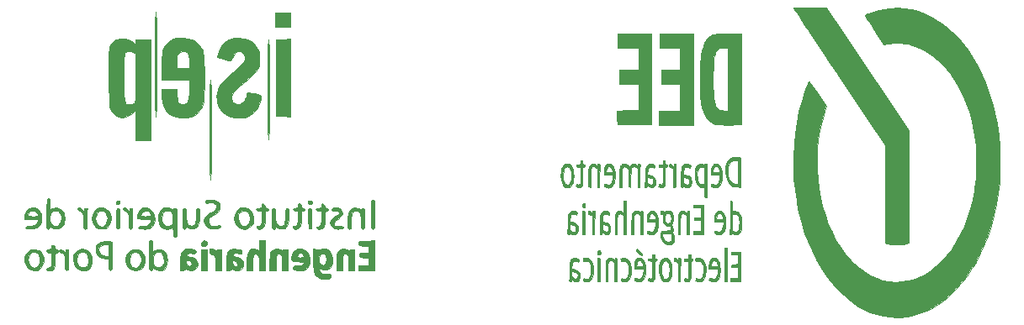
<source format=gbr>
G04 #@! TF.GenerationSoftware,KiCad,Pcbnew,5.1.6-c6e7f7d~86~ubuntu18.04.1*
G04 #@! TF.CreationDate,2020-06-24T19:05:53+01:00*
G04 #@! TF.ProjectId,placa_modular,706c6163-615f-46d6-9f64-756c61722e6b,V1.0*
G04 #@! TF.SameCoordinates,Original*
G04 #@! TF.FileFunction,Legend,Bot*
G04 #@! TF.FilePolarity,Positive*
%FSLAX46Y46*%
G04 Gerber Fmt 4.6, Leading zero omitted, Abs format (unit mm)*
G04 Created by KiCad (PCBNEW 5.1.6-c6e7f7d~86~ubuntu18.04.1) date 2020-06-24 19:05:53*
%MOMM*%
%LPD*%
G01*
G04 APERTURE LIST*
%ADD10C,0.010000*%
G04 APERTURE END LIST*
D10*
G36*
X164761617Y-106512621D02*
G01*
X164037864Y-106618176D01*
X163318663Y-106795264D01*
X162658777Y-107024271D01*
X162473052Y-107100369D01*
X162338128Y-107161079D01*
X162249604Y-107208697D01*
X162203083Y-107245521D01*
X162193111Y-107267453D01*
X162212467Y-107301846D01*
X162267953Y-107390059D01*
X162355700Y-107526181D01*
X162471836Y-107704298D01*
X162612491Y-107918496D01*
X162773793Y-108162864D01*
X162951872Y-108431489D01*
X163142857Y-108718456D01*
X163150255Y-108729551D01*
X164107399Y-110164802D01*
X164455533Y-110105151D01*
X164698690Y-110073563D01*
X164979026Y-110053926D01*
X165282162Y-110045957D01*
X165593717Y-110049374D01*
X165899312Y-110063893D01*
X166184567Y-110089232D01*
X166435102Y-110125108D01*
X166539333Y-110146108D01*
X167211982Y-110339849D01*
X167863786Y-110611018D01*
X168492743Y-110958077D01*
X169096853Y-111379491D01*
X169674113Y-111873720D01*
X170222522Y-112439229D01*
X170740080Y-113074480D01*
X171183216Y-113712895D01*
X171626397Y-114461726D01*
X172024601Y-115260436D01*
X172376725Y-116105633D01*
X172681664Y-116993925D01*
X172938313Y-117921921D01*
X173145568Y-118886228D01*
X173302324Y-119883456D01*
X173362777Y-120406637D01*
X173384285Y-120685457D01*
X173400081Y-121030588D01*
X173410246Y-121424122D01*
X173414858Y-121848149D01*
X173413995Y-122284761D01*
X173407736Y-122716050D01*
X173396162Y-123124105D01*
X173379349Y-123491019D01*
X173357377Y-123798883D01*
X173347398Y-123899346D01*
X173209196Y-124905633D01*
X173020691Y-125877983D01*
X172783625Y-126813183D01*
X172499741Y-127708017D01*
X172170783Y-128559271D01*
X171798494Y-129363731D01*
X171384617Y-130118182D01*
X170930895Y-130819409D01*
X170439072Y-131464198D01*
X169910889Y-132049334D01*
X169348092Y-132571604D01*
X168752422Y-133027791D01*
X168214205Y-133365364D01*
X167640942Y-133652587D01*
X167058571Y-133868521D01*
X166459610Y-134015126D01*
X165836574Y-134094362D01*
X165368111Y-134110797D01*
X164694104Y-134068848D01*
X164031915Y-133944770D01*
X163383833Y-133739810D01*
X162752147Y-133455219D01*
X162139148Y-133092245D01*
X161547124Y-132652138D01*
X160978365Y-132136147D01*
X160435161Y-131545520D01*
X160248142Y-131317178D01*
X159748180Y-130633966D01*
X159291965Y-129897478D01*
X158880168Y-129108994D01*
X158513459Y-128269796D01*
X158199377Y-127402167D01*
X157927391Y-126488540D01*
X157710677Y-125572862D01*
X157548174Y-124647793D01*
X157438821Y-123705995D01*
X157381555Y-122740129D01*
X157375315Y-121742856D01*
X157375947Y-121710295D01*
X157421070Y-120713385D01*
X157516222Y-119751313D01*
X157662650Y-118816322D01*
X157861604Y-117900655D01*
X158114332Y-116996553D01*
X158155145Y-116867114D01*
X158302159Y-116407394D01*
X157437844Y-115110280D01*
X157228783Y-114796940D01*
X157055838Y-114538966D01*
X156915434Y-114331523D01*
X156803998Y-114169777D01*
X156717955Y-114048892D01*
X156653730Y-113964036D01*
X156607750Y-113910372D01*
X156576441Y-113883067D01*
X156556228Y-113877286D01*
X156543538Y-113888195D01*
X156539931Y-113895742D01*
X156162603Y-114903042D01*
X155837543Y-115939763D01*
X155565129Y-117002049D01*
X155345737Y-118086043D01*
X155179745Y-119187888D01*
X155067527Y-120303726D01*
X155009463Y-121429700D01*
X155005927Y-122561953D01*
X155057297Y-123696628D01*
X155163950Y-124829867D01*
X155326262Y-125957814D01*
X155349007Y-126089834D01*
X155565205Y-127158927D01*
X155833589Y-128202705D01*
X156151806Y-129215710D01*
X156517501Y-130192487D01*
X156928321Y-131127580D01*
X157381910Y-132015533D01*
X157875915Y-132850891D01*
X158407981Y-133628198D01*
X158840882Y-134182230D01*
X159304852Y-134716570D01*
X159761882Y-135189280D01*
X160228103Y-135616004D01*
X160719644Y-136012384D01*
X160757618Y-136041054D01*
X161404262Y-136485444D01*
X162070438Y-136862873D01*
X162749080Y-137170553D01*
X163433125Y-137405694D01*
X164115508Y-137565507D01*
X164789166Y-137647202D01*
X164831889Y-137649710D01*
X164983072Y-137658299D01*
X165120604Y-137666661D01*
X165231304Y-137673955D01*
X165301990Y-137679342D01*
X165311666Y-137680271D01*
X165378377Y-137683341D01*
X165482670Y-137683800D01*
X165605712Y-137681650D01*
X165650333Y-137680260D01*
X166410214Y-137611829D01*
X167159858Y-137461378D01*
X167896615Y-137230784D01*
X168617837Y-136921924D01*
X169320875Y-136536676D01*
X170003083Y-136076917D01*
X170661810Y-135544525D01*
X171294409Y-134941377D01*
X171898231Y-134269351D01*
X172470628Y-133530323D01*
X173008952Y-132726171D01*
X173281677Y-132270500D01*
X173763045Y-131372330D01*
X174193775Y-130438453D01*
X174574253Y-129467580D01*
X174904866Y-128458424D01*
X175185999Y-127409695D01*
X175418037Y-126320107D01*
X175601366Y-125188369D01*
X175728174Y-124100167D01*
X175748411Y-123830799D01*
X175764953Y-123493902D01*
X175777676Y-123106443D01*
X175786454Y-122685390D01*
X175791164Y-122247710D01*
X175791679Y-121810371D01*
X175787876Y-121390341D01*
X175779630Y-121004587D01*
X175766815Y-120670077D01*
X175754857Y-120472748D01*
X175641544Y-119304083D01*
X175476959Y-118170739D01*
X175261128Y-117072812D01*
X174994078Y-116010402D01*
X174675835Y-114983606D01*
X174306426Y-113992521D01*
X173885875Y-113037246D01*
X173616821Y-112496334D01*
X173121389Y-111609854D01*
X172590103Y-110788343D01*
X172024235Y-110032998D01*
X171425059Y-109345017D01*
X170793848Y-108725594D01*
X170131874Y-108175928D01*
X169440411Y-107697214D01*
X168720731Y-107290649D01*
X167974108Y-106957431D01*
X167569444Y-106811482D01*
X166893837Y-106628030D01*
X166196239Y-106517261D01*
X165483287Y-106478887D01*
X164761617Y-106512621D01*
G37*
X164761617Y-106512621D02*
X164037864Y-106618176D01*
X163318663Y-106795264D01*
X162658777Y-107024271D01*
X162473052Y-107100369D01*
X162338128Y-107161079D01*
X162249604Y-107208697D01*
X162203083Y-107245521D01*
X162193111Y-107267453D01*
X162212467Y-107301846D01*
X162267953Y-107390059D01*
X162355700Y-107526181D01*
X162471836Y-107704298D01*
X162612491Y-107918496D01*
X162773793Y-108162864D01*
X162951872Y-108431489D01*
X163142857Y-108718456D01*
X163150255Y-108729551D01*
X164107399Y-110164802D01*
X164455533Y-110105151D01*
X164698690Y-110073563D01*
X164979026Y-110053926D01*
X165282162Y-110045957D01*
X165593717Y-110049374D01*
X165899312Y-110063893D01*
X166184567Y-110089232D01*
X166435102Y-110125108D01*
X166539333Y-110146108D01*
X167211982Y-110339849D01*
X167863786Y-110611018D01*
X168492743Y-110958077D01*
X169096853Y-111379491D01*
X169674113Y-111873720D01*
X170222522Y-112439229D01*
X170740080Y-113074480D01*
X171183216Y-113712895D01*
X171626397Y-114461726D01*
X172024601Y-115260436D01*
X172376725Y-116105633D01*
X172681664Y-116993925D01*
X172938313Y-117921921D01*
X173145568Y-118886228D01*
X173302324Y-119883456D01*
X173362777Y-120406637D01*
X173384285Y-120685457D01*
X173400081Y-121030588D01*
X173410246Y-121424122D01*
X173414858Y-121848149D01*
X173413995Y-122284761D01*
X173407736Y-122716050D01*
X173396162Y-123124105D01*
X173379349Y-123491019D01*
X173357377Y-123798883D01*
X173347398Y-123899346D01*
X173209196Y-124905633D01*
X173020691Y-125877983D01*
X172783625Y-126813183D01*
X172499741Y-127708017D01*
X172170783Y-128559271D01*
X171798494Y-129363731D01*
X171384617Y-130118182D01*
X170930895Y-130819409D01*
X170439072Y-131464198D01*
X169910889Y-132049334D01*
X169348092Y-132571604D01*
X168752422Y-133027791D01*
X168214205Y-133365364D01*
X167640942Y-133652587D01*
X167058571Y-133868521D01*
X166459610Y-134015126D01*
X165836574Y-134094362D01*
X165368111Y-134110797D01*
X164694104Y-134068848D01*
X164031915Y-133944770D01*
X163383833Y-133739810D01*
X162752147Y-133455219D01*
X162139148Y-133092245D01*
X161547124Y-132652138D01*
X160978365Y-132136147D01*
X160435161Y-131545520D01*
X160248142Y-131317178D01*
X159748180Y-130633966D01*
X159291965Y-129897478D01*
X158880168Y-129108994D01*
X158513459Y-128269796D01*
X158199377Y-127402167D01*
X157927391Y-126488540D01*
X157710677Y-125572862D01*
X157548174Y-124647793D01*
X157438821Y-123705995D01*
X157381555Y-122740129D01*
X157375315Y-121742856D01*
X157375947Y-121710295D01*
X157421070Y-120713385D01*
X157516222Y-119751313D01*
X157662650Y-118816322D01*
X157861604Y-117900655D01*
X158114332Y-116996553D01*
X158155145Y-116867114D01*
X158302159Y-116407394D01*
X157437844Y-115110280D01*
X157228783Y-114796940D01*
X157055838Y-114538966D01*
X156915434Y-114331523D01*
X156803998Y-114169777D01*
X156717955Y-114048892D01*
X156653730Y-113964036D01*
X156607750Y-113910372D01*
X156576441Y-113883067D01*
X156556228Y-113877286D01*
X156543538Y-113888195D01*
X156539931Y-113895742D01*
X156162603Y-114903042D01*
X155837543Y-115939763D01*
X155565129Y-117002049D01*
X155345737Y-118086043D01*
X155179745Y-119187888D01*
X155067527Y-120303726D01*
X155009463Y-121429700D01*
X155005927Y-122561953D01*
X155057297Y-123696628D01*
X155163950Y-124829867D01*
X155326262Y-125957814D01*
X155349007Y-126089834D01*
X155565205Y-127158927D01*
X155833589Y-128202705D01*
X156151806Y-129215710D01*
X156517501Y-130192487D01*
X156928321Y-131127580D01*
X157381910Y-132015533D01*
X157875915Y-132850891D01*
X158407981Y-133628198D01*
X158840882Y-134182230D01*
X159304852Y-134716570D01*
X159761882Y-135189280D01*
X160228103Y-135616004D01*
X160719644Y-136012384D01*
X160757618Y-136041054D01*
X161404262Y-136485444D01*
X162070438Y-136862873D01*
X162749080Y-137170553D01*
X163433125Y-137405694D01*
X164115508Y-137565507D01*
X164789166Y-137647202D01*
X164831889Y-137649710D01*
X164983072Y-137658299D01*
X165120604Y-137666661D01*
X165231304Y-137673955D01*
X165301990Y-137679342D01*
X165311666Y-137680271D01*
X165378377Y-137683341D01*
X165482670Y-137683800D01*
X165605712Y-137681650D01*
X165650333Y-137680260D01*
X166410214Y-137611829D01*
X167159858Y-137461378D01*
X167896615Y-137230784D01*
X168617837Y-136921924D01*
X169320875Y-136536676D01*
X170003083Y-136076917D01*
X170661810Y-135544525D01*
X171294409Y-134941377D01*
X171898231Y-134269351D01*
X172470628Y-133530323D01*
X173008952Y-132726171D01*
X173281677Y-132270500D01*
X173763045Y-131372330D01*
X174193775Y-130438453D01*
X174574253Y-129467580D01*
X174904866Y-128458424D01*
X175185999Y-127409695D01*
X175418037Y-126320107D01*
X175601366Y-125188369D01*
X175728174Y-124100167D01*
X175748411Y-123830799D01*
X175764953Y-123493902D01*
X175777676Y-123106443D01*
X175786454Y-122685390D01*
X175791164Y-122247710D01*
X175791679Y-121810371D01*
X175787876Y-121390341D01*
X175779630Y-121004587D01*
X175766815Y-120670077D01*
X175754857Y-120472748D01*
X175641544Y-119304083D01*
X175476959Y-118170739D01*
X175261128Y-117072812D01*
X174994078Y-116010402D01*
X174675835Y-114983606D01*
X174306426Y-113992521D01*
X173885875Y-113037246D01*
X173616821Y-112496334D01*
X173121389Y-111609854D01*
X172590103Y-110788343D01*
X172024235Y-110032998D01*
X171425059Y-109345017D01*
X170793848Y-108725594D01*
X170131874Y-108175928D01*
X169440411Y-107697214D01*
X168720731Y-107290649D01*
X167974108Y-106957431D01*
X167569444Y-106811482D01*
X166893837Y-106628030D01*
X166196239Y-106517261D01*
X165483287Y-106478887D01*
X164761617Y-106512621D01*
G36*
X146835301Y-131718289D02*
G01*
X146699263Y-131817765D01*
X146598408Y-131982919D01*
X146533149Y-132212998D01*
X146503901Y-132507252D01*
X146502229Y-132598584D01*
X146501555Y-132799667D01*
X147438185Y-132799667D01*
X147418644Y-133021917D01*
X147380313Y-133286389D01*
X147318384Y-133500139D01*
X147237184Y-133649698D01*
X147206114Y-133683387D01*
X147052321Y-133775586D01*
X146881075Y-133793335D01*
X146741217Y-133753683D01*
X146648480Y-133712128D01*
X146595163Y-133696383D01*
X146566312Y-133709544D01*
X146546973Y-133754703D01*
X146534308Y-133796492D01*
X146510567Y-133877451D01*
X146510198Y-133923211D01*
X146542557Y-133957179D01*
X146616681Y-134002570D01*
X146736432Y-134054296D01*
X146877993Y-134086268D01*
X147017139Y-134095114D01*
X147129641Y-134077465D01*
X147136555Y-134074891D01*
X147310928Y-133971009D01*
X147446365Y-133810847D01*
X147543923Y-133591850D01*
X147604663Y-133311468D01*
X147629642Y-132967146D01*
X147630444Y-132884334D01*
X147611893Y-132527394D01*
X147605512Y-132492750D01*
X147404047Y-132492750D01*
X147388650Y-132516636D01*
X147337518Y-132532730D01*
X147244221Y-132542038D01*
X147102330Y-132545566D01*
X147066000Y-132545667D01*
X146727333Y-132545667D01*
X146727333Y-132438474D01*
X146742645Y-132293616D01*
X146781619Y-132147855D01*
X146833811Y-132034744D01*
X146864200Y-131998741D01*
X146960552Y-131958878D01*
X147078149Y-131961432D01*
X147190019Y-132004800D01*
X147210730Y-132019308D01*
X147274656Y-132101122D01*
X147337549Y-132230926D01*
X147385365Y-132374323D01*
X147404047Y-132492750D01*
X147605512Y-132492750D01*
X147557106Y-132229960D01*
X147467384Y-131994530D01*
X147344029Y-131823602D01*
X147188340Y-131719676D01*
X147006105Y-131685241D01*
X146835301Y-131718289D01*
G37*
X146835301Y-131718289D02*
X146699263Y-131817765D01*
X146598408Y-131982919D01*
X146533149Y-132212998D01*
X146503901Y-132507252D01*
X146502229Y-132598584D01*
X146501555Y-132799667D01*
X147438185Y-132799667D01*
X147418644Y-133021917D01*
X147380313Y-133286389D01*
X147318384Y-133500139D01*
X147237184Y-133649698D01*
X147206114Y-133683387D01*
X147052321Y-133775586D01*
X146881075Y-133793335D01*
X146741217Y-133753683D01*
X146648480Y-133712128D01*
X146595163Y-133696383D01*
X146566312Y-133709544D01*
X146546973Y-133754703D01*
X146534308Y-133796492D01*
X146510567Y-133877451D01*
X146510198Y-133923211D01*
X146542557Y-133957179D01*
X146616681Y-134002570D01*
X146736432Y-134054296D01*
X146877993Y-134086268D01*
X147017139Y-134095114D01*
X147129641Y-134077465D01*
X147136555Y-134074891D01*
X147310928Y-133971009D01*
X147446365Y-133810847D01*
X147543923Y-133591850D01*
X147604663Y-133311468D01*
X147629642Y-132967146D01*
X147630444Y-132884334D01*
X147611893Y-132527394D01*
X147605512Y-132492750D01*
X147404047Y-132492750D01*
X147388650Y-132516636D01*
X147337518Y-132532730D01*
X147244221Y-132542038D01*
X147102330Y-132545566D01*
X147066000Y-132545667D01*
X146727333Y-132545667D01*
X146727333Y-132438474D01*
X146742645Y-132293616D01*
X146781619Y-132147855D01*
X146833811Y-132034744D01*
X146864200Y-131998741D01*
X146960552Y-131958878D01*
X147078149Y-131961432D01*
X147190019Y-132004800D01*
X147210730Y-132019308D01*
X147274656Y-132101122D01*
X147337549Y-132230926D01*
X147385365Y-132374323D01*
X147404047Y-132492750D01*
X147605512Y-132492750D01*
X147557106Y-132229960D01*
X147467384Y-131994530D01*
X147344029Y-131823602D01*
X147188340Y-131719676D01*
X147006105Y-131685241D01*
X146835301Y-131718289D01*
G36*
X145350735Y-131684610D02*
G01*
X145348696Y-131684969D01*
X145230714Y-131714305D01*
X145161975Y-131756978D01*
X145135340Y-131822258D01*
X145143672Y-131919414D01*
X145149076Y-131944216D01*
X145176530Y-132035789D01*
X145208483Y-132061532D01*
X145241694Y-132049635D01*
X145300754Y-132032411D01*
X145394679Y-132020429D01*
X145490602Y-132016500D01*
X145636604Y-132033308D01*
X145744676Y-132092567D01*
X145829870Y-132207531D01*
X145903057Y-132379672D01*
X145935629Y-132481090D01*
X145954539Y-132577535D01*
X145962377Y-132695124D01*
X145961731Y-132859976D01*
X145959551Y-132949662D01*
X145944316Y-133213069D01*
X145912015Y-133411460D01*
X145858094Y-133562381D01*
X145777997Y-133683378D01*
X145765334Y-133697925D01*
X145653905Y-133776394D01*
X145513836Y-133806840D01*
X145364426Y-133785936D01*
X145329640Y-133773042D01*
X145246065Y-133740287D01*
X145200850Y-133738572D01*
X145177927Y-133776511D01*
X145161230Y-133862719D01*
X145161118Y-133863391D01*
X145155472Y-133942694D01*
X145182088Y-133989790D01*
X145234666Y-134022616D01*
X145356420Y-134067168D01*
X145496704Y-134090487D01*
X145629171Y-134089756D01*
X145704684Y-134072849D01*
X145870319Y-133969113D01*
X146003010Y-133798480D01*
X146101188Y-133564429D01*
X146163283Y-133270446D01*
X146185514Y-133005613D01*
X146177006Y-132656619D01*
X146125457Y-132351384D01*
X146034542Y-132095707D01*
X145907937Y-131895391D01*
X145749317Y-131756235D01*
X145562358Y-131684042D01*
X145350735Y-131684610D01*
G37*
X145350735Y-131684610D02*
X145348696Y-131684969D01*
X145230714Y-131714305D01*
X145161975Y-131756978D01*
X145135340Y-131822258D01*
X145143672Y-131919414D01*
X145149076Y-131944216D01*
X145176530Y-132035789D01*
X145208483Y-132061532D01*
X145241694Y-132049635D01*
X145300754Y-132032411D01*
X145394679Y-132020429D01*
X145490602Y-132016500D01*
X145636604Y-132033308D01*
X145744676Y-132092567D01*
X145829870Y-132207531D01*
X145903057Y-132379672D01*
X145935629Y-132481090D01*
X145954539Y-132577535D01*
X145962377Y-132695124D01*
X145961731Y-132859976D01*
X145959551Y-132949662D01*
X145944316Y-133213069D01*
X145912015Y-133411460D01*
X145858094Y-133562381D01*
X145777997Y-133683378D01*
X145765334Y-133697925D01*
X145653905Y-133776394D01*
X145513836Y-133806840D01*
X145364426Y-133785936D01*
X145329640Y-133773042D01*
X145246065Y-133740287D01*
X145200850Y-133738572D01*
X145177927Y-133776511D01*
X145161230Y-133862719D01*
X145161118Y-133863391D01*
X145155472Y-133942694D01*
X145182088Y-133989790D01*
X145234666Y-134022616D01*
X145356420Y-134067168D01*
X145496704Y-134090487D01*
X145629171Y-134089756D01*
X145704684Y-134072849D01*
X145870319Y-133969113D01*
X146003010Y-133798480D01*
X146101188Y-133564429D01*
X146163283Y-133270446D01*
X146185514Y-133005613D01*
X146177006Y-132656619D01*
X146125457Y-132351384D01*
X146034542Y-132095707D01*
X145907937Y-131895391D01*
X145749317Y-131756235D01*
X145562358Y-131684042D01*
X145350735Y-131684610D01*
G36*
X141887472Y-131741364D02*
G01*
X141739652Y-131861162D01*
X141621973Y-132038458D01*
X141544749Y-132262467D01*
X141499291Y-132533751D01*
X141484690Y-132831475D01*
X141500033Y-133134806D01*
X141544411Y-133422909D01*
X141616912Y-133674950D01*
X141701053Y-133846965D01*
X141824393Y-133982495D01*
X141980582Y-134067593D01*
X142154554Y-134096569D01*
X142301960Y-134073829D01*
X142459941Y-133983269D01*
X142590404Y-133819888D01*
X142685260Y-133604000D01*
X142719854Y-133491321D01*
X142742227Y-133389385D01*
X142754988Y-133274479D01*
X142760746Y-133122885D01*
X142762110Y-132910889D01*
X142762111Y-132905500D01*
X142758494Y-132757959D01*
X142543923Y-132757959D01*
X142542563Y-133051076D01*
X142511576Y-133313897D01*
X142453812Y-133527506D01*
X142415480Y-133610478D01*
X142335612Y-133728009D01*
X142250792Y-133788540D01*
X142140976Y-133803593D01*
X142086528Y-133799568D01*
X141989592Y-133778058D01*
X141920103Y-133726392D01*
X141856393Y-133635654D01*
X141780358Y-133459108D01*
X141731855Y-133236944D01*
X141710102Y-132988153D01*
X141714319Y-132731720D01*
X141743726Y-132486636D01*
X141797541Y-132271888D01*
X141874985Y-132106464D01*
X141921622Y-132048869D01*
X142010525Y-131995782D01*
X142124593Y-131974228D01*
X142130856Y-131974167D01*
X142273749Y-132010583D01*
X142387636Y-132118809D01*
X142471707Y-132297310D01*
X142525153Y-132544550D01*
X142543923Y-132757959D01*
X142758494Y-132757959D01*
X142754872Y-132610225D01*
X142730169Y-132378370D01*
X142683519Y-132190958D01*
X142610440Y-132029014D01*
X142523861Y-131896757D01*
X142382621Y-131758852D01*
X142221268Y-131688275D01*
X142052114Y-131683090D01*
X141887472Y-131741364D01*
G37*
X141887472Y-131741364D02*
X141739652Y-131861162D01*
X141621973Y-132038458D01*
X141544749Y-132262467D01*
X141499291Y-132533751D01*
X141484690Y-132831475D01*
X141500033Y-133134806D01*
X141544411Y-133422909D01*
X141616912Y-133674950D01*
X141701053Y-133846965D01*
X141824393Y-133982495D01*
X141980582Y-134067593D01*
X142154554Y-134096569D01*
X142301960Y-134073829D01*
X142459941Y-133983269D01*
X142590404Y-133819888D01*
X142685260Y-133604000D01*
X142719854Y-133491321D01*
X142742227Y-133389385D01*
X142754988Y-133274479D01*
X142760746Y-133122885D01*
X142762110Y-132910889D01*
X142762111Y-132905500D01*
X142758494Y-132757959D01*
X142543923Y-132757959D01*
X142542563Y-133051076D01*
X142511576Y-133313897D01*
X142453812Y-133527506D01*
X142415480Y-133610478D01*
X142335612Y-133728009D01*
X142250792Y-133788540D01*
X142140976Y-133803593D01*
X142086528Y-133799568D01*
X141989592Y-133778058D01*
X141920103Y-133726392D01*
X141856393Y-133635654D01*
X141780358Y-133459108D01*
X141731855Y-133236944D01*
X141710102Y-132988153D01*
X141714319Y-132731720D01*
X141743726Y-132486636D01*
X141797541Y-132271888D01*
X141874985Y-132106464D01*
X141921622Y-132048869D01*
X142010525Y-131995782D01*
X142124593Y-131974228D01*
X142130856Y-131974167D01*
X142273749Y-132010583D01*
X142387636Y-132118809D01*
X142471707Y-132297310D01*
X142525153Y-132544550D01*
X142543923Y-132757959D01*
X142758494Y-132757959D01*
X142754872Y-132610225D01*
X142730169Y-132378370D01*
X142683519Y-132190958D01*
X142610440Y-132029014D01*
X142523861Y-131896757D01*
X142382621Y-131758852D01*
X142221268Y-131688275D01*
X142052114Y-131683090D01*
X141887472Y-131741364D01*
G36*
X139329275Y-131718540D02*
G01*
X139191411Y-131817306D01*
X139089552Y-131980551D01*
X139024402Y-132207070D01*
X138996661Y-132495657D01*
X138995683Y-132556250D01*
X138994444Y-132799667D01*
X139931074Y-132799667D01*
X139911533Y-133021917D01*
X139888983Y-133193736D01*
X139855120Y-133365671D01*
X139840249Y-133422954D01*
X139759142Y-133604446D01*
X139642156Y-133729184D01*
X139497949Y-133792426D01*
X139335181Y-133789428D01*
X139234333Y-133754848D01*
X139151588Y-133717855D01*
X139092911Y-133693988D01*
X139076585Y-133689125D01*
X139050990Y-133723834D01*
X139025695Y-133803445D01*
X139010174Y-133889320D01*
X139013899Y-133942821D01*
X139014260Y-133943329D01*
X139080898Y-133995940D01*
X139186433Y-134040646D01*
X139313385Y-134073719D01*
X139444274Y-134091430D01*
X139561621Y-134090050D01*
X139629444Y-134074553D01*
X139804522Y-133968169D01*
X139941247Y-133800453D01*
X140039801Y-133570962D01*
X140100367Y-133279256D01*
X140123129Y-132924894D01*
X140123333Y-132884334D01*
X140104432Y-132532041D01*
X140098801Y-132501974D01*
X139897555Y-132501974D01*
X139870117Y-132522005D01*
X139790728Y-132536264D01*
X139663771Y-132544185D01*
X139558889Y-132545667D01*
X139220222Y-132545667D01*
X139220222Y-132416565D01*
X139238026Y-132260095D01*
X139283853Y-132112850D01*
X139346323Y-132009078D01*
X139359770Y-131996588D01*
X139469877Y-131951416D01*
X139592624Y-131967113D01*
X139704740Y-132039225D01*
X139729894Y-132067440D01*
X139799896Y-132181300D01*
X139858555Y-132320613D01*
X139893186Y-132452500D01*
X139897555Y-132501974D01*
X140098801Y-132501974D01*
X140048974Y-132235938D01*
X139958824Y-131999628D01*
X139835847Y-131826712D01*
X139681908Y-131720791D01*
X139502444Y-131685460D01*
X139329275Y-131718540D01*
G37*
X139329275Y-131718540D02*
X139191411Y-131817306D01*
X139089552Y-131980551D01*
X139024402Y-132207070D01*
X138996661Y-132495657D01*
X138995683Y-132556250D01*
X138994444Y-132799667D01*
X139931074Y-132799667D01*
X139911533Y-133021917D01*
X139888983Y-133193736D01*
X139855120Y-133365671D01*
X139840249Y-133422954D01*
X139759142Y-133604446D01*
X139642156Y-133729184D01*
X139497949Y-133792426D01*
X139335181Y-133789428D01*
X139234333Y-133754848D01*
X139151588Y-133717855D01*
X139092911Y-133693988D01*
X139076585Y-133689125D01*
X139050990Y-133723834D01*
X139025695Y-133803445D01*
X139010174Y-133889320D01*
X139013899Y-133942821D01*
X139014260Y-133943329D01*
X139080898Y-133995940D01*
X139186433Y-134040646D01*
X139313385Y-134073719D01*
X139444274Y-134091430D01*
X139561621Y-134090050D01*
X139629444Y-134074553D01*
X139804522Y-133968169D01*
X139941247Y-133800453D01*
X140039801Y-133570962D01*
X140100367Y-133279256D01*
X140123129Y-132924894D01*
X140123333Y-132884334D01*
X140104432Y-132532041D01*
X140098801Y-132501974D01*
X139897555Y-132501974D01*
X139870117Y-132522005D01*
X139790728Y-132536264D01*
X139663771Y-132544185D01*
X139558889Y-132545667D01*
X139220222Y-132545667D01*
X139220222Y-132416565D01*
X139238026Y-132260095D01*
X139283853Y-132112850D01*
X139346323Y-132009078D01*
X139359770Y-131996588D01*
X139469877Y-131951416D01*
X139592624Y-131967113D01*
X139704740Y-132039225D01*
X139729894Y-132067440D01*
X139799896Y-132181300D01*
X139858555Y-132320613D01*
X139893186Y-132452500D01*
X139897555Y-132501974D01*
X140098801Y-132501974D01*
X140048974Y-132235938D01*
X139958824Y-131999628D01*
X139835847Y-131826712D01*
X139681908Y-131720791D01*
X139502444Y-131685460D01*
X139329275Y-131718540D01*
G36*
X137806211Y-131700354D02*
G01*
X137708192Y-131717929D01*
X137639476Y-131741499D01*
X137619872Y-131757081D01*
X137618746Y-131806854D01*
X137633707Y-131903188D01*
X137638705Y-131926957D01*
X137664128Y-132022962D01*
X137692229Y-132053988D01*
X137739352Y-132037203D01*
X137742132Y-132035627D01*
X137812999Y-132011394D01*
X137909826Y-131997029D01*
X137952966Y-131995334D01*
X138124873Y-132025637D01*
X138259569Y-132117744D01*
X138358177Y-132273450D01*
X138421824Y-132494549D01*
X138451634Y-132782836D01*
X138451972Y-132791361D01*
X138451705Y-133086966D01*
X138423836Y-133321709D01*
X138365758Y-133510643D01*
X138308471Y-133619373D01*
X138191226Y-133746356D01*
X138046224Y-133805163D01*
X137881277Y-133793360D01*
X137819482Y-133771763D01*
X137721161Y-133745751D01*
X137664413Y-133771990D01*
X137644304Y-133854749D01*
X137646671Y-133921345D01*
X137678670Y-133987907D01*
X137753690Y-134041883D01*
X137858631Y-134079723D01*
X137980393Y-134097880D01*
X138105875Y-134092805D01*
X138197573Y-134070555D01*
X138357269Y-133971483D01*
X138490784Y-133800106D01*
X138589498Y-133574409D01*
X138628406Y-133446030D01*
X138652273Y-133332727D01*
X138664580Y-133206117D01*
X138668812Y-133037816D01*
X138668982Y-132926667D01*
X138665580Y-132710824D01*
X138654574Y-132551781D01*
X138633048Y-132421966D01*
X138604103Y-132313361D01*
X138501678Y-132053219D01*
X138372046Y-131865167D01*
X138210835Y-131743864D01*
X138104234Y-131702848D01*
X138021419Y-131690890D01*
X137916349Y-131690700D01*
X137806211Y-131700354D01*
G37*
X137806211Y-131700354D02*
X137708192Y-131717929D01*
X137639476Y-131741499D01*
X137619872Y-131757081D01*
X137618746Y-131806854D01*
X137633707Y-131903188D01*
X137638705Y-131926957D01*
X137664128Y-132022962D01*
X137692229Y-132053988D01*
X137739352Y-132037203D01*
X137742132Y-132035627D01*
X137812999Y-132011394D01*
X137909826Y-131997029D01*
X137952966Y-131995334D01*
X138124873Y-132025637D01*
X138259569Y-132117744D01*
X138358177Y-132273450D01*
X138421824Y-132494549D01*
X138451634Y-132782836D01*
X138451972Y-132791361D01*
X138451705Y-133086966D01*
X138423836Y-133321709D01*
X138365758Y-133510643D01*
X138308471Y-133619373D01*
X138191226Y-133746356D01*
X138046224Y-133805163D01*
X137881277Y-133793360D01*
X137819482Y-133771763D01*
X137721161Y-133745751D01*
X137664413Y-133771990D01*
X137644304Y-133854749D01*
X137646671Y-133921345D01*
X137678670Y-133987907D01*
X137753690Y-134041883D01*
X137858631Y-134079723D01*
X137980393Y-134097880D01*
X138105875Y-134092805D01*
X138197573Y-134070555D01*
X138357269Y-133971483D01*
X138490784Y-133800106D01*
X138589498Y-133574409D01*
X138628406Y-133446030D01*
X138652273Y-133332727D01*
X138664580Y-133206117D01*
X138668812Y-133037816D01*
X138668982Y-132926667D01*
X138665580Y-132710824D01*
X138654574Y-132551781D01*
X138633048Y-132421966D01*
X138604103Y-132313361D01*
X138501678Y-132053219D01*
X138372046Y-131865167D01*
X138210835Y-131743864D01*
X138104234Y-131702848D01*
X138021419Y-131690890D01*
X137916349Y-131690700D01*
X137806211Y-131700354D01*
G36*
X134095788Y-131687692D02*
G01*
X133986918Y-131698060D01*
X133891327Y-131716604D01*
X133826499Y-131741296D01*
X133811688Y-131754356D01*
X133812802Y-131800570D01*
X133829603Y-131891621D01*
X133831287Y-131898964D01*
X133861273Y-132027991D01*
X134092470Y-132007333D01*
X134211328Y-131999314D01*
X134291120Y-132003747D01*
X134348948Y-132024739D01*
X134401916Y-132066399D01*
X134422444Y-132086596D01*
X134496482Y-132187468D01*
X134565912Y-132323034D01*
X134586652Y-132376675D01*
X134618692Y-132481175D01*
X134637186Y-132581761D01*
X134644693Y-132704917D01*
X134643774Y-132877131D01*
X134642047Y-132949662D01*
X134627178Y-133212281D01*
X134595263Y-133410070D01*
X134541679Y-133560794D01*
X134461801Y-133682215D01*
X134446835Y-133699480D01*
X134344130Y-133771876D01*
X134213463Y-133805569D01*
X134078340Y-133796601D01*
X134011869Y-133772664D01*
X133940068Y-133742855D01*
X133899162Y-133749350D01*
X133867924Y-133795944D01*
X133866595Y-133798655D01*
X133835646Y-133897222D01*
X133854048Y-133972185D01*
X133924464Y-134029292D01*
X133985363Y-134054836D01*
X134157975Y-134097831D01*
X134305361Y-134093472D01*
X134380111Y-134072416D01*
X134553511Y-133969935D01*
X134690622Y-133803723D01*
X134790416Y-133576161D01*
X134851867Y-133289630D01*
X134873948Y-132946510D01*
X134874000Y-132927622D01*
X134853663Y-132582150D01*
X134793502Y-132287871D01*
X134694788Y-132050780D01*
X134684028Y-132032404D01*
X134573107Y-131874507D01*
X134456673Y-131772790D01*
X134311580Y-131708023D01*
X134283441Y-131699600D01*
X134200456Y-131687529D01*
X134095788Y-131687692D01*
G37*
X134095788Y-131687692D02*
X133986918Y-131698060D01*
X133891327Y-131716604D01*
X133826499Y-131741296D01*
X133811688Y-131754356D01*
X133812802Y-131800570D01*
X133829603Y-131891621D01*
X133831287Y-131898964D01*
X133861273Y-132027991D01*
X134092470Y-132007333D01*
X134211328Y-131999314D01*
X134291120Y-132003747D01*
X134348948Y-132024739D01*
X134401916Y-132066399D01*
X134422444Y-132086596D01*
X134496482Y-132187468D01*
X134565912Y-132323034D01*
X134586652Y-132376675D01*
X134618692Y-132481175D01*
X134637186Y-132581761D01*
X134644693Y-132704917D01*
X134643774Y-132877131D01*
X134642047Y-132949662D01*
X134627178Y-133212281D01*
X134595263Y-133410070D01*
X134541679Y-133560794D01*
X134461801Y-133682215D01*
X134446835Y-133699480D01*
X134344130Y-133771876D01*
X134213463Y-133805569D01*
X134078340Y-133796601D01*
X134011869Y-133772664D01*
X133940068Y-133742855D01*
X133899162Y-133749350D01*
X133867924Y-133795944D01*
X133866595Y-133798655D01*
X133835646Y-133897222D01*
X133854048Y-133972185D01*
X133924464Y-134029292D01*
X133985363Y-134054836D01*
X134157975Y-134097831D01*
X134305361Y-134093472D01*
X134380111Y-134072416D01*
X134553511Y-133969935D01*
X134690622Y-133803723D01*
X134790416Y-133576161D01*
X134851867Y-133289630D01*
X134873948Y-132946510D01*
X134874000Y-132927622D01*
X134853663Y-132582150D01*
X134793502Y-132287871D01*
X134694788Y-132050780D01*
X134684028Y-132032404D01*
X134573107Y-131874507D01*
X134456673Y-131772790D01*
X134311580Y-131708023D01*
X134283441Y-131699600D01*
X134200456Y-131687529D01*
X134095788Y-131687692D01*
G36*
X132908822Y-131692567D02*
G01*
X132751955Y-131758990D01*
X132624740Y-131889224D01*
X132566929Y-131993299D01*
X132542165Y-132054293D01*
X132524800Y-132119162D01*
X132513534Y-132203694D01*
X132507068Y-132323678D01*
X132504103Y-132494902D01*
X132503339Y-132733153D01*
X132503333Y-132766068D01*
X132501172Y-133018875D01*
X132495250Y-133269707D01*
X132486412Y-133493090D01*
X132475500Y-133663553D01*
X132472597Y-133694426D01*
X132459176Y-133843308D01*
X132452711Y-133956167D01*
X132454470Y-134010187D01*
X132454989Y-134011263D01*
X132488993Y-134030385D01*
X132555852Y-134052146D01*
X132570392Y-134055849D01*
X132637758Y-134067103D01*
X132666363Y-134046708D01*
X132672634Y-133980773D01*
X132672666Y-133969372D01*
X132681630Y-133885743D01*
X132712618Y-133864855D01*
X132771779Y-133906545D01*
X132826637Y-133965271D01*
X132938846Y-134050180D01*
X133077686Y-134093556D01*
X133218680Y-134089804D01*
X133280999Y-134069130D01*
X133392440Y-133986201D01*
X133465899Y-133853129D01*
X133505690Y-133660227D01*
X133514005Y-133545743D01*
X133515069Y-133506175D01*
X133316857Y-133506175D01*
X133290336Y-133618861D01*
X133225069Y-133742088D01*
X133127720Y-133802366D01*
X133005770Y-133797135D01*
X132905626Y-133750552D01*
X132799515Y-133672804D01*
X132737439Y-133588390D01*
X132708272Y-133472673D01*
X132700890Y-133301017D01*
X132700889Y-133297133D01*
X132700889Y-133045722D01*
X132849055Y-133074238D01*
X133013606Y-133113413D01*
X133131677Y-133160875D01*
X133213197Y-133221866D01*
X133263820Y-133293230D01*
X133310950Y-133405316D01*
X133316857Y-133506175D01*
X133515069Y-133506175D01*
X133518076Y-133394378D01*
X133510450Y-133295412D01*
X133485327Y-133217043D01*
X133438127Y-133129547D01*
X133344820Y-133014685D01*
X133211796Y-132925436D01*
X133033464Y-132858815D01*
X132859502Y-132820672D01*
X132693560Y-132792201D01*
X132708580Y-132511532D01*
X132720221Y-132351723D01*
X132738991Y-132247717D01*
X132772345Y-132170651D01*
X132811467Y-132113098D01*
X132923270Y-132018829D01*
X133063502Y-131994416D01*
X133228239Y-132040344D01*
X133262820Y-132057504D01*
X133336139Y-132093451D01*
X133374383Y-132095026D01*
X133395564Y-132056613D01*
X133407480Y-132012414D01*
X133428192Y-131916611D01*
X133423400Y-131856418D01*
X133383965Y-131812648D01*
X133300747Y-131766108D01*
X133286870Y-131759169D01*
X133089180Y-131691959D01*
X132908822Y-131692567D01*
G37*
X132908822Y-131692567D02*
X132751955Y-131758990D01*
X132624740Y-131889224D01*
X132566929Y-131993299D01*
X132542165Y-132054293D01*
X132524800Y-132119162D01*
X132513534Y-132203694D01*
X132507068Y-132323678D01*
X132504103Y-132494902D01*
X132503339Y-132733153D01*
X132503333Y-132766068D01*
X132501172Y-133018875D01*
X132495250Y-133269707D01*
X132486412Y-133493090D01*
X132475500Y-133663553D01*
X132472597Y-133694426D01*
X132459176Y-133843308D01*
X132452711Y-133956167D01*
X132454470Y-134010187D01*
X132454989Y-134011263D01*
X132488993Y-134030385D01*
X132555852Y-134052146D01*
X132570392Y-134055849D01*
X132637758Y-134067103D01*
X132666363Y-134046708D01*
X132672634Y-133980773D01*
X132672666Y-133969372D01*
X132681630Y-133885743D01*
X132712618Y-133864855D01*
X132771779Y-133906545D01*
X132826637Y-133965271D01*
X132938846Y-134050180D01*
X133077686Y-134093556D01*
X133218680Y-134089804D01*
X133280999Y-134069130D01*
X133392440Y-133986201D01*
X133465899Y-133853129D01*
X133505690Y-133660227D01*
X133514005Y-133545743D01*
X133515069Y-133506175D01*
X133316857Y-133506175D01*
X133290336Y-133618861D01*
X133225069Y-133742088D01*
X133127720Y-133802366D01*
X133005770Y-133797135D01*
X132905626Y-133750552D01*
X132799515Y-133672804D01*
X132737439Y-133588390D01*
X132708272Y-133472673D01*
X132700890Y-133301017D01*
X132700889Y-133297133D01*
X132700889Y-133045722D01*
X132849055Y-133074238D01*
X133013606Y-133113413D01*
X133131677Y-133160875D01*
X133213197Y-133221866D01*
X133263820Y-133293230D01*
X133310950Y-133405316D01*
X133316857Y-133506175D01*
X133515069Y-133506175D01*
X133518076Y-133394378D01*
X133510450Y-133295412D01*
X133485327Y-133217043D01*
X133438127Y-133129547D01*
X133344820Y-133014685D01*
X133211796Y-132925436D01*
X133033464Y-132858815D01*
X132859502Y-132820672D01*
X132693560Y-132792201D01*
X132708580Y-132511532D01*
X132720221Y-132351723D01*
X132738991Y-132247717D01*
X132772345Y-132170651D01*
X132811467Y-132113098D01*
X132923270Y-132018829D01*
X133063502Y-131994416D01*
X133228239Y-132040344D01*
X133262820Y-132057504D01*
X133336139Y-132093451D01*
X133374383Y-132095026D01*
X133395564Y-132056613D01*
X133407480Y-132012414D01*
X133428192Y-131916611D01*
X133423400Y-131856418D01*
X133383965Y-131812648D01*
X133300747Y-131766108D01*
X133286870Y-131759169D01*
X133089180Y-131691959D01*
X132908822Y-131692567D01*
G36*
X144469555Y-131741334D02*
G01*
X144046222Y-131741334D01*
X144046222Y-131995334D01*
X144472910Y-131995334D01*
X144464177Y-132819421D01*
X144460438Y-133111518D01*
X144455799Y-133330454D01*
X144449553Y-133487736D01*
X144440992Y-133594869D01*
X144429410Y-133663360D01*
X144414102Y-133704713D01*
X144409321Y-133712594D01*
X144330949Y-133775272D01*
X144216688Y-133779177D01*
X144142991Y-133758565D01*
X144078909Y-133746540D01*
X144042454Y-133783140D01*
X144021990Y-133840603D01*
X144000043Y-133922907D01*
X143995776Y-133960732D01*
X144126812Y-134036818D01*
X144288504Y-134069040D01*
X144315216Y-134069667D01*
X144416520Y-134061374D01*
X144486850Y-134028463D01*
X144551052Y-133958885D01*
X144555275Y-133953250D01*
X144601942Y-133879040D01*
X144637200Y-133790375D01*
X144662520Y-133675048D01*
X144679367Y-133520850D01*
X144689211Y-133315575D01*
X144693520Y-133047016D01*
X144694007Y-132799667D01*
X144693702Y-132562260D01*
X144693577Y-132352864D01*
X144693629Y-132186874D01*
X144693857Y-132079687D01*
X144694110Y-132048250D01*
X144720721Y-132010548D01*
X144789557Y-131995375D01*
X144794111Y-131995334D01*
X144861077Y-131987180D01*
X144888458Y-131951501D01*
X144892889Y-131894029D01*
X144870902Y-131796614D01*
X144803944Y-131747926D01*
X144749469Y-131741334D01*
X144700782Y-131711496D01*
X144690961Y-131621029D01*
X144693343Y-131597667D01*
X144691167Y-131531950D01*
X144680331Y-131438917D01*
X144659734Y-131355450D01*
X144618235Y-131322557D01*
X144566091Y-131318000D01*
X144469555Y-131318000D01*
X144469555Y-131741334D01*
G37*
X144469555Y-131741334D02*
X144046222Y-131741334D01*
X144046222Y-131995334D01*
X144472910Y-131995334D01*
X144464177Y-132819421D01*
X144460438Y-133111518D01*
X144455799Y-133330454D01*
X144449553Y-133487736D01*
X144440992Y-133594869D01*
X144429410Y-133663360D01*
X144414102Y-133704713D01*
X144409321Y-133712594D01*
X144330949Y-133775272D01*
X144216688Y-133779177D01*
X144142991Y-133758565D01*
X144078909Y-133746540D01*
X144042454Y-133783140D01*
X144021990Y-133840603D01*
X144000043Y-133922907D01*
X143995776Y-133960732D01*
X144126812Y-134036818D01*
X144288504Y-134069040D01*
X144315216Y-134069667D01*
X144416520Y-134061374D01*
X144486850Y-134028463D01*
X144551052Y-133958885D01*
X144555275Y-133953250D01*
X144601942Y-133879040D01*
X144637200Y-133790375D01*
X144662520Y-133675048D01*
X144679367Y-133520850D01*
X144689211Y-133315575D01*
X144693520Y-133047016D01*
X144694007Y-132799667D01*
X144693702Y-132562260D01*
X144693577Y-132352864D01*
X144693629Y-132186874D01*
X144693857Y-132079687D01*
X144694110Y-132048250D01*
X144720721Y-132010548D01*
X144789557Y-131995375D01*
X144794111Y-131995334D01*
X144861077Y-131987180D01*
X144888458Y-131951501D01*
X144892889Y-131894029D01*
X144870902Y-131796614D01*
X144803944Y-131747926D01*
X144749469Y-131741334D01*
X144700782Y-131711496D01*
X144690961Y-131621029D01*
X144693343Y-131597667D01*
X144691167Y-131531950D01*
X144680331Y-131438917D01*
X144659734Y-131355450D01*
X144618235Y-131322557D01*
X144566091Y-131318000D01*
X144469555Y-131318000D01*
X144469555Y-131741334D01*
G36*
X140828889Y-131741334D02*
G01*
X140405555Y-131741334D01*
X140405555Y-131991624D01*
X140814777Y-132016500D01*
X140822442Y-132804433D01*
X140824681Y-133085090D01*
X140824744Y-133293793D01*
X140822008Y-133443221D01*
X140815850Y-133546056D01*
X140805649Y-133614977D01*
X140790783Y-133662664D01*
X140779149Y-133686759D01*
X140709638Y-133764134D01*
X140611104Y-133783995D01*
X140502324Y-133758565D01*
X140438153Y-133746539D01*
X140401837Y-133782689D01*
X140382380Y-133837124D01*
X140358277Y-133921171D01*
X140349111Y-133961684D01*
X140374531Y-133992204D01*
X140439881Y-134023474D01*
X140528795Y-134050112D01*
X140624906Y-134066735D01*
X140677433Y-134069667D01*
X140777540Y-134061142D01*
X140848028Y-134026685D01*
X140915095Y-133952977D01*
X140920166Y-133946235D01*
X141012333Y-133822803D01*
X141026444Y-132919652D01*
X141040555Y-132016500D01*
X141151238Y-131995334D01*
X141237337Y-131958282D01*
X141273311Y-131899328D01*
X141260041Y-131832831D01*
X141198408Y-131773151D01*
X141135926Y-131745755D01*
X141087749Y-131729456D01*
X141058726Y-131704703D01*
X141043093Y-131652418D01*
X141035082Y-131553523D01*
X141029038Y-131392084D01*
X141011507Y-131339337D01*
X140955652Y-131319098D01*
X140927666Y-131318000D01*
X140828889Y-131318000D01*
X140828889Y-131741334D01*
G37*
X140828889Y-131741334D02*
X140405555Y-131741334D01*
X140405555Y-131991624D01*
X140814777Y-132016500D01*
X140822442Y-132804433D01*
X140824681Y-133085090D01*
X140824744Y-133293793D01*
X140822008Y-133443221D01*
X140815850Y-133546056D01*
X140805649Y-133614977D01*
X140790783Y-133662664D01*
X140779149Y-133686759D01*
X140709638Y-133764134D01*
X140611104Y-133783995D01*
X140502324Y-133758565D01*
X140438153Y-133746539D01*
X140401837Y-133782689D01*
X140382380Y-133837124D01*
X140358277Y-133921171D01*
X140349111Y-133961684D01*
X140374531Y-133992204D01*
X140439881Y-134023474D01*
X140528795Y-134050112D01*
X140624906Y-134066735D01*
X140677433Y-134069667D01*
X140777540Y-134061142D01*
X140848028Y-134026685D01*
X140915095Y-133952977D01*
X140920166Y-133946235D01*
X141012333Y-133822803D01*
X141026444Y-132919652D01*
X141040555Y-132016500D01*
X141151238Y-131995334D01*
X141237337Y-131958282D01*
X141273311Y-131899328D01*
X141260041Y-131832831D01*
X141198408Y-131773151D01*
X141135926Y-131745755D01*
X141087749Y-131729456D01*
X141058726Y-131704703D01*
X141043093Y-131652418D01*
X141035082Y-131553523D01*
X141029038Y-131392084D01*
X141011507Y-131339337D01*
X140955652Y-131319098D01*
X140927666Y-131318000D01*
X140828889Y-131318000D01*
X140828889Y-131741334D01*
G36*
X148731111Y-131360334D02*
G01*
X149464889Y-131360334D01*
X149464889Y-132331313D01*
X149133277Y-132343240D01*
X148801666Y-132355167D01*
X148792823Y-132492750D01*
X148783979Y-132630334D01*
X149464889Y-132630334D01*
X149464923Y-133191250D01*
X149464958Y-133752167D01*
X149083923Y-133738149D01*
X148702889Y-133724132D01*
X148702889Y-134027334D01*
X149690666Y-134027334D01*
X149690666Y-131064000D01*
X148731111Y-131064000D01*
X148731111Y-131360334D01*
G37*
X148731111Y-131360334D02*
X149464889Y-131360334D01*
X149464889Y-132331313D01*
X149133277Y-132343240D01*
X148801666Y-132355167D01*
X148792823Y-132492750D01*
X148783979Y-132630334D01*
X149464889Y-132630334D01*
X149464923Y-133191250D01*
X149464958Y-133752167D01*
X149083923Y-133738149D01*
X148702889Y-133724132D01*
X148702889Y-134027334D01*
X149690666Y-134027334D01*
X149690666Y-131064000D01*
X148731111Y-131064000D01*
X148731111Y-131360334D01*
G36*
X148082000Y-134027334D02*
G01*
X148304697Y-134027334D01*
X148313293Y-132386917D01*
X148314989Y-131922537D01*
X148314863Y-131529872D01*
X148312942Y-131211330D01*
X148309256Y-130969316D01*
X148303831Y-130806238D01*
X148296697Y-130724503D01*
X148293666Y-130715398D01*
X148247530Y-130693439D01*
X148175441Y-130683666D01*
X148173722Y-130683648D01*
X148082000Y-130683000D01*
X148082000Y-134027334D01*
G37*
X148082000Y-134027334D02*
X148304697Y-134027334D01*
X148313293Y-132386917D01*
X148314989Y-131922537D01*
X148314863Y-131529872D01*
X148312942Y-131211330D01*
X148309256Y-130969316D01*
X148303831Y-130806238D01*
X148296697Y-130724503D01*
X148293666Y-130715398D01*
X148247530Y-130693439D01*
X148175441Y-130683666D01*
X148173722Y-130683648D01*
X148082000Y-130683000D01*
X148082000Y-134027334D01*
G36*
X142999303Y-131707981D02*
G01*
X142978788Y-131750829D01*
X142973810Y-131851407D01*
X142973777Y-131868334D01*
X142976955Y-131976841D01*
X142995282Y-132025194D01*
X143041957Y-132037852D01*
X143065500Y-132038363D01*
X143148260Y-132060184D01*
X143243009Y-132113808D01*
X143270111Y-132134926D01*
X143383000Y-132230793D01*
X143390617Y-133129063D01*
X143398233Y-134027334D01*
X143618044Y-134027334D01*
X143628026Y-132894917D01*
X143630651Y-132594799D01*
X143632981Y-132324054D01*
X143634923Y-132093728D01*
X143636385Y-131914864D01*
X143637277Y-131798508D01*
X143637505Y-131755704D01*
X143637504Y-131755692D01*
X143612546Y-131744436D01*
X143551197Y-131724964D01*
X143531166Y-131719231D01*
X143462378Y-131704010D01*
X143432589Y-131721361D01*
X143425482Y-131787020D01*
X143425333Y-131821289D01*
X143414991Y-131919809D01*
X143389178Y-131953613D01*
X143355716Y-131912895D01*
X143354528Y-131910062D01*
X143310353Y-131852394D01*
X143233218Y-131788568D01*
X143144845Y-131733418D01*
X143066957Y-131701779D01*
X143045457Y-131699000D01*
X142999303Y-131707981D01*
G37*
X142999303Y-131707981D02*
X142978788Y-131750829D01*
X142973810Y-131851407D01*
X142973777Y-131868334D01*
X142976955Y-131976841D01*
X142995282Y-132025194D01*
X143041957Y-132037852D01*
X143065500Y-132038363D01*
X143148260Y-132060184D01*
X143243009Y-132113808D01*
X143270111Y-132134926D01*
X143383000Y-132230793D01*
X143390617Y-133129063D01*
X143398233Y-134027334D01*
X143618044Y-134027334D01*
X143628026Y-132894917D01*
X143630651Y-132594799D01*
X143632981Y-132324054D01*
X143634923Y-132093728D01*
X143636385Y-131914864D01*
X143637277Y-131798508D01*
X143637505Y-131755704D01*
X143637504Y-131755692D01*
X143612546Y-131744436D01*
X143551197Y-131724964D01*
X143531166Y-131719231D01*
X143462378Y-131704010D01*
X143432589Y-131721361D01*
X143425482Y-131787020D01*
X143425333Y-131821289D01*
X143414991Y-131919809D01*
X143389178Y-131953613D01*
X143355716Y-131912895D01*
X143354528Y-131910062D01*
X143310353Y-131852394D01*
X143233218Y-131788568D01*
X143144845Y-131733418D01*
X143066957Y-131701779D01*
X143045457Y-131699000D01*
X142999303Y-131707981D01*
G36*
X136376795Y-131737503D02*
G01*
X136251283Y-131847504D01*
X136180502Y-131965447D01*
X136160557Y-132013664D01*
X136145279Y-132066991D01*
X136133916Y-132137209D01*
X136125715Y-132236099D01*
X136119922Y-132375444D01*
X136115784Y-132567025D01*
X136112548Y-132822624D01*
X136110253Y-133064293D01*
X136101666Y-134027419D01*
X136207500Y-134027376D01*
X136313333Y-134027334D01*
X136313333Y-133200474D01*
X136314818Y-132866104D01*
X136320161Y-132605672D01*
X136330690Y-132408534D01*
X136347736Y-132264047D01*
X136372628Y-132161568D01*
X136406695Y-132090451D01*
X136451267Y-132040054D01*
X136459110Y-132033487D01*
X136569693Y-131985184D01*
X136701478Y-131988131D01*
X136832400Y-132039201D01*
X136906756Y-132096893D01*
X137018889Y-132208201D01*
X137018889Y-134027334D01*
X137216444Y-134027334D01*
X137217012Y-133170084D01*
X137218518Y-132888103D01*
X137222371Y-132615843D01*
X137228130Y-132371852D01*
X137235351Y-132174683D01*
X137243595Y-132042887D01*
X137243938Y-132039251D01*
X137256562Y-131898654D01*
X137263939Y-131797017D01*
X137264537Y-131757277D01*
X137235943Y-131744910D01*
X137172242Y-131724751D01*
X137152944Y-131719231D01*
X137083851Y-131705112D01*
X137053767Y-131720933D01*
X137047112Y-131775119D01*
X137047111Y-131776457D01*
X137039278Y-131853048D01*
X137009997Y-131881104D01*
X136950590Y-131861488D01*
X136853329Y-131795769D01*
X136687866Y-131709102D01*
X136525672Y-131690525D01*
X136376795Y-131737503D01*
G37*
X136376795Y-131737503D02*
X136251283Y-131847504D01*
X136180502Y-131965447D01*
X136160557Y-132013664D01*
X136145279Y-132066991D01*
X136133916Y-132137209D01*
X136125715Y-132236099D01*
X136119922Y-132375444D01*
X136115784Y-132567025D01*
X136112548Y-132822624D01*
X136110253Y-133064293D01*
X136101666Y-134027419D01*
X136207500Y-134027376D01*
X136313333Y-134027334D01*
X136313333Y-133200474D01*
X136314818Y-132866104D01*
X136320161Y-132605672D01*
X136330690Y-132408534D01*
X136347736Y-132264047D01*
X136372628Y-132161568D01*
X136406695Y-132090451D01*
X136451267Y-132040054D01*
X136459110Y-132033487D01*
X136569693Y-131985184D01*
X136701478Y-131988131D01*
X136832400Y-132039201D01*
X136906756Y-132096893D01*
X137018889Y-132208201D01*
X137018889Y-134027334D01*
X137216444Y-134027334D01*
X137217012Y-133170084D01*
X137218518Y-132888103D01*
X137222371Y-132615843D01*
X137228130Y-132371852D01*
X137235351Y-132174683D01*
X137243595Y-132042887D01*
X137243938Y-132039251D01*
X137256562Y-131898654D01*
X137263939Y-131797017D01*
X137264537Y-131757277D01*
X137235943Y-131744910D01*
X137172242Y-131724751D01*
X137152944Y-131719231D01*
X137083851Y-131705112D01*
X137053767Y-131720933D01*
X137047112Y-131775119D01*
X137047111Y-131776457D01*
X137039278Y-131853048D01*
X137009997Y-131881104D01*
X136950590Y-131861488D01*
X136853329Y-131795769D01*
X136687866Y-131709102D01*
X136525672Y-131690525D01*
X136376795Y-131737503D01*
G36*
X135325555Y-134027334D02*
G01*
X135546488Y-134027334D01*
X135556470Y-132894917D01*
X135559058Y-132594682D01*
X135561281Y-132323713D01*
X135563057Y-132093078D01*
X135564306Y-131913847D01*
X135564944Y-131797087D01*
X135564891Y-131753867D01*
X135564889Y-131753855D01*
X135538970Y-131742583D01*
X135475654Y-131724472D01*
X135444440Y-131716695D01*
X135325555Y-131688179D01*
X135325555Y-134027334D01*
G37*
X135325555Y-134027334D02*
X135546488Y-134027334D01*
X135556470Y-132894917D01*
X135559058Y-132594682D01*
X135561281Y-132323713D01*
X135563057Y-132093078D01*
X135564306Y-131913847D01*
X135564944Y-131797087D01*
X135564891Y-131753867D01*
X135564889Y-131753855D01*
X135538970Y-131742583D01*
X135475654Y-131724472D01*
X135444440Y-131716695D01*
X135325555Y-131688179D01*
X135325555Y-134027334D01*
G36*
X139248402Y-130799580D02*
G01*
X139207368Y-130876574D01*
X139206380Y-130878825D01*
X139176294Y-130962196D01*
X139181435Y-131009362D01*
X139196078Y-131027452D01*
X139261456Y-131086915D01*
X139351976Y-131163508D01*
X139454612Y-131246937D01*
X139556335Y-131326909D01*
X139644116Y-131393128D01*
X139704929Y-131435300D01*
X139724518Y-131445000D01*
X139760328Y-131411911D01*
X139783673Y-131363117D01*
X139807057Y-131289661D01*
X139812889Y-131261553D01*
X139790489Y-131231571D01*
X139731319Y-131170227D01*
X139647420Y-131088673D01*
X139550835Y-130998062D01*
X139453605Y-130909545D01*
X139367772Y-130834274D01*
X139305379Y-130783401D01*
X139279583Y-130767667D01*
X139248402Y-130799580D01*
G37*
X139248402Y-130799580D02*
X139207368Y-130876574D01*
X139206380Y-130878825D01*
X139176294Y-130962196D01*
X139181435Y-131009362D01*
X139196078Y-131027452D01*
X139261456Y-131086915D01*
X139351976Y-131163508D01*
X139454612Y-131246937D01*
X139556335Y-131326909D01*
X139644116Y-131393128D01*
X139704929Y-131435300D01*
X139724518Y-131445000D01*
X139760328Y-131411911D01*
X139783673Y-131363117D01*
X139807057Y-131289661D01*
X139812889Y-131261553D01*
X139790489Y-131231571D01*
X139731319Y-131170227D01*
X139647420Y-131088673D01*
X139550835Y-130998062D01*
X139453605Y-130909545D01*
X139367772Y-130834274D01*
X139305379Y-130783401D01*
X139279583Y-130767667D01*
X139248402Y-130799580D01*
G36*
X135349461Y-130930411D02*
G01*
X135294873Y-131020419D01*
X135271313Y-131138854D01*
X135285153Y-131259882D01*
X135320722Y-131332606D01*
X135403678Y-131395908D01*
X135491415Y-131380107D01*
X135551333Y-131318000D01*
X135593617Y-131225843D01*
X135607777Y-131148667D01*
X135583283Y-131040511D01*
X135523213Y-130947133D01*
X135447684Y-130897071D01*
X135428707Y-130894667D01*
X135349461Y-130930411D01*
G37*
X135349461Y-130930411D02*
X135294873Y-131020419D01*
X135271313Y-131138854D01*
X135285153Y-131259882D01*
X135320722Y-131332606D01*
X135403678Y-131395908D01*
X135491415Y-131380107D01*
X135551333Y-131318000D01*
X135593617Y-131225843D01*
X135607777Y-131148667D01*
X135583283Y-131040511D01*
X135523213Y-130947133D01*
X135447684Y-130897071D01*
X135428707Y-130894667D01*
X135349461Y-130930411D01*
G36*
X156382742Y-106468859D02*
G01*
X156100102Y-106470372D01*
X155839864Y-106472779D01*
X155606957Y-106475985D01*
X155406311Y-106479894D01*
X155242854Y-106484414D01*
X155121517Y-106489449D01*
X155047227Y-106494904D01*
X155024666Y-106500132D01*
X155044339Y-106532584D01*
X155102184Y-106622218D01*
X155196440Y-106766383D01*
X155325345Y-106962424D01*
X155487139Y-107207686D01*
X155680061Y-107499517D01*
X155902349Y-107835263D01*
X156152242Y-108212270D01*
X156427979Y-108627883D01*
X156727800Y-109079451D01*
X157049943Y-109564317D01*
X157392646Y-110079830D01*
X157754150Y-110623334D01*
X158132692Y-111192177D01*
X158526512Y-111783704D01*
X158933849Y-112395261D01*
X159352941Y-113024196D01*
X159624889Y-113432167D01*
X164225111Y-120332403D01*
X164225111Y-130205717D01*
X164429722Y-130254161D01*
X164915355Y-130344793D01*
X165373716Y-130378583D01*
X165818879Y-130356323D01*
X165946666Y-130339624D01*
X166091131Y-130314880D01*
X166245157Y-130283328D01*
X166376893Y-130251527D01*
X166384111Y-130249557D01*
X166581666Y-130195090D01*
X166588825Y-124523458D01*
X166595984Y-118851825D01*
X162468512Y-112660079D01*
X158341041Y-106468334D01*
X156682854Y-106468334D01*
X156382742Y-106468859D01*
G37*
X156382742Y-106468859D02*
X156100102Y-106470372D01*
X155839864Y-106472779D01*
X155606957Y-106475985D01*
X155406311Y-106479894D01*
X155242854Y-106484414D01*
X155121517Y-106489449D01*
X155047227Y-106494904D01*
X155024666Y-106500132D01*
X155044339Y-106532584D01*
X155102184Y-106622218D01*
X155196440Y-106766383D01*
X155325345Y-106962424D01*
X155487139Y-107207686D01*
X155680061Y-107499517D01*
X155902349Y-107835263D01*
X156152242Y-108212270D01*
X156427979Y-108627883D01*
X156727800Y-109079451D01*
X157049943Y-109564317D01*
X157392646Y-110079830D01*
X157754150Y-110623334D01*
X158132692Y-111192177D01*
X158526512Y-111783704D01*
X158933849Y-112395261D01*
X159352941Y-113024196D01*
X159624889Y-113432167D01*
X164225111Y-120332403D01*
X164225111Y-130205717D01*
X164429722Y-130254161D01*
X164915355Y-130344793D01*
X165373716Y-130378583D01*
X165818879Y-130356323D01*
X165946666Y-130339624D01*
X166091131Y-130314880D01*
X166245157Y-130283328D01*
X166376893Y-130251527D01*
X166384111Y-130249557D01*
X166581666Y-130195090D01*
X166588825Y-124523458D01*
X166595984Y-118851825D01*
X162468512Y-112660079D01*
X158341041Y-106468334D01*
X156682854Y-106468334D01*
X156382742Y-106468859D01*
G36*
X142255109Y-126948649D02*
G01*
X142232378Y-126957917D01*
X142136771Y-126994277D01*
X142049428Y-127010570D01*
X141950121Y-127007971D01*
X141818619Y-126987652D01*
X141795500Y-126983270D01*
X141619111Y-126949354D01*
X141619111Y-127254000D01*
X141763514Y-127254000D01*
X141847525Y-127256490D01*
X141887013Y-127270195D01*
X141893886Y-127304465D01*
X141884809Y-127349250D01*
X141872637Y-127440727D01*
X141864053Y-127583628D01*
X141861133Y-127724500D01*
X141864291Y-127889197D01*
X141878505Y-128002442D01*
X141909662Y-128097093D01*
X141938852Y-128158461D01*
X142031883Y-128304490D01*
X142142793Y-128400135D01*
X142285303Y-128454835D01*
X142394997Y-128472269D01*
X142517980Y-128489534D01*
X142596128Y-128516541D01*
X142641045Y-128561764D01*
X142664335Y-128633679D01*
X142670399Y-128673410D01*
X142676577Y-128763003D01*
X142664289Y-128829290D01*
X142626544Y-128876447D01*
X142556353Y-128908654D01*
X142446723Y-128930089D01*
X142290665Y-128944928D01*
X142207021Y-128950354D01*
X142057962Y-128961348D01*
X141926263Y-128974936D01*
X141823628Y-128989624D01*
X141761757Y-129003919D01*
X141752123Y-129008400D01*
X141703466Y-129069027D01*
X141660400Y-129162028D01*
X141623098Y-129355999D01*
X141634687Y-129561088D01*
X141689852Y-129764804D01*
X141783279Y-129954655D01*
X141909652Y-130118149D01*
X142063657Y-130242796D01*
X142136531Y-130281108D01*
X142273838Y-130323327D01*
X142427455Y-130340855D01*
X142578278Y-130334079D01*
X142707199Y-130303385D01*
X142773726Y-130268217D01*
X142886863Y-130152564D01*
X142955345Y-130001339D01*
X142984808Y-129799805D01*
X142986948Y-129710649D01*
X142985632Y-129664239D01*
X142782338Y-129664239D01*
X142758938Y-129834906D01*
X142737590Y-129897301D01*
X142677326Y-129985231D01*
X142599686Y-130045353D01*
X142474573Y-130072013D01*
X142325297Y-130058584D01*
X142175699Y-130009510D01*
X142070666Y-129946690D01*
X141955510Y-129827571D01*
X141869174Y-129679518D01*
X141822178Y-129522926D01*
X141816666Y-129454257D01*
X141822035Y-129371430D01*
X141843304Y-129311567D01*
X141888213Y-129270915D01*
X141964504Y-129245724D01*
X142079919Y-129232240D01*
X142242199Y-129226713D01*
X142287314Y-129226169D01*
X142670514Y-129222500D01*
X142727217Y-129335578D01*
X142771525Y-129484856D01*
X142782338Y-129664239D01*
X142985632Y-129664239D01*
X142982561Y-129555953D01*
X142963624Y-129446127D01*
X142921473Y-129341834D01*
X142894060Y-129288905D01*
X142841301Y-129184792D01*
X142821375Y-129121358D01*
X142829655Y-129075952D01*
X142845142Y-129049573D01*
X142885952Y-128933088D01*
X142888063Y-128782455D01*
X142853526Y-128622107D01*
X142798990Y-128499984D01*
X142746850Y-128406065D01*
X142729446Y-128352764D01*
X142742595Y-128319372D01*
X142759336Y-128303659D01*
X142814971Y-128218290D01*
X142864218Y-128074787D01*
X142900197Y-127899680D01*
X142916029Y-127719499D01*
X142916249Y-127698500D01*
X142915760Y-127693743D01*
X142717008Y-127693743D01*
X142707712Y-127798001D01*
X142689666Y-127901786D01*
X142633286Y-128065994D01*
X142540638Y-128173933D01*
X142420673Y-128220008D01*
X142282341Y-128198625D01*
X142243354Y-128180744D01*
X142154023Y-128092426D01*
X142092687Y-127947432D01*
X142063247Y-127765655D01*
X142069603Y-127566984D01*
X142096492Y-127431920D01*
X142162479Y-127288632D01*
X142256685Y-127202375D01*
X142366136Y-127172300D01*
X142477856Y-127197558D01*
X142578870Y-127277301D01*
X142656203Y-127410679D01*
X142675250Y-127469785D01*
X142706652Y-127598267D01*
X142717008Y-127693743D01*
X142915760Y-127693743D01*
X142891052Y-127453858D01*
X142820673Y-127244971D01*
X142713501Y-127080922D01*
X142577923Y-126970795D01*
X142422330Y-126923676D01*
X142255109Y-126948649D01*
G37*
X142255109Y-126948649D02*
X142232378Y-126957917D01*
X142136771Y-126994277D01*
X142049428Y-127010570D01*
X141950121Y-127007971D01*
X141818619Y-126987652D01*
X141795500Y-126983270D01*
X141619111Y-126949354D01*
X141619111Y-127254000D01*
X141763514Y-127254000D01*
X141847525Y-127256490D01*
X141887013Y-127270195D01*
X141893886Y-127304465D01*
X141884809Y-127349250D01*
X141872637Y-127440727D01*
X141864053Y-127583628D01*
X141861133Y-127724500D01*
X141864291Y-127889197D01*
X141878505Y-128002442D01*
X141909662Y-128097093D01*
X141938852Y-128158461D01*
X142031883Y-128304490D01*
X142142793Y-128400135D01*
X142285303Y-128454835D01*
X142394997Y-128472269D01*
X142517980Y-128489534D01*
X142596128Y-128516541D01*
X142641045Y-128561764D01*
X142664335Y-128633679D01*
X142670399Y-128673410D01*
X142676577Y-128763003D01*
X142664289Y-128829290D01*
X142626544Y-128876447D01*
X142556353Y-128908654D01*
X142446723Y-128930089D01*
X142290665Y-128944928D01*
X142207021Y-128950354D01*
X142057962Y-128961348D01*
X141926263Y-128974936D01*
X141823628Y-128989624D01*
X141761757Y-129003919D01*
X141752123Y-129008400D01*
X141703466Y-129069027D01*
X141660400Y-129162028D01*
X141623098Y-129355999D01*
X141634687Y-129561088D01*
X141689852Y-129764804D01*
X141783279Y-129954655D01*
X141909652Y-130118149D01*
X142063657Y-130242796D01*
X142136531Y-130281108D01*
X142273838Y-130323327D01*
X142427455Y-130340855D01*
X142578278Y-130334079D01*
X142707199Y-130303385D01*
X142773726Y-130268217D01*
X142886863Y-130152564D01*
X142955345Y-130001339D01*
X142984808Y-129799805D01*
X142986948Y-129710649D01*
X142985632Y-129664239D01*
X142782338Y-129664239D01*
X142758938Y-129834906D01*
X142737590Y-129897301D01*
X142677326Y-129985231D01*
X142599686Y-130045353D01*
X142474573Y-130072013D01*
X142325297Y-130058584D01*
X142175699Y-130009510D01*
X142070666Y-129946690D01*
X141955510Y-129827571D01*
X141869174Y-129679518D01*
X141822178Y-129522926D01*
X141816666Y-129454257D01*
X141822035Y-129371430D01*
X141843304Y-129311567D01*
X141888213Y-129270915D01*
X141964504Y-129245724D01*
X142079919Y-129232240D01*
X142242199Y-129226713D01*
X142287314Y-129226169D01*
X142670514Y-129222500D01*
X142727217Y-129335578D01*
X142771525Y-129484856D01*
X142782338Y-129664239D01*
X142985632Y-129664239D01*
X142982561Y-129555953D01*
X142963624Y-129446127D01*
X142921473Y-129341834D01*
X142894060Y-129288905D01*
X142841301Y-129184792D01*
X142821375Y-129121358D01*
X142829655Y-129075952D01*
X142845142Y-129049573D01*
X142885952Y-128933088D01*
X142888063Y-128782455D01*
X142853526Y-128622107D01*
X142798990Y-128499984D01*
X142746850Y-128406065D01*
X142729446Y-128352764D01*
X142742595Y-128319372D01*
X142759336Y-128303659D01*
X142814971Y-128218290D01*
X142864218Y-128074787D01*
X142900197Y-127899680D01*
X142916029Y-127719499D01*
X142916249Y-127698500D01*
X142915760Y-127693743D01*
X142717008Y-127693743D01*
X142707712Y-127798001D01*
X142689666Y-127901786D01*
X142633286Y-128065994D01*
X142540638Y-128173933D01*
X142420673Y-128220008D01*
X142282341Y-128198625D01*
X142243354Y-128180744D01*
X142154023Y-128092426D01*
X142092687Y-127947432D01*
X142063247Y-127765655D01*
X142069603Y-127566984D01*
X142096492Y-127431920D01*
X142162479Y-127288632D01*
X142256685Y-127202375D01*
X142366136Y-127172300D01*
X142477856Y-127197558D01*
X142578870Y-127277301D01*
X142656203Y-127410679D01*
X142675250Y-127469785D01*
X142706652Y-127598267D01*
X142717008Y-127693743D01*
X142915760Y-127693743D01*
X142891052Y-127453858D01*
X142820673Y-127244971D01*
X142713501Y-127080922D01*
X142577923Y-126970795D01*
X142422330Y-126923676D01*
X142255109Y-126948649D01*
G36*
X148641083Y-127264555D02*
G01*
X148642716Y-127709649D01*
X148641465Y-128100550D01*
X148637431Y-128430240D01*
X148630710Y-128691698D01*
X148621403Y-128877908D01*
X148617777Y-128921686D01*
X148602695Y-129108428D01*
X148603421Y-129227383D01*
X148623983Y-129293569D01*
X148668410Y-129321999D01*
X148726697Y-129327685D01*
X148787965Y-129295969D01*
X148807600Y-129243667D01*
X148819241Y-129186194D01*
X148837193Y-129166032D01*
X148875801Y-129183256D01*
X148949411Y-129237941D01*
X148957923Y-129244458D01*
X149119533Y-129330966D01*
X149282866Y-129351582D01*
X149418176Y-129311151D01*
X149562993Y-129196626D01*
X149671130Y-129030986D01*
X149745037Y-128807919D01*
X149787166Y-128521110D01*
X149797692Y-128333500D01*
X149798492Y-128185334D01*
X149563666Y-128185334D01*
X149557427Y-128457717D01*
X149536211Y-128661476D01*
X149496275Y-128810960D01*
X149433875Y-128920518D01*
X149351040Y-129000184D01*
X149223554Y-129064561D01*
X149096002Y-129056960D01*
X148965799Y-128985890D01*
X148844000Y-128897447D01*
X148844000Y-128101828D01*
X148843732Y-127813836D01*
X148845221Y-127599606D01*
X148851906Y-127448270D01*
X148867228Y-127348961D01*
X148894625Y-127290812D01*
X148937538Y-127262955D01*
X148999405Y-127254523D01*
X149083668Y-127254649D01*
X149112111Y-127254736D01*
X149266167Y-127287703D01*
X149391025Y-127391050D01*
X149492804Y-127569924D01*
X149496068Y-127577722D01*
X149527075Y-127661528D01*
X149546921Y-127746962D01*
X149558020Y-127855729D01*
X149562788Y-128009536D01*
X149563666Y-128185334D01*
X149798492Y-128185334D01*
X149799229Y-128049159D01*
X149781239Y-127821105D01*
X149739913Y-127624306D01*
X149671441Y-127433728D01*
X149655005Y-127396061D01*
X149549611Y-127204021D01*
X149428517Y-127075854D01*
X149280579Y-127003520D01*
X149094651Y-126978974D01*
X149076833Y-126978834D01*
X148844000Y-126978834D01*
X148845229Y-126682500D01*
X148849308Y-126500352D01*
X148858686Y-126323824D01*
X148869375Y-126208602D01*
X148878539Y-126064610D01*
X148854877Y-125981914D01*
X148791107Y-125946309D01*
X148732522Y-125941638D01*
X148632333Y-125941610D01*
X148641083Y-127264555D01*
G37*
X148641083Y-127264555D02*
X148642716Y-127709649D01*
X148641465Y-128100550D01*
X148637431Y-128430240D01*
X148630710Y-128691698D01*
X148621403Y-128877908D01*
X148617777Y-128921686D01*
X148602695Y-129108428D01*
X148603421Y-129227383D01*
X148623983Y-129293569D01*
X148668410Y-129321999D01*
X148726697Y-129327685D01*
X148787965Y-129295969D01*
X148807600Y-129243667D01*
X148819241Y-129186194D01*
X148837193Y-129166032D01*
X148875801Y-129183256D01*
X148949411Y-129237941D01*
X148957923Y-129244458D01*
X149119533Y-129330966D01*
X149282866Y-129351582D01*
X149418176Y-129311151D01*
X149562993Y-129196626D01*
X149671130Y-129030986D01*
X149745037Y-128807919D01*
X149787166Y-128521110D01*
X149797692Y-128333500D01*
X149798492Y-128185334D01*
X149563666Y-128185334D01*
X149557427Y-128457717D01*
X149536211Y-128661476D01*
X149496275Y-128810960D01*
X149433875Y-128920518D01*
X149351040Y-129000184D01*
X149223554Y-129064561D01*
X149096002Y-129056960D01*
X148965799Y-128985890D01*
X148844000Y-128897447D01*
X148844000Y-128101828D01*
X148843732Y-127813836D01*
X148845221Y-127599606D01*
X148851906Y-127448270D01*
X148867228Y-127348961D01*
X148894625Y-127290812D01*
X148937538Y-127262955D01*
X148999405Y-127254523D01*
X149083668Y-127254649D01*
X149112111Y-127254736D01*
X149266167Y-127287703D01*
X149391025Y-127391050D01*
X149492804Y-127569924D01*
X149496068Y-127577722D01*
X149527075Y-127661528D01*
X149546921Y-127746962D01*
X149558020Y-127855729D01*
X149562788Y-128009536D01*
X149563666Y-128185334D01*
X149798492Y-128185334D01*
X149799229Y-128049159D01*
X149781239Y-127821105D01*
X149739913Y-127624306D01*
X149671441Y-127433728D01*
X149655005Y-127396061D01*
X149549611Y-127204021D01*
X149428517Y-127075854D01*
X149280579Y-127003520D01*
X149094651Y-126978974D01*
X149076833Y-126978834D01*
X148844000Y-126978834D01*
X148845229Y-126682500D01*
X148849308Y-126500352D01*
X148858686Y-126323824D01*
X148869375Y-126208602D01*
X148878539Y-126064610D01*
X148854877Y-125981914D01*
X148791107Y-125946309D01*
X148732522Y-125941638D01*
X148632333Y-125941610D01*
X148641083Y-127264555D01*
G36*
X147461654Y-126953767D02*
G01*
X147313849Y-127015127D01*
X147202466Y-127125122D01*
X147123408Y-127291695D01*
X147072574Y-127522788D01*
X147049977Y-127751417D01*
X147030484Y-128058334D01*
X147977008Y-128058334D01*
X147961359Y-128285765D01*
X147920647Y-128570546D01*
X147843701Y-128791905D01*
X147733168Y-128947002D01*
X147591697Y-129033000D01*
X147421935Y-129047059D01*
X147284470Y-129011349D01*
X147194962Y-128978958D01*
X147131003Y-128959605D01*
X147107947Y-128957175D01*
X147087812Y-129008314D01*
X147061080Y-129088248D01*
X147041086Y-129156003D01*
X147037777Y-129172787D01*
X147061306Y-129198894D01*
X147120260Y-129241069D01*
X147146579Y-129257441D01*
X147279661Y-129313187D01*
X147437465Y-129344095D01*
X147593083Y-129346885D01*
X147702246Y-129325165D01*
X147834992Y-129241491D01*
X147960673Y-129098782D01*
X148059903Y-128920627D01*
X148081769Y-128863346D01*
X148145216Y-128598454D01*
X148175574Y-128292482D01*
X148172813Y-127972973D01*
X148141681Y-127708071D01*
X147940033Y-127708071D01*
X147928904Y-127760048D01*
X147883072Y-127788842D01*
X147796042Y-127801301D01*
X147661318Y-127804270D01*
X147602222Y-127804334D01*
X147263555Y-127804334D01*
X147263555Y-127701256D01*
X147286229Y-127504967D01*
X147348676Y-127348514D01*
X147442533Y-127246065D01*
X147552501Y-127211667D01*
X147696525Y-127247648D01*
X147810216Y-127354591D01*
X147884167Y-127507186D01*
X147922956Y-127626065D01*
X147940033Y-127708071D01*
X148141681Y-127708071D01*
X148136908Y-127667466D01*
X148083166Y-127448115D01*
X147980519Y-127217187D01*
X147846291Y-127053080D01*
X147686726Y-126960762D01*
X147508072Y-126945200D01*
X147461654Y-126953767D01*
G37*
X147461654Y-126953767D02*
X147313849Y-127015127D01*
X147202466Y-127125122D01*
X147123408Y-127291695D01*
X147072574Y-127522788D01*
X147049977Y-127751417D01*
X147030484Y-128058334D01*
X147977008Y-128058334D01*
X147961359Y-128285765D01*
X147920647Y-128570546D01*
X147843701Y-128791905D01*
X147733168Y-128947002D01*
X147591697Y-129033000D01*
X147421935Y-129047059D01*
X147284470Y-129011349D01*
X147194962Y-128978958D01*
X147131003Y-128959605D01*
X147107947Y-128957175D01*
X147087812Y-129008314D01*
X147061080Y-129088248D01*
X147041086Y-129156003D01*
X147037777Y-129172787D01*
X147061306Y-129198894D01*
X147120260Y-129241069D01*
X147146579Y-129257441D01*
X147279661Y-129313187D01*
X147437465Y-129344095D01*
X147593083Y-129346885D01*
X147702246Y-129325165D01*
X147834992Y-129241491D01*
X147960673Y-129098782D01*
X148059903Y-128920627D01*
X148081769Y-128863346D01*
X148145216Y-128598454D01*
X148175574Y-128292482D01*
X148172813Y-127972973D01*
X148141681Y-127708071D01*
X147940033Y-127708071D01*
X147928904Y-127760048D01*
X147883072Y-127788842D01*
X147796042Y-127801301D01*
X147661318Y-127804270D01*
X147602222Y-127804334D01*
X147263555Y-127804334D01*
X147263555Y-127701256D01*
X147286229Y-127504967D01*
X147348676Y-127348514D01*
X147442533Y-127246065D01*
X147552501Y-127211667D01*
X147696525Y-127247648D01*
X147810216Y-127354591D01*
X147884167Y-127507186D01*
X147922956Y-127626065D01*
X147940033Y-127708071D01*
X148141681Y-127708071D01*
X148136908Y-127667466D01*
X148083166Y-127448115D01*
X147980519Y-127217187D01*
X147846291Y-127053080D01*
X147686726Y-126960762D01*
X147508072Y-126945200D01*
X147461654Y-126953767D01*
G36*
X140665191Y-126955855D02*
G01*
X140511049Y-127037300D01*
X140392252Y-127182668D01*
X140311017Y-127387332D01*
X140269563Y-127646661D01*
X140264444Y-127792137D01*
X140264444Y-128058334D01*
X141167555Y-128058334D01*
X141167398Y-128238250D01*
X141146588Y-128519819D01*
X141085040Y-128743903D01*
X140983269Y-128909386D01*
X140841786Y-129015152D01*
X140803044Y-129031144D01*
X140707952Y-129057286D01*
X140624887Y-129054667D01*
X140524751Y-129021338D01*
X140500208Y-129010856D01*
X140409103Y-128973166D01*
X140356076Y-128961078D01*
X140325299Y-128975073D01*
X140300948Y-129015634D01*
X140300306Y-129016949D01*
X140273371Y-129105928D01*
X140271070Y-129158181D01*
X140305457Y-129220356D01*
X140383006Y-129273509D01*
X140490566Y-129314446D01*
X140614988Y-129339974D01*
X140743122Y-129346897D01*
X140861820Y-129332022D01*
X140915283Y-129314680D01*
X141072435Y-129220260D01*
X141191940Y-129077138D01*
X141286510Y-128869285D01*
X141299868Y-128829895D01*
X141336386Y-128710208D01*
X141359661Y-128603794D01*
X141372611Y-128485397D01*
X141378154Y-128329759D01*
X141379222Y-128143000D01*
X141377790Y-127934314D01*
X141371526Y-127784904D01*
X141369369Y-127767170D01*
X141167555Y-127767170D01*
X141141548Y-127780238D01*
X141072346Y-127790778D01*
X140973180Y-127798520D01*
X140857279Y-127803197D01*
X140737872Y-127804538D01*
X140628191Y-127802274D01*
X140541464Y-127796136D01*
X140490921Y-127785854D01*
X140484127Y-127781080D01*
X140475524Y-127716539D01*
X140489187Y-127607467D01*
X140518703Y-127482257D01*
X140557657Y-127369300D01*
X140591245Y-127306917D01*
X140691107Y-127226231D01*
X140809111Y-127209449D01*
X140926921Y-127255866D01*
X140997089Y-127322567D01*
X141060754Y-127427114D01*
X141118491Y-127561308D01*
X141157759Y-127692439D01*
X141167555Y-127767170D01*
X141369369Y-127767170D01*
X141357478Y-127669424D01*
X141332692Y-127562531D01*
X141298831Y-127452925D01*
X141194891Y-127219207D01*
X141061215Y-127053142D01*
X140903812Y-126959445D01*
X140728693Y-126942830D01*
X140665191Y-126955855D01*
G37*
X140665191Y-126955855D02*
X140511049Y-127037300D01*
X140392252Y-127182668D01*
X140311017Y-127387332D01*
X140269563Y-127646661D01*
X140264444Y-127792137D01*
X140264444Y-128058334D01*
X141167555Y-128058334D01*
X141167398Y-128238250D01*
X141146588Y-128519819D01*
X141085040Y-128743903D01*
X140983269Y-128909386D01*
X140841786Y-129015152D01*
X140803044Y-129031144D01*
X140707952Y-129057286D01*
X140624887Y-129054667D01*
X140524751Y-129021338D01*
X140500208Y-129010856D01*
X140409103Y-128973166D01*
X140356076Y-128961078D01*
X140325299Y-128975073D01*
X140300948Y-129015634D01*
X140300306Y-129016949D01*
X140273371Y-129105928D01*
X140271070Y-129158181D01*
X140305457Y-129220356D01*
X140383006Y-129273509D01*
X140490566Y-129314446D01*
X140614988Y-129339974D01*
X140743122Y-129346897D01*
X140861820Y-129332022D01*
X140915283Y-129314680D01*
X141072435Y-129220260D01*
X141191940Y-129077138D01*
X141286510Y-128869285D01*
X141299868Y-128829895D01*
X141336386Y-128710208D01*
X141359661Y-128603794D01*
X141372611Y-128485397D01*
X141378154Y-128329759D01*
X141379222Y-128143000D01*
X141377790Y-127934314D01*
X141371526Y-127784904D01*
X141369369Y-127767170D01*
X141167555Y-127767170D01*
X141141548Y-127780238D01*
X141072346Y-127790778D01*
X140973180Y-127798520D01*
X140857279Y-127803197D01*
X140737872Y-127804538D01*
X140628191Y-127802274D01*
X140541464Y-127796136D01*
X140490921Y-127785854D01*
X140484127Y-127781080D01*
X140475524Y-127716539D01*
X140489187Y-127607467D01*
X140518703Y-127482257D01*
X140557657Y-127369300D01*
X140591245Y-127306917D01*
X140691107Y-127226231D01*
X140809111Y-127209449D01*
X140926921Y-127255866D01*
X140997089Y-127322567D01*
X141060754Y-127427114D01*
X141118491Y-127561308D01*
X141157759Y-127692439D01*
X141167555Y-127767170D01*
X141369369Y-127767170D01*
X141357478Y-127669424D01*
X141332692Y-127562531D01*
X141298831Y-127452925D01*
X141194891Y-127219207D01*
X141061215Y-127053142D01*
X140903812Y-126959445D01*
X140728693Y-126942830D01*
X140665191Y-126955855D01*
G36*
X135888304Y-126975718D02*
G01*
X135811617Y-127016293D01*
X135691882Y-127150587D01*
X135606494Y-127331218D01*
X135568077Y-127518785D01*
X135562740Y-127618815D01*
X135557076Y-127786110D01*
X135551534Y-128003278D01*
X135546564Y-128252924D01*
X135542976Y-128489208D01*
X135539627Y-128765900D01*
X135538227Y-128969594D01*
X135539469Y-129111934D01*
X135544046Y-129204568D01*
X135552651Y-129259141D01*
X135565978Y-129287300D01*
X135584719Y-129300691D01*
X135591441Y-129303546D01*
X135682041Y-129328217D01*
X135731639Y-129307597D01*
X135748633Y-129237364D01*
X135748889Y-129222500D01*
X135753559Y-129142958D01*
X135775003Y-129123490D01*
X135824374Y-129161256D01*
X135857421Y-129194859D01*
X136012787Y-129315496D01*
X136172613Y-129363962D01*
X136325911Y-129338141D01*
X136394571Y-129298281D01*
X136503643Y-129173204D01*
X136572051Y-128994722D01*
X136595344Y-128778000D01*
X136591616Y-128739155D01*
X136369777Y-128739155D01*
X136357025Y-128872325D01*
X136310695Y-128967489D01*
X136295416Y-128986594D01*
X136210494Y-129055914D01*
X136115438Y-129065968D01*
X135998790Y-129016083D01*
X135923763Y-128964714D01*
X135777111Y-128855094D01*
X135777111Y-128304389D01*
X135925277Y-128332769D01*
X136099745Y-128374657D01*
X136224617Y-128427246D01*
X136306663Y-128496723D01*
X136352653Y-128589278D01*
X136369356Y-128711100D01*
X136369777Y-128739155D01*
X136591616Y-128739155D01*
X136574810Y-128564040D01*
X136511526Y-128392594D01*
X136402975Y-128260557D01*
X136246636Y-128164822D01*
X136048773Y-128104087D01*
X135941656Y-128082396D01*
X135856001Y-128066266D01*
X135807368Y-128058598D01*
X135803291Y-128058334D01*
X135785732Y-128020824D01*
X135778032Y-127924640D01*
X135779561Y-127794297D01*
X135789684Y-127654311D01*
X135807769Y-127529199D01*
X135818079Y-127485205D01*
X135869928Y-127364648D01*
X135932805Y-127296064D01*
X136050954Y-127259630D01*
X136189619Y-127261280D01*
X136319381Y-127299630D01*
X136348269Y-127315592D01*
X136413595Y-127352131D01*
X136447995Y-127346909D01*
X136472136Y-127292514D01*
X136479550Y-127268521D01*
X136496762Y-127171552D01*
X136475529Y-127099303D01*
X136409472Y-127040919D01*
X136319875Y-126996821D01*
X136173085Y-126956098D01*
X136022395Y-126949326D01*
X135888304Y-126975718D01*
G37*
X135888304Y-126975718D02*
X135811617Y-127016293D01*
X135691882Y-127150587D01*
X135606494Y-127331218D01*
X135568077Y-127518785D01*
X135562740Y-127618815D01*
X135557076Y-127786110D01*
X135551534Y-128003278D01*
X135546564Y-128252924D01*
X135542976Y-128489208D01*
X135539627Y-128765900D01*
X135538227Y-128969594D01*
X135539469Y-129111934D01*
X135544046Y-129204568D01*
X135552651Y-129259141D01*
X135565978Y-129287300D01*
X135584719Y-129300691D01*
X135591441Y-129303546D01*
X135682041Y-129328217D01*
X135731639Y-129307597D01*
X135748633Y-129237364D01*
X135748889Y-129222500D01*
X135753559Y-129142958D01*
X135775003Y-129123490D01*
X135824374Y-129161256D01*
X135857421Y-129194859D01*
X136012787Y-129315496D01*
X136172613Y-129363962D01*
X136325911Y-129338141D01*
X136394571Y-129298281D01*
X136503643Y-129173204D01*
X136572051Y-128994722D01*
X136595344Y-128778000D01*
X136591616Y-128739155D01*
X136369777Y-128739155D01*
X136357025Y-128872325D01*
X136310695Y-128967489D01*
X136295416Y-128986594D01*
X136210494Y-129055914D01*
X136115438Y-129065968D01*
X135998790Y-129016083D01*
X135923763Y-128964714D01*
X135777111Y-128855094D01*
X135777111Y-128304389D01*
X135925277Y-128332769D01*
X136099745Y-128374657D01*
X136224617Y-128427246D01*
X136306663Y-128496723D01*
X136352653Y-128589278D01*
X136369356Y-128711100D01*
X136369777Y-128739155D01*
X136591616Y-128739155D01*
X136574810Y-128564040D01*
X136511526Y-128392594D01*
X136402975Y-128260557D01*
X136246636Y-128164822D01*
X136048773Y-128104087D01*
X135941656Y-128082396D01*
X135856001Y-128066266D01*
X135807368Y-128058598D01*
X135803291Y-128058334D01*
X135785732Y-128020824D01*
X135778032Y-127924640D01*
X135779561Y-127794297D01*
X135789684Y-127654311D01*
X135807769Y-127529199D01*
X135818079Y-127485205D01*
X135869928Y-127364648D01*
X135932805Y-127296064D01*
X136050954Y-127259630D01*
X136189619Y-127261280D01*
X136319381Y-127299630D01*
X136348269Y-127315592D01*
X136413595Y-127352131D01*
X136447995Y-127346909D01*
X136472136Y-127292514D01*
X136479550Y-127268521D01*
X136496762Y-127171552D01*
X136475529Y-127099303D01*
X136409472Y-127040919D01*
X136319875Y-126996821D01*
X136173085Y-126956098D01*
X136022395Y-126949326D01*
X135888304Y-126975718D01*
G36*
X132685127Y-126962834D02*
G01*
X132556451Y-127011679D01*
X132471596Y-127090505D01*
X132395985Y-127200769D01*
X132387584Y-127217461D01*
X132364646Y-127269626D01*
X132347192Y-127325038D01*
X132334145Y-127396373D01*
X132324426Y-127496307D01*
X132316954Y-127637514D01*
X132310652Y-127832672D01*
X132304440Y-128094457D01*
X132301591Y-128227667D01*
X132295122Y-128495433D01*
X132287701Y-128738576D01*
X132279885Y-128942808D01*
X132272237Y-129093845D01*
X132265316Y-129177399D01*
X132264062Y-129184783D01*
X132259431Y-129249233D01*
X132290797Y-129284555D01*
X132335276Y-129301200D01*
X132415717Y-129322333D01*
X132457724Y-129315057D01*
X132478137Y-129268101D01*
X132489734Y-129197836D01*
X132508842Y-129067338D01*
X132569973Y-129153482D01*
X132705823Y-129289431D01*
X132863483Y-129354865D01*
X133029296Y-129345137D01*
X133078944Y-129326707D01*
X133196110Y-129234235D01*
X133281248Y-129088421D01*
X133331053Y-128908808D01*
X133342217Y-128714941D01*
X133336630Y-128680708D01*
X133120228Y-128680708D01*
X133114681Y-128830014D01*
X133070021Y-128958870D01*
X133002433Y-129033623D01*
X132904962Y-129058119D01*
X132784996Y-129034953D01*
X132663741Y-128970051D01*
X132609166Y-128923713D01*
X132550680Y-128861407D01*
X132519039Y-128803208D01*
X132506008Y-128720878D01*
X132503347Y-128586179D01*
X132503333Y-128560926D01*
X132503333Y-128302720D01*
X132637389Y-128329992D01*
X132824853Y-128376117D01*
X132960066Y-128428315D01*
X133047155Y-128488513D01*
X133082335Y-128537803D01*
X133120228Y-128680708D01*
X133336630Y-128680708D01*
X133311435Y-128526364D01*
X133240719Y-128370508D01*
X133157325Y-128268081D01*
X133054961Y-128192772D01*
X132921053Y-128137574D01*
X132749536Y-128096693D01*
X132642026Y-128074884D01*
X132558381Y-128054925D01*
X132512503Y-128040240D01*
X132508088Y-128037244D01*
X132505533Y-127990173D01*
X132509481Y-127883362D01*
X132517892Y-127756211D01*
X132549625Y-127531302D01*
X132607255Y-127377572D01*
X132695459Y-127287745D01*
X132818915Y-127254546D01*
X132840735Y-127254000D01*
X132948091Y-127266594D01*
X133050000Y-127298341D01*
X133082811Y-127315350D01*
X133148142Y-127351671D01*
X133184099Y-127344080D01*
X133213120Y-127282259D01*
X133224274Y-127250304D01*
X133267848Y-127123908D01*
X133137779Y-127037605D01*
X133000395Y-126976452D01*
X132841528Y-126951172D01*
X132685127Y-126962834D01*
G37*
X132685127Y-126962834D02*
X132556451Y-127011679D01*
X132471596Y-127090505D01*
X132395985Y-127200769D01*
X132387584Y-127217461D01*
X132364646Y-127269626D01*
X132347192Y-127325038D01*
X132334145Y-127396373D01*
X132324426Y-127496307D01*
X132316954Y-127637514D01*
X132310652Y-127832672D01*
X132304440Y-128094457D01*
X132301591Y-128227667D01*
X132295122Y-128495433D01*
X132287701Y-128738576D01*
X132279885Y-128942808D01*
X132272237Y-129093845D01*
X132265316Y-129177399D01*
X132264062Y-129184783D01*
X132259431Y-129249233D01*
X132290797Y-129284555D01*
X132335276Y-129301200D01*
X132415717Y-129322333D01*
X132457724Y-129315057D01*
X132478137Y-129268101D01*
X132489734Y-129197836D01*
X132508842Y-129067338D01*
X132569973Y-129153482D01*
X132705823Y-129289431D01*
X132863483Y-129354865D01*
X133029296Y-129345137D01*
X133078944Y-129326707D01*
X133196110Y-129234235D01*
X133281248Y-129088421D01*
X133331053Y-128908808D01*
X133342217Y-128714941D01*
X133336630Y-128680708D01*
X133120228Y-128680708D01*
X133114681Y-128830014D01*
X133070021Y-128958870D01*
X133002433Y-129033623D01*
X132904962Y-129058119D01*
X132784996Y-129034953D01*
X132663741Y-128970051D01*
X132609166Y-128923713D01*
X132550680Y-128861407D01*
X132519039Y-128803208D01*
X132506008Y-128720878D01*
X132503347Y-128586179D01*
X132503333Y-128560926D01*
X132503333Y-128302720D01*
X132637389Y-128329992D01*
X132824853Y-128376117D01*
X132960066Y-128428315D01*
X133047155Y-128488513D01*
X133082335Y-128537803D01*
X133120228Y-128680708D01*
X133336630Y-128680708D01*
X133311435Y-128526364D01*
X133240719Y-128370508D01*
X133157325Y-128268081D01*
X133054961Y-128192772D01*
X132921053Y-128137574D01*
X132749536Y-128096693D01*
X132642026Y-128074884D01*
X132558381Y-128054925D01*
X132512503Y-128040240D01*
X132508088Y-128037244D01*
X132505533Y-127990173D01*
X132509481Y-127883362D01*
X132517892Y-127756211D01*
X132549625Y-127531302D01*
X132607255Y-127377572D01*
X132695459Y-127287745D01*
X132818915Y-127254546D01*
X132840735Y-127254000D01*
X132948091Y-127266594D01*
X133050000Y-127298341D01*
X133082811Y-127315350D01*
X133148142Y-127351671D01*
X133184099Y-127344080D01*
X133213120Y-127282259D01*
X133224274Y-127250304D01*
X133267848Y-127123908D01*
X133137779Y-127037605D01*
X133000395Y-126976452D01*
X132841528Y-126951172D01*
X132685127Y-126962834D01*
G36*
X144963444Y-126597834D02*
G01*
X145337389Y-126609646D01*
X145711333Y-126621458D01*
X145711333Y-127592667D01*
X145034000Y-127592667D01*
X145034000Y-127886313D01*
X145697222Y-127910167D01*
X145705121Y-128449917D01*
X145706467Y-128652808D01*
X145704499Y-128821373D01*
X145699631Y-128939636D01*
X145692279Y-128991619D01*
X145691010Y-128992710D01*
X145655951Y-128994400D01*
X145575786Y-128996852D01*
X145461846Y-128999757D01*
X145325464Y-129002808D01*
X145302111Y-129003293D01*
X144935222Y-129010834D01*
X144926378Y-129148417D01*
X144917535Y-129286000D01*
X145931613Y-129286000D01*
X145927306Y-127814917D01*
X145923000Y-126343834D01*
X144945656Y-126320644D01*
X144963444Y-126597834D01*
G37*
X144963444Y-126597834D02*
X145337389Y-126609646D01*
X145711333Y-126621458D01*
X145711333Y-127592667D01*
X145034000Y-127592667D01*
X145034000Y-127886313D01*
X145697222Y-127910167D01*
X145705121Y-128449917D01*
X145706467Y-128652808D01*
X145704499Y-128821373D01*
X145699631Y-128939636D01*
X145692279Y-128991619D01*
X145691010Y-128992710D01*
X145655951Y-128994400D01*
X145575786Y-128996852D01*
X145461846Y-128999757D01*
X145325464Y-129002808D01*
X145302111Y-129003293D01*
X144935222Y-129010834D01*
X144926378Y-129148417D01*
X144917535Y-129286000D01*
X145931613Y-129286000D01*
X145927306Y-127814917D01*
X145923000Y-126343834D01*
X144945656Y-126320644D01*
X144963444Y-126597834D01*
G36*
X143747623Y-126958433D02*
G01*
X143606908Y-127038233D01*
X143505135Y-127174052D01*
X143451810Y-127310217D01*
X143433694Y-127378773D01*
X143420115Y-127456886D01*
X143410430Y-127557400D01*
X143403991Y-127693159D01*
X143400154Y-127877006D01*
X143398273Y-128121787D01*
X143397731Y-128386417D01*
X143397111Y-129286000D01*
X143594666Y-129286000D01*
X143594666Y-128572112D01*
X143596746Y-128205262D01*
X143604309Y-127913749D01*
X143619341Y-127688404D01*
X143643829Y-127520059D01*
X143679758Y-127399548D01*
X143729114Y-127317701D01*
X143793884Y-127265351D01*
X143876053Y-127233330D01*
X143885207Y-127230918D01*
X143966049Y-127224286D01*
X144049936Y-127253601D01*
X144146263Y-127316573D01*
X144300222Y-127429561D01*
X144300222Y-129286000D01*
X144520514Y-129286000D01*
X144531372Y-128153584D01*
X144534032Y-127852972D01*
X144536007Y-127581278D01*
X144537253Y-127349647D01*
X144537722Y-127169223D01*
X144537369Y-127051152D01*
X144536147Y-127006578D01*
X144536145Y-127006573D01*
X144506915Y-126994902D01*
X144443809Y-126985978D01*
X144436308Y-126985407D01*
X144371015Y-126989970D01*
X144342408Y-127029583D01*
X144333701Y-127094066D01*
X144324847Y-127209298D01*
X144219858Y-127105080D01*
X144089573Y-127010654D01*
X143940021Y-126955411D01*
X143796485Y-126947200D01*
X143747623Y-126958433D01*
G37*
X143747623Y-126958433D02*
X143606908Y-127038233D01*
X143505135Y-127174052D01*
X143451810Y-127310217D01*
X143433694Y-127378773D01*
X143420115Y-127456886D01*
X143410430Y-127557400D01*
X143403991Y-127693159D01*
X143400154Y-127877006D01*
X143398273Y-128121787D01*
X143397731Y-128386417D01*
X143397111Y-129286000D01*
X143594666Y-129286000D01*
X143594666Y-128572112D01*
X143596746Y-128205262D01*
X143604309Y-127913749D01*
X143619341Y-127688404D01*
X143643829Y-127520059D01*
X143679758Y-127399548D01*
X143729114Y-127317701D01*
X143793884Y-127265351D01*
X143876053Y-127233330D01*
X143885207Y-127230918D01*
X143966049Y-127224286D01*
X144049936Y-127253601D01*
X144146263Y-127316573D01*
X144300222Y-127429561D01*
X144300222Y-129286000D01*
X144520514Y-129286000D01*
X144531372Y-128153584D01*
X144534032Y-127852972D01*
X144536007Y-127581278D01*
X144537253Y-127349647D01*
X144537722Y-127169223D01*
X144537369Y-127051152D01*
X144536147Y-127006578D01*
X144536145Y-127006573D01*
X144506915Y-126994902D01*
X144443809Y-126985978D01*
X144436308Y-126985407D01*
X144371015Y-126989970D01*
X144342408Y-127029583D01*
X144333701Y-127094066D01*
X144324847Y-127209298D01*
X144219858Y-127105080D01*
X144089573Y-127010654D01*
X143940021Y-126955411D01*
X143796485Y-126947200D01*
X143747623Y-126958433D01*
G36*
X139027124Y-126978557D02*
G01*
X138899259Y-127060283D01*
X138796361Y-127204495D01*
X138785728Y-127225240D01*
X138766563Y-127268483D01*
X138751845Y-127318933D01*
X138740851Y-127388121D01*
X138732857Y-127487578D01*
X138727141Y-127628836D01*
X138722980Y-127823426D01*
X138719650Y-128082879D01*
X138717370Y-128315323D01*
X138708406Y-129286000D01*
X138938000Y-129286000D01*
X138938000Y-128416065D01*
X138938945Y-128083848D01*
X138942917Y-127825906D01*
X138951620Y-127631871D01*
X138966755Y-127491374D01*
X138990027Y-127394047D01*
X139023139Y-127329521D01*
X139067795Y-127287429D01*
X139125698Y-127257401D01*
X139128545Y-127256207D01*
X139219837Y-127223268D01*
X139289679Y-127218632D01*
X139360746Y-127246640D01*
X139455714Y-127311629D01*
X139468681Y-127321287D01*
X139615333Y-127430907D01*
X139615333Y-129286000D01*
X139835625Y-129286000D01*
X139846484Y-128153584D01*
X139849268Y-127853310D01*
X139851600Y-127582264D01*
X139853400Y-127351523D01*
X139854586Y-127172162D01*
X139855078Y-127055259D01*
X139854795Y-127011888D01*
X139854792Y-127011877D01*
X139828180Y-127002643D01*
X139766250Y-126992148D01*
X139754972Y-126990710D01*
X139687446Y-126991350D01*
X139657123Y-127025048D01*
X139648665Y-127074084D01*
X139640692Y-127137226D01*
X139624301Y-127161122D01*
X139587331Y-127144720D01*
X139517623Y-127086964D01*
X139486980Y-127060072D01*
X139390090Y-126990102D01*
X139290156Y-126957849D01*
X139190733Y-126952045D01*
X139027124Y-126978557D01*
G37*
X139027124Y-126978557D02*
X138899259Y-127060283D01*
X138796361Y-127204495D01*
X138785728Y-127225240D01*
X138766563Y-127268483D01*
X138751845Y-127318933D01*
X138740851Y-127388121D01*
X138732857Y-127487578D01*
X138727141Y-127628836D01*
X138722980Y-127823426D01*
X138719650Y-128082879D01*
X138717370Y-128315323D01*
X138708406Y-129286000D01*
X138938000Y-129286000D01*
X138938000Y-128416065D01*
X138938945Y-128083848D01*
X138942917Y-127825906D01*
X138951620Y-127631871D01*
X138966755Y-127491374D01*
X138990027Y-127394047D01*
X139023139Y-127329521D01*
X139067795Y-127287429D01*
X139125698Y-127257401D01*
X139128545Y-127256207D01*
X139219837Y-127223268D01*
X139289679Y-127218632D01*
X139360746Y-127246640D01*
X139455714Y-127311629D01*
X139468681Y-127321287D01*
X139615333Y-127430907D01*
X139615333Y-129286000D01*
X139835625Y-129286000D01*
X139846484Y-128153584D01*
X139849268Y-127853310D01*
X139851600Y-127582264D01*
X139853400Y-127351523D01*
X139854586Y-127172162D01*
X139855078Y-127055259D01*
X139854795Y-127011888D01*
X139854792Y-127011877D01*
X139828180Y-127002643D01*
X139766250Y-126992148D01*
X139754972Y-126990710D01*
X139687446Y-126991350D01*
X139657123Y-127025048D01*
X139648665Y-127074084D01*
X139640692Y-127137226D01*
X139624301Y-127161122D01*
X139587331Y-127144720D01*
X139517623Y-127086964D01*
X139486980Y-127060072D01*
X139390090Y-126990102D01*
X139290156Y-126957849D01*
X139190733Y-126952045D01*
X139027124Y-126978557D01*
G36*
X137950222Y-126555500D02*
G01*
X137949232Y-126772529D01*
X137946507Y-126955860D01*
X137942419Y-127090610D01*
X137937336Y-127161897D01*
X137934968Y-127169334D01*
X137903965Y-127146907D01*
X137848954Y-127092296D01*
X137843246Y-127086131D01*
X137726419Y-126998862D01*
X137584455Y-126949308D01*
X137445144Y-126945771D01*
X137406127Y-126955556D01*
X137254520Y-127040916D01*
X137141332Y-127184333D01*
X137102313Y-127266884D01*
X137084277Y-127317590D01*
X137070648Y-127377074D01*
X137060818Y-127457270D01*
X137054175Y-127570113D01*
X137050110Y-127727536D01*
X137048011Y-127941475D01*
X137047269Y-128223862D01*
X137047216Y-128344084D01*
X137047111Y-129286000D01*
X137240506Y-129286000D01*
X137249642Y-128428750D01*
X137254111Y-128097979D01*
X137260881Y-127841281D01*
X137271870Y-127648069D01*
X137288993Y-127507750D01*
X137314169Y-127409735D01*
X137349315Y-127343435D01*
X137396346Y-127298258D01*
X137457181Y-127263614D01*
X137460871Y-127261849D01*
X137609237Y-127233697D01*
X137757884Y-127282338D01*
X137875982Y-127384216D01*
X137950222Y-127471812D01*
X137950222Y-129286000D01*
X138172919Y-129286000D01*
X138181515Y-127645584D01*
X138183211Y-127181203D01*
X138183085Y-126788539D01*
X138181164Y-126469996D01*
X138177478Y-126227983D01*
X138172053Y-126064905D01*
X138164919Y-125983170D01*
X138161889Y-125974065D01*
X138115752Y-125952106D01*
X138043663Y-125942333D01*
X138041944Y-125942315D01*
X137950222Y-125941667D01*
X137950222Y-126555500D01*
G37*
X137950222Y-126555500D02*
X137949232Y-126772529D01*
X137946507Y-126955860D01*
X137942419Y-127090610D01*
X137937336Y-127161897D01*
X137934968Y-127169334D01*
X137903965Y-127146907D01*
X137848954Y-127092296D01*
X137843246Y-127086131D01*
X137726419Y-126998862D01*
X137584455Y-126949308D01*
X137445144Y-126945771D01*
X137406127Y-126955556D01*
X137254520Y-127040916D01*
X137141332Y-127184333D01*
X137102313Y-127266884D01*
X137084277Y-127317590D01*
X137070648Y-127377074D01*
X137060818Y-127457270D01*
X137054175Y-127570113D01*
X137050110Y-127727536D01*
X137048011Y-127941475D01*
X137047269Y-128223862D01*
X137047216Y-128344084D01*
X137047111Y-129286000D01*
X137240506Y-129286000D01*
X137249642Y-128428750D01*
X137254111Y-128097979D01*
X137260881Y-127841281D01*
X137271870Y-127648069D01*
X137288993Y-127507750D01*
X137314169Y-127409735D01*
X137349315Y-127343435D01*
X137396346Y-127298258D01*
X137457181Y-127263614D01*
X137460871Y-127261849D01*
X137609237Y-127233697D01*
X137757884Y-127282338D01*
X137875982Y-127384216D01*
X137950222Y-127471812D01*
X137950222Y-129286000D01*
X138172919Y-129286000D01*
X138181515Y-127645584D01*
X138183211Y-127181203D01*
X138183085Y-126788539D01*
X138181164Y-126469996D01*
X138177478Y-126227983D01*
X138172053Y-126064905D01*
X138164919Y-125983170D01*
X138161889Y-125974065D01*
X138115752Y-125952106D01*
X138043663Y-125942333D01*
X138041944Y-125942315D01*
X137950222Y-125941667D01*
X137950222Y-126555500D01*
G36*
X134364917Y-126963786D02*
G01*
X134342331Y-126998782D01*
X134341653Y-127087617D01*
X134343129Y-127115473D01*
X134352627Y-127214662D01*
X134377630Y-127266119D01*
X134434719Y-127293687D01*
X134474558Y-127304464D01*
X134575731Y-127343530D01*
X134670172Y-127400531D01*
X134686225Y-127413579D01*
X134775222Y-127491510D01*
X134790456Y-129286000D01*
X134986889Y-129286000D01*
X134986889Y-128432218D01*
X134988476Y-128151007D01*
X134992894Y-127879733D01*
X134999625Y-127636930D01*
X135008151Y-127441136D01*
X135017955Y-127310886D01*
X135018276Y-127308077D01*
X135032413Y-127166437D01*
X135038602Y-127061212D01*
X135035884Y-127017049D01*
X135001407Y-126997265D01*
X134934253Y-126975165D01*
X134919830Y-126971484D01*
X134852502Y-126959799D01*
X134823987Y-126981353D01*
X134817633Y-127053673D01*
X134817555Y-127079128D01*
X134807268Y-127178079D01*
X134781556Y-127212309D01*
X134748144Y-127172043D01*
X134746750Y-127168729D01*
X134700155Y-127107684D01*
X134619718Y-127043225D01*
X134526849Y-126989261D01*
X134442958Y-126959701D01*
X134421865Y-126957667D01*
X134364917Y-126963786D01*
G37*
X134364917Y-126963786D02*
X134342331Y-126998782D01*
X134341653Y-127087617D01*
X134343129Y-127115473D01*
X134352627Y-127214662D01*
X134377630Y-127266119D01*
X134434719Y-127293687D01*
X134474558Y-127304464D01*
X134575731Y-127343530D01*
X134670172Y-127400531D01*
X134686225Y-127413579D01*
X134775222Y-127491510D01*
X134790456Y-129286000D01*
X134986889Y-129286000D01*
X134986889Y-128432218D01*
X134988476Y-128151007D01*
X134992894Y-127879733D01*
X134999625Y-127636930D01*
X135008151Y-127441136D01*
X135017955Y-127310886D01*
X135018276Y-127308077D01*
X135032413Y-127166437D01*
X135038602Y-127061212D01*
X135035884Y-127017049D01*
X135001407Y-126997265D01*
X134934253Y-126975165D01*
X134919830Y-126971484D01*
X134852502Y-126959799D01*
X134823987Y-126981353D01*
X134817633Y-127053673D01*
X134817555Y-127079128D01*
X134807268Y-127178079D01*
X134781556Y-127212309D01*
X134748144Y-127172043D01*
X134746750Y-127168729D01*
X134700155Y-127107684D01*
X134619718Y-127043225D01*
X134526849Y-126989261D01*
X134442958Y-126959701D01*
X134421865Y-126957667D01*
X134364917Y-126963786D01*
G36*
X133801555Y-129286000D02*
G01*
X133999111Y-129286000D01*
X133999111Y-128381612D01*
X134000446Y-128097387D01*
X134004172Y-127827511D01*
X134009870Y-127588645D01*
X134017122Y-127397448D01*
X134025509Y-127270580D01*
X134027469Y-127252926D01*
X134041805Y-127126401D01*
X134048513Y-127039570D01*
X134047576Y-127016253D01*
X134017235Y-127002586D01*
X133950880Y-126983004D01*
X133920440Y-126975361D01*
X133801555Y-126946846D01*
X133801555Y-129286000D01*
G37*
X133801555Y-129286000D02*
X133999111Y-129286000D01*
X133999111Y-128381612D01*
X134000446Y-128097387D01*
X134004172Y-127827511D01*
X134009870Y-127588645D01*
X134017122Y-127397448D01*
X134025509Y-127270580D01*
X134027469Y-127252926D01*
X134041805Y-127126401D01*
X134048513Y-127039570D01*
X134047576Y-127016253D01*
X134017235Y-127002586D01*
X133950880Y-126983004D01*
X133920440Y-126975361D01*
X133801555Y-126946846D01*
X133801555Y-129286000D01*
G36*
X133814725Y-126183440D02*
G01*
X133759068Y-126271535D01*
X133745111Y-126381095D01*
X133765415Y-126519765D01*
X133817399Y-126615620D01*
X133887669Y-126658361D01*
X133962832Y-126637688D01*
X134008848Y-126583917D01*
X134049360Y-126467788D01*
X134050049Y-126342595D01*
X134016602Y-126233247D01*
X133954704Y-126164658D01*
X133910573Y-126153334D01*
X133814725Y-126183440D01*
G37*
X133814725Y-126183440D02*
X133759068Y-126271535D01*
X133745111Y-126381095D01*
X133765415Y-126519765D01*
X133817399Y-126615620D01*
X133887669Y-126658361D01*
X133962832Y-126637688D01*
X134008848Y-126583917D01*
X134049360Y-126467788D01*
X134050049Y-126342595D01*
X134016602Y-126233247D01*
X133954704Y-126164658D01*
X133910573Y-126153334D01*
X133814725Y-126183440D01*
G36*
X145437884Y-122260476D02*
G01*
X145303159Y-122388428D01*
X145196507Y-122581534D01*
X145142258Y-122755008D01*
X145123983Y-122880029D01*
X145111193Y-123064870D01*
X145105445Y-123284890D01*
X145105286Y-123340092D01*
X145107203Y-123544115D01*
X145114351Y-123690284D01*
X145130076Y-123805362D01*
X145157724Y-123916116D01*
X145189953Y-124017420D01*
X145300673Y-124267858D01*
X145441769Y-124447231D01*
X145612012Y-124554624D01*
X145810175Y-124589124D01*
X145938902Y-124575075D01*
X146050000Y-124552723D01*
X146050000Y-125056695D01*
X146050771Y-125271387D01*
X146053987Y-125415272D01*
X146061004Y-125502193D01*
X146073176Y-125545994D01*
X146091859Y-125560519D01*
X146099389Y-125561245D01*
X146167715Y-125572727D01*
X146210469Y-125586640D01*
X146272161Y-125611456D01*
X146281025Y-123945645D01*
X146282887Y-123578855D01*
X146284440Y-123239404D01*
X146285653Y-122936416D01*
X146286499Y-122679015D01*
X146286551Y-122655348D01*
X146050000Y-122655348D01*
X146050000Y-123448313D01*
X146048986Y-123746172D01*
X146045702Y-123967777D01*
X146039786Y-124121494D01*
X146030877Y-124215688D01*
X146018610Y-124258724D01*
X146014722Y-124262630D01*
X145969036Y-124274562D01*
X145886668Y-124283659D01*
X145807229Y-124287325D01*
X145690855Y-124280501D01*
X145606863Y-124249286D01*
X145541573Y-124195417D01*
X145437461Y-124047317D01*
X145367255Y-123845986D01*
X145328564Y-123583211D01*
X145320590Y-123436278D01*
X145325369Y-123130909D01*
X145359529Y-122882273D01*
X145421698Y-122696974D01*
X145495626Y-122594119D01*
X145609798Y-122531108D01*
X145747539Y-122515404D01*
X145885372Y-122547531D01*
X145950264Y-122584007D01*
X146050000Y-122655348D01*
X146286551Y-122655348D01*
X146286947Y-122476326D01*
X146286970Y-122337473D01*
X146286538Y-122271580D01*
X146286330Y-122267440D01*
X146259160Y-122253315D01*
X146196588Y-122234211D01*
X146180497Y-122230151D01*
X146113118Y-122218946D01*
X146084500Y-122239257D01*
X146078248Y-122304622D01*
X146078222Y-122314601D01*
X146078222Y-122423946D01*
X145933098Y-122311006D01*
X145760592Y-122217421D01*
X145592941Y-122202026D01*
X145437884Y-122260476D01*
G37*
X145437884Y-122260476D02*
X145303159Y-122388428D01*
X145196507Y-122581534D01*
X145142258Y-122755008D01*
X145123983Y-122880029D01*
X145111193Y-123064870D01*
X145105445Y-123284890D01*
X145105286Y-123340092D01*
X145107203Y-123544115D01*
X145114351Y-123690284D01*
X145130076Y-123805362D01*
X145157724Y-123916116D01*
X145189953Y-124017420D01*
X145300673Y-124267858D01*
X145441769Y-124447231D01*
X145612012Y-124554624D01*
X145810175Y-124589124D01*
X145938902Y-124575075D01*
X146050000Y-124552723D01*
X146050000Y-125056695D01*
X146050771Y-125271387D01*
X146053987Y-125415272D01*
X146061004Y-125502193D01*
X146073176Y-125545994D01*
X146091859Y-125560519D01*
X146099389Y-125561245D01*
X146167715Y-125572727D01*
X146210469Y-125586640D01*
X146272161Y-125611456D01*
X146281025Y-123945645D01*
X146282887Y-123578855D01*
X146284440Y-123239404D01*
X146285653Y-122936416D01*
X146286499Y-122679015D01*
X146286551Y-122655348D01*
X146050000Y-122655348D01*
X146050000Y-123448313D01*
X146048986Y-123746172D01*
X146045702Y-123967777D01*
X146039786Y-124121494D01*
X146030877Y-124215688D01*
X146018610Y-124258724D01*
X146014722Y-124262630D01*
X145969036Y-124274562D01*
X145886668Y-124283659D01*
X145807229Y-124287325D01*
X145690855Y-124280501D01*
X145606863Y-124249286D01*
X145541573Y-124195417D01*
X145437461Y-124047317D01*
X145367255Y-123845986D01*
X145328564Y-123583211D01*
X145320590Y-123436278D01*
X145325369Y-123130909D01*
X145359529Y-122882273D01*
X145421698Y-122696974D01*
X145495626Y-122594119D01*
X145609798Y-122531108D01*
X145747539Y-122515404D01*
X145885372Y-122547531D01*
X145950264Y-122584007D01*
X146050000Y-122655348D01*
X146286551Y-122655348D01*
X146286947Y-122476326D01*
X146286970Y-122337473D01*
X146286538Y-122271580D01*
X146286330Y-122267440D01*
X146259160Y-122253315D01*
X146196588Y-122234211D01*
X146180497Y-122230151D01*
X146113118Y-122218946D01*
X146084500Y-122239257D01*
X146078248Y-122304622D01*
X146078222Y-122314601D01*
X146078222Y-122423946D01*
X145933098Y-122311006D01*
X145760592Y-122217421D01*
X145592941Y-122202026D01*
X145437884Y-122260476D01*
G36*
X146996322Y-122252237D02*
G01*
X146963859Y-122272563D01*
X146851653Y-122377689D01*
X146774078Y-122524150D01*
X146726539Y-122724509D01*
X146704834Y-122980795D01*
X146691859Y-123317000D01*
X147609950Y-123317000D01*
X147595366Y-123589522D01*
X147562936Y-123855634D01*
X147496573Y-124056916D01*
X147394491Y-124198131D01*
X147354833Y-124230804D01*
X147226011Y-124288853D01*
X147075457Y-124305192D01*
X146930966Y-124278726D01*
X146870994Y-124249918D01*
X146805410Y-124215222D01*
X146767918Y-124221831D01*
X146736844Y-124271777D01*
X146708708Y-124359464D01*
X146705351Y-124412636D01*
X146739488Y-124472682D01*
X146816676Y-124525749D01*
X146923564Y-124568219D01*
X147046804Y-124596476D01*
X147173046Y-124606901D01*
X147288940Y-124595879D01*
X147334057Y-124582995D01*
X147501989Y-124480488D01*
X147638032Y-124308342D01*
X147735978Y-124084137D01*
X147771764Y-123966481D01*
X147794612Y-123860784D01*
X147807355Y-123742101D01*
X147812831Y-123585486D01*
X147813889Y-123398627D01*
X147812645Y-123191635D01*
X147806885Y-123044335D01*
X147800835Y-122993217D01*
X147589382Y-122993217D01*
X147577956Y-123034542D01*
X147538455Y-123055458D01*
X147462688Y-123062753D01*
X147342464Y-123063214D01*
X147270161Y-123063000D01*
X147138224Y-123061229D01*
X147028037Y-123056407D01*
X146951208Y-123049274D01*
X146919412Y-123040674D01*
X146914867Y-122989013D01*
X146921223Y-122886019D01*
X146926170Y-122840824D01*
X146972242Y-122661112D01*
X147052967Y-122536062D01*
X147157197Y-122470856D01*
X147273784Y-122470670D01*
X147391580Y-122540684D01*
X147444668Y-122599941D01*
X147508697Y-122698902D01*
X147552843Y-122793813D01*
X147560778Y-122822191D01*
X147580926Y-122924695D01*
X147589382Y-122993217D01*
X147800835Y-122993217D01*
X147793563Y-122931779D01*
X147769632Y-122829021D01*
X147732049Y-122711115D01*
X147728790Y-122701537D01*
X147623588Y-122474682D01*
X147489076Y-122311465D01*
X147333918Y-122216746D01*
X147166778Y-122195383D01*
X146996322Y-122252237D01*
G37*
X146996322Y-122252237D02*
X146963859Y-122272563D01*
X146851653Y-122377689D01*
X146774078Y-122524150D01*
X146726539Y-122724509D01*
X146704834Y-122980795D01*
X146691859Y-123317000D01*
X147609950Y-123317000D01*
X147595366Y-123589522D01*
X147562936Y-123855634D01*
X147496573Y-124056916D01*
X147394491Y-124198131D01*
X147354833Y-124230804D01*
X147226011Y-124288853D01*
X147075457Y-124305192D01*
X146930966Y-124278726D01*
X146870994Y-124249918D01*
X146805410Y-124215222D01*
X146767918Y-124221831D01*
X146736844Y-124271777D01*
X146708708Y-124359464D01*
X146705351Y-124412636D01*
X146739488Y-124472682D01*
X146816676Y-124525749D01*
X146923564Y-124568219D01*
X147046804Y-124596476D01*
X147173046Y-124606901D01*
X147288940Y-124595879D01*
X147334057Y-124582995D01*
X147501989Y-124480488D01*
X147638032Y-124308342D01*
X147735978Y-124084137D01*
X147771764Y-123966481D01*
X147794612Y-123860784D01*
X147807355Y-123742101D01*
X147812831Y-123585486D01*
X147813889Y-123398627D01*
X147812645Y-123191635D01*
X147806885Y-123044335D01*
X147800835Y-122993217D01*
X147589382Y-122993217D01*
X147577956Y-123034542D01*
X147538455Y-123055458D01*
X147462688Y-123062753D01*
X147342464Y-123063214D01*
X147270161Y-123063000D01*
X147138224Y-123061229D01*
X147028037Y-123056407D01*
X146951208Y-123049274D01*
X146919412Y-123040674D01*
X146914867Y-122989013D01*
X146921223Y-122886019D01*
X146926170Y-122840824D01*
X146972242Y-122661112D01*
X147052967Y-122536062D01*
X147157197Y-122470856D01*
X147273784Y-122470670D01*
X147391580Y-122540684D01*
X147444668Y-122599941D01*
X147508697Y-122698902D01*
X147552843Y-122793813D01*
X147560778Y-122822191D01*
X147580926Y-122924695D01*
X147589382Y-122993217D01*
X147800835Y-122993217D01*
X147793563Y-122931779D01*
X147769632Y-122829021D01*
X147732049Y-122711115D01*
X147728790Y-122701537D01*
X147623588Y-122474682D01*
X147489076Y-122311465D01*
X147333918Y-122216746D01*
X147166778Y-122195383D01*
X146996322Y-122252237D01*
G36*
X144015126Y-122251921D02*
G01*
X143889322Y-122361300D01*
X143792136Y-122508463D01*
X143738340Y-122675284D01*
X143729693Y-122764938D01*
X143721198Y-122923412D01*
X143713424Y-123134861D01*
X143706944Y-123383439D01*
X143702328Y-123653303D01*
X143701942Y-123684962D01*
X143698788Y-123974249D01*
X143697403Y-124190053D01*
X143698387Y-124343540D01*
X143702342Y-124445875D01*
X143709867Y-124508223D01*
X143721564Y-124541751D01*
X143738033Y-124557623D01*
X143749163Y-124562801D01*
X143837924Y-124587559D01*
X143886340Y-124567139D01*
X143904229Y-124495180D01*
X143905111Y-124461749D01*
X143905111Y-124336497D01*
X144039166Y-124461273D01*
X144206355Y-124577890D01*
X144367920Y-124612654D01*
X144521132Y-124565088D01*
X144545295Y-124549382D01*
X144659080Y-124430476D01*
X144727373Y-124263358D01*
X144751590Y-124044450D01*
X144751672Y-124028186D01*
X144748758Y-123997822D01*
X144526000Y-123997822D01*
X144513248Y-124130992D01*
X144466918Y-124226156D01*
X144451638Y-124245261D01*
X144361814Y-124317296D01*
X144261239Y-124324172D01*
X144138071Y-124267886D01*
X144031960Y-124190138D01*
X143969883Y-124105723D01*
X143940716Y-123990006D01*
X143933335Y-123818351D01*
X143933333Y-123814467D01*
X143933333Y-123563055D01*
X144081500Y-123591436D01*
X144255967Y-123633324D01*
X144380839Y-123685912D01*
X144462886Y-123755390D01*
X144508876Y-123847945D01*
X144525578Y-123969767D01*
X144526000Y-123997822D01*
X144748758Y-123997822D01*
X144731843Y-123821581D01*
X144670622Y-123655200D01*
X144565012Y-123525529D01*
X144412014Y-123429056D01*
X144208633Y-123362267D01*
X144177633Y-123355434D01*
X143933333Y-123304170D01*
X143933333Y-123097559D01*
X143948038Y-122879627D01*
X143989121Y-122703878D01*
X144052033Y-122586173D01*
X144089027Y-122554731D01*
X144218070Y-122516535D01*
X144367873Y-122527112D01*
X144490818Y-122572484D01*
X144562658Y-122607045D01*
X144600716Y-122606166D01*
X144624098Y-122563995D01*
X144635477Y-122528158D01*
X144659194Y-122437521D01*
X144667111Y-122387077D01*
X144641952Y-122353675D01*
X144576093Y-122309625D01*
X144483958Y-122262473D01*
X144379971Y-122219765D01*
X144297660Y-122193795D01*
X144155816Y-122192146D01*
X144015126Y-122251921D01*
G37*
X144015126Y-122251921D02*
X143889322Y-122361300D01*
X143792136Y-122508463D01*
X143738340Y-122675284D01*
X143729693Y-122764938D01*
X143721198Y-122923412D01*
X143713424Y-123134861D01*
X143706944Y-123383439D01*
X143702328Y-123653303D01*
X143701942Y-123684962D01*
X143698788Y-123974249D01*
X143697403Y-124190053D01*
X143698387Y-124343540D01*
X143702342Y-124445875D01*
X143709867Y-124508223D01*
X143721564Y-124541751D01*
X143738033Y-124557623D01*
X143749163Y-124562801D01*
X143837924Y-124587559D01*
X143886340Y-124567139D01*
X143904229Y-124495180D01*
X143905111Y-124461749D01*
X143905111Y-124336497D01*
X144039166Y-124461273D01*
X144206355Y-124577890D01*
X144367920Y-124612654D01*
X144521132Y-124565088D01*
X144545295Y-124549382D01*
X144659080Y-124430476D01*
X144727373Y-124263358D01*
X144751590Y-124044450D01*
X144751672Y-124028186D01*
X144748758Y-123997822D01*
X144526000Y-123997822D01*
X144513248Y-124130992D01*
X144466918Y-124226156D01*
X144451638Y-124245261D01*
X144361814Y-124317296D01*
X144261239Y-124324172D01*
X144138071Y-124267886D01*
X144031960Y-124190138D01*
X143969883Y-124105723D01*
X143940716Y-123990006D01*
X143933335Y-123818351D01*
X143933333Y-123814467D01*
X143933333Y-123563055D01*
X144081500Y-123591436D01*
X144255967Y-123633324D01*
X144380839Y-123685912D01*
X144462886Y-123755390D01*
X144508876Y-123847945D01*
X144525578Y-123969767D01*
X144526000Y-123997822D01*
X144748758Y-123997822D01*
X144731843Y-123821581D01*
X144670622Y-123655200D01*
X144565012Y-123525529D01*
X144412014Y-123429056D01*
X144208633Y-123362267D01*
X144177633Y-123355434D01*
X143933333Y-123304170D01*
X143933333Y-123097559D01*
X143948038Y-122879627D01*
X143989121Y-122703878D01*
X144052033Y-122586173D01*
X144089027Y-122554731D01*
X144218070Y-122516535D01*
X144367873Y-122527112D01*
X144490818Y-122572484D01*
X144562658Y-122607045D01*
X144600716Y-122606166D01*
X144624098Y-122563995D01*
X144635477Y-122528158D01*
X144659194Y-122437521D01*
X144667111Y-122387077D01*
X144641952Y-122353675D01*
X144576093Y-122309625D01*
X144483958Y-122262473D01*
X144379971Y-122219765D01*
X144297660Y-122193795D01*
X144155816Y-122192146D01*
X144015126Y-122251921D01*
G36*
X140538021Y-122196397D02*
G01*
X140396283Y-122257323D01*
X140270114Y-122367164D01*
X140173702Y-122514234D01*
X140127216Y-122652366D01*
X140118228Y-122735128D01*
X140109277Y-122887433D01*
X140100952Y-123094160D01*
X140093839Y-123340189D01*
X140088529Y-123610400D01*
X140087720Y-123667160D01*
X140076009Y-124546487D01*
X140141941Y-124571309D01*
X140229244Y-124578975D01*
X140279767Y-124523722D01*
X140292666Y-124433601D01*
X140296062Y-124356301D01*
X140314315Y-124352416D01*
X140342563Y-124387611D01*
X140416151Y-124463630D01*
X140515653Y-124537919D01*
X140618553Y-124596179D01*
X140702336Y-124624111D01*
X140716000Y-124624765D01*
X140800668Y-124609612D01*
X140858759Y-124589192D01*
X140972682Y-124520766D01*
X141047536Y-124428853D01*
X141093321Y-124317483D01*
X141135914Y-124097291D01*
X141132176Y-123997822D01*
X140913555Y-123997822D01*
X140900803Y-124130992D01*
X140854473Y-124226156D01*
X140839194Y-124245261D01*
X140745497Y-124317212D01*
X140637493Y-124322007D01*
X140506848Y-124259232D01*
X140461062Y-124226454D01*
X140320889Y-124119907D01*
X140320889Y-123563055D01*
X140469055Y-123591436D01*
X140643523Y-123633324D01*
X140768395Y-123685912D01*
X140850441Y-123755390D01*
X140896431Y-123847945D01*
X140913134Y-123969767D01*
X140913555Y-123997822D01*
X141132176Y-123997822D01*
X141127885Y-123883645D01*
X141072566Y-123692457D01*
X140973292Y-123539640D01*
X140920256Y-123491461D01*
X140847018Y-123451034D01*
X140736843Y-123407675D01*
X140608932Y-123367228D01*
X140482487Y-123335539D01*
X140376712Y-123318452D01*
X140347069Y-123317000D01*
X140329621Y-123279474D01*
X140321691Y-123183316D01*
X140322557Y-123053153D01*
X140331496Y-122913616D01*
X140347785Y-122789332D01*
X140364574Y-122720413D01*
X140436726Y-122598340D01*
X140545641Y-122527871D01*
X140682023Y-122511661D01*
X140836578Y-122552367D01*
X140879715Y-122573194D01*
X140994082Y-122633720D01*
X141024502Y-122502829D01*
X141043283Y-122411474D01*
X141048190Y-122364693D01*
X141047738Y-122363716D01*
X141007312Y-122336315D01*
X140931227Y-122297089D01*
X140838582Y-122254773D01*
X140748471Y-122218097D01*
X140681140Y-122196073D01*
X140538021Y-122196397D01*
G37*
X140538021Y-122196397D02*
X140396283Y-122257323D01*
X140270114Y-122367164D01*
X140173702Y-122514234D01*
X140127216Y-122652366D01*
X140118228Y-122735128D01*
X140109277Y-122887433D01*
X140100952Y-123094160D01*
X140093839Y-123340189D01*
X140088529Y-123610400D01*
X140087720Y-123667160D01*
X140076009Y-124546487D01*
X140141941Y-124571309D01*
X140229244Y-124578975D01*
X140279767Y-124523722D01*
X140292666Y-124433601D01*
X140296062Y-124356301D01*
X140314315Y-124352416D01*
X140342563Y-124387611D01*
X140416151Y-124463630D01*
X140515653Y-124537919D01*
X140618553Y-124596179D01*
X140702336Y-124624111D01*
X140716000Y-124624765D01*
X140800668Y-124609612D01*
X140858759Y-124589192D01*
X140972682Y-124520766D01*
X141047536Y-124428853D01*
X141093321Y-124317483D01*
X141135914Y-124097291D01*
X141132176Y-123997822D01*
X140913555Y-123997822D01*
X140900803Y-124130992D01*
X140854473Y-124226156D01*
X140839194Y-124245261D01*
X140745497Y-124317212D01*
X140637493Y-124322007D01*
X140506848Y-124259232D01*
X140461062Y-124226454D01*
X140320889Y-124119907D01*
X140320889Y-123563055D01*
X140469055Y-123591436D01*
X140643523Y-123633324D01*
X140768395Y-123685912D01*
X140850441Y-123755390D01*
X140896431Y-123847945D01*
X140913134Y-123969767D01*
X140913555Y-123997822D01*
X141132176Y-123997822D01*
X141127885Y-123883645D01*
X141072566Y-123692457D01*
X140973292Y-123539640D01*
X140920256Y-123491461D01*
X140847018Y-123451034D01*
X140736843Y-123407675D01*
X140608932Y-123367228D01*
X140482487Y-123335539D01*
X140376712Y-123318452D01*
X140347069Y-123317000D01*
X140329621Y-123279474D01*
X140321691Y-123183316D01*
X140322557Y-123053153D01*
X140331496Y-122913616D01*
X140347785Y-122789332D01*
X140364574Y-122720413D01*
X140436726Y-122598340D01*
X140545641Y-122527871D01*
X140682023Y-122511661D01*
X140836578Y-122552367D01*
X140879715Y-122573194D01*
X140994082Y-122633720D01*
X141024502Y-122502829D01*
X141043283Y-122411474D01*
X141048190Y-122364693D01*
X141047738Y-122363716D01*
X141007312Y-122336315D01*
X140931227Y-122297089D01*
X140838582Y-122254773D01*
X140748471Y-122218097D01*
X140681140Y-122196073D01*
X140538021Y-122196397D01*
G36*
X136277781Y-122219477D02*
G01*
X136143127Y-122313910D01*
X136039317Y-122471121D01*
X135998742Y-122580368D01*
X135966408Y-122726482D01*
X135942731Y-122901586D01*
X135930401Y-123074660D01*
X135932110Y-123214682D01*
X135939427Y-123264084D01*
X135960766Y-123285417D01*
X136016515Y-123300711D01*
X136112458Y-123310623D01*
X136254382Y-123315810D01*
X136404968Y-123317000D01*
X136857452Y-123317000D01*
X136841353Y-123550976D01*
X136800120Y-123830986D01*
X136721698Y-124051937D01*
X136610421Y-124209261D01*
X136470624Y-124298392D01*
X136306642Y-124314763D01*
X136157884Y-124271016D01*
X136065146Y-124229468D01*
X136011859Y-124213637D01*
X135983116Y-124226454D01*
X135964006Y-124270848D01*
X135951668Y-124311540D01*
X135934816Y-124395808D01*
X135957550Y-124451357D01*
X135982416Y-124477626D01*
X136042833Y-124515996D01*
X136138514Y-124557259D01*
X136248670Y-124594346D01*
X136352515Y-124620185D01*
X136424350Y-124627951D01*
X136474586Y-124613922D01*
X136556401Y-124579347D01*
X136618245Y-124549017D01*
X136720102Y-124482361D01*
X136812619Y-124399058D01*
X136849030Y-124354922D01*
X136945592Y-124163262D01*
X137015518Y-123914140D01*
X137055743Y-123627029D01*
X137063202Y-123321396D01*
X137046516Y-123100412D01*
X137039674Y-123063000D01*
X136828389Y-123063000D01*
X136144000Y-123063000D01*
X136144000Y-122955480D01*
X136156815Y-122849877D01*
X136188750Y-122718782D01*
X136200631Y-122681452D01*
X136273268Y-122545010D01*
X136368473Y-122472662D01*
X136475570Y-122460074D01*
X136583884Y-122502916D01*
X136682740Y-122596854D01*
X136761462Y-122737557D01*
X136809376Y-122920692D01*
X136810516Y-122928952D01*
X136828389Y-123063000D01*
X137039674Y-123063000D01*
X136988508Y-122783228D01*
X136899098Y-122535473D01*
X136777360Y-122355314D01*
X136622371Y-122240915D01*
X136610436Y-122235404D01*
X136435983Y-122191937D01*
X136277781Y-122219477D01*
G37*
X136277781Y-122219477D02*
X136143127Y-122313910D01*
X136039317Y-122471121D01*
X135998742Y-122580368D01*
X135966408Y-122726482D01*
X135942731Y-122901586D01*
X135930401Y-123074660D01*
X135932110Y-123214682D01*
X135939427Y-123264084D01*
X135960766Y-123285417D01*
X136016515Y-123300711D01*
X136112458Y-123310623D01*
X136254382Y-123315810D01*
X136404968Y-123317000D01*
X136857452Y-123317000D01*
X136841353Y-123550976D01*
X136800120Y-123830986D01*
X136721698Y-124051937D01*
X136610421Y-124209261D01*
X136470624Y-124298392D01*
X136306642Y-124314763D01*
X136157884Y-124271016D01*
X136065146Y-124229468D01*
X136011859Y-124213637D01*
X135983116Y-124226454D01*
X135964006Y-124270848D01*
X135951668Y-124311540D01*
X135934816Y-124395808D01*
X135957550Y-124451357D01*
X135982416Y-124477626D01*
X136042833Y-124515996D01*
X136138514Y-124557259D01*
X136248670Y-124594346D01*
X136352515Y-124620185D01*
X136424350Y-124627951D01*
X136474586Y-124613922D01*
X136556401Y-124579347D01*
X136618245Y-124549017D01*
X136720102Y-124482361D01*
X136812619Y-124399058D01*
X136849030Y-124354922D01*
X136945592Y-124163262D01*
X137015518Y-123914140D01*
X137055743Y-123627029D01*
X137063202Y-123321396D01*
X137046516Y-123100412D01*
X137039674Y-123063000D01*
X136828389Y-123063000D01*
X136144000Y-123063000D01*
X136144000Y-122955480D01*
X136156815Y-122849877D01*
X136188750Y-122718782D01*
X136200631Y-122681452D01*
X136273268Y-122545010D01*
X136368473Y-122472662D01*
X136475570Y-122460074D01*
X136583884Y-122502916D01*
X136682740Y-122596854D01*
X136761462Y-122737557D01*
X136809376Y-122920692D01*
X136810516Y-122928952D01*
X136828389Y-123063000D01*
X137039674Y-123063000D01*
X136988508Y-122783228D01*
X136899098Y-122535473D01*
X136777360Y-122355314D01*
X136622371Y-122240915D01*
X136610436Y-122235404D01*
X136435983Y-122191937D01*
X136277781Y-122219477D01*
G36*
X132074095Y-122221371D02*
G01*
X131917687Y-122314261D01*
X131787168Y-122463775D01*
X131691982Y-122663010D01*
X131657301Y-122795421D01*
X131618648Y-123088296D01*
X131607100Y-123404231D01*
X131623354Y-123703835D01*
X131639232Y-123818819D01*
X131703725Y-124100185D01*
X131791696Y-124311362D01*
X131908965Y-124462575D01*
X132061349Y-124564051D01*
X132063955Y-124565257D01*
X132172293Y-124608923D01*
X132259505Y-124622679D01*
X132351417Y-124606774D01*
X132455247Y-124569024D01*
X132611515Y-124463788D01*
X132738283Y-124287308D01*
X132822651Y-124079000D01*
X132858410Y-123903526D01*
X132879731Y-123673730D01*
X132883707Y-123525485D01*
X132665143Y-123525485D01*
X132636268Y-123795915D01*
X132580293Y-124023484D01*
X132500278Y-124195460D01*
X132406857Y-124294420D01*
X132344514Y-124313136D01*
X132253569Y-124317095D01*
X132207000Y-124312909D01*
X132107109Y-124287297D01*
X132034918Y-124231207D01*
X131976865Y-124148862D01*
X131897545Y-123962569D01*
X131848337Y-123717339D01*
X131831465Y-123427847D01*
X131838140Y-123233742D01*
X131872637Y-122947607D01*
X131933744Y-122734184D01*
X132023476Y-122589981D01*
X132143848Y-122511505D01*
X132264890Y-122493720D01*
X132406995Y-122528006D01*
X132517125Y-122627817D01*
X132596566Y-122795512D01*
X132646602Y-123033445D01*
X132663859Y-123224926D01*
X132665143Y-123525485D01*
X132883707Y-123525485D01*
X132886616Y-123417083D01*
X132879068Y-123161057D01*
X132857088Y-122933125D01*
X132822545Y-122766667D01*
X132719519Y-122518095D01*
X132585463Y-122339727D01*
X132426796Y-122233071D01*
X132246946Y-122192007D01*
X132074095Y-122221371D01*
G37*
X132074095Y-122221371D02*
X131917687Y-122314261D01*
X131787168Y-122463775D01*
X131691982Y-122663010D01*
X131657301Y-122795421D01*
X131618648Y-123088296D01*
X131607100Y-123404231D01*
X131623354Y-123703835D01*
X131639232Y-123818819D01*
X131703725Y-124100185D01*
X131791696Y-124311362D01*
X131908965Y-124462575D01*
X132061349Y-124564051D01*
X132063955Y-124565257D01*
X132172293Y-124608923D01*
X132259505Y-124622679D01*
X132351417Y-124606774D01*
X132455247Y-124569024D01*
X132611515Y-124463788D01*
X132738283Y-124287308D01*
X132822651Y-124079000D01*
X132858410Y-123903526D01*
X132879731Y-123673730D01*
X132883707Y-123525485D01*
X132665143Y-123525485D01*
X132636268Y-123795915D01*
X132580293Y-124023484D01*
X132500278Y-124195460D01*
X132406857Y-124294420D01*
X132344514Y-124313136D01*
X132253569Y-124317095D01*
X132207000Y-124312909D01*
X132107109Y-124287297D01*
X132034918Y-124231207D01*
X131976865Y-124148862D01*
X131897545Y-123962569D01*
X131848337Y-123717339D01*
X131831465Y-123427847D01*
X131838140Y-123233742D01*
X131872637Y-122947607D01*
X131933744Y-122734184D01*
X132023476Y-122589981D01*
X132143848Y-122511505D01*
X132264890Y-122493720D01*
X132406995Y-122528006D01*
X132517125Y-122627817D01*
X132596566Y-122795512D01*
X132646602Y-123033445D01*
X132663859Y-123224926D01*
X132665143Y-123525485D01*
X132883707Y-123525485D01*
X132886616Y-123417083D01*
X132879068Y-123161057D01*
X132857088Y-122933125D01*
X132822545Y-122766667D01*
X132719519Y-122518095D01*
X132585463Y-122339727D01*
X132426796Y-122233071D01*
X132246946Y-122192007D01*
X132074095Y-122221371D01*
G36*
X141873111Y-122258667D02*
G01*
X141449777Y-122258667D01*
X141449777Y-122512667D01*
X141873111Y-122512667D01*
X141872679Y-123327584D01*
X141871468Y-123583991D01*
X141868354Y-123812660D01*
X141863694Y-123999578D01*
X141857841Y-124130732D01*
X141851153Y-124192110D01*
X141850715Y-124193308D01*
X141789173Y-124265982D01*
X141694139Y-124296037D01*
X141584373Y-124278536D01*
X141508036Y-124252626D01*
X141468555Y-124259783D01*
X141448070Y-124312289D01*
X141435784Y-124380724D01*
X141430175Y-124460391D01*
X141457125Y-124507531D01*
X141508257Y-124539388D01*
X141623885Y-124576243D01*
X141752839Y-124582057D01*
X141870496Y-124557759D01*
X141932900Y-124523369D01*
X141985426Y-124471394D01*
X142025762Y-124404541D01*
X142055456Y-124311802D01*
X142076054Y-124182170D01*
X142089104Y-124004637D01*
X142096152Y-123768197D01*
X142098746Y-123461840D01*
X142098889Y-123342352D01*
X142098889Y-122512667D01*
X142211777Y-122512667D01*
X142284651Y-122506674D01*
X142317029Y-122479279D01*
X142324652Y-122416358D01*
X142324666Y-122411363D01*
X142305379Y-122317956D01*
X142244042Y-122269105D01*
X142167136Y-122258667D01*
X142126595Y-122251297D01*
X142106369Y-122214800D01*
X142099497Y-122127590D01*
X142098889Y-122047000D01*
X142098889Y-121835334D01*
X141873111Y-121835334D01*
X141873111Y-122258667D01*
G37*
X141873111Y-122258667D02*
X141449777Y-122258667D01*
X141449777Y-122512667D01*
X141873111Y-122512667D01*
X141872679Y-123327584D01*
X141871468Y-123583991D01*
X141868354Y-123812660D01*
X141863694Y-123999578D01*
X141857841Y-124130732D01*
X141851153Y-124192110D01*
X141850715Y-124193308D01*
X141789173Y-124265982D01*
X141694139Y-124296037D01*
X141584373Y-124278536D01*
X141508036Y-124252626D01*
X141468555Y-124259783D01*
X141448070Y-124312289D01*
X141435784Y-124380724D01*
X141430175Y-124460391D01*
X141457125Y-124507531D01*
X141508257Y-124539388D01*
X141623885Y-124576243D01*
X141752839Y-124582057D01*
X141870496Y-124557759D01*
X141932900Y-124523369D01*
X141985426Y-124471394D01*
X142025762Y-124404541D01*
X142055456Y-124311802D01*
X142076054Y-124182170D01*
X142089104Y-124004637D01*
X142096152Y-123768197D01*
X142098746Y-123461840D01*
X142098889Y-123342352D01*
X142098889Y-122512667D01*
X142211777Y-122512667D01*
X142284651Y-122506674D01*
X142317029Y-122479279D01*
X142324652Y-122416358D01*
X142324666Y-122411363D01*
X142305379Y-122317956D01*
X142244042Y-122269105D01*
X142167136Y-122258667D01*
X142126595Y-122251297D01*
X142106369Y-122214800D01*
X142099497Y-122127590D01*
X142098889Y-122047000D01*
X142098889Y-121835334D01*
X141873111Y-121835334D01*
X141873111Y-122258667D01*
G36*
X133624903Y-121840139D02*
G01*
X133595412Y-121871090D01*
X133589819Y-121952988D01*
X133590420Y-121994084D01*
X133590128Y-122123451D01*
X133576154Y-122201829D01*
X133537435Y-122241981D01*
X133462911Y-122256669D01*
X133361091Y-122258667D01*
X133152444Y-122258667D01*
X133152444Y-122509105D01*
X133371166Y-122521469D01*
X133589889Y-122533834D01*
X133589889Y-123342323D01*
X133588722Y-123652631D01*
X133584994Y-123886626D01*
X133578361Y-124052595D01*
X133568481Y-124158827D01*
X133555011Y-124213609D01*
X133553749Y-124216052D01*
X133482125Y-124285306D01*
X133382537Y-124306467D01*
X133284709Y-124279698D01*
X133219996Y-124256790D01*
X133180117Y-124281784D01*
X133162240Y-124313527D01*
X133127856Y-124414697D01*
X133144032Y-124486117D01*
X133213100Y-124540526D01*
X133329964Y-124577172D01*
X133460380Y-124581491D01*
X133579291Y-124554647D01*
X133638923Y-124520732D01*
X133690323Y-124472177D01*
X133729690Y-124413338D01*
X133758600Y-124332982D01*
X133778628Y-124219872D01*
X133791352Y-124062773D01*
X133798346Y-123850450D01*
X133801188Y-123571668D01*
X133801555Y-123361436D01*
X133801555Y-122512667D01*
X133914444Y-122512667D01*
X133987199Y-122506854D01*
X134019535Y-122479585D01*
X134027298Y-122416117D01*
X134027333Y-122407640D01*
X134012442Y-122322610D01*
X133958079Y-122280031D01*
X133949722Y-122277104D01*
X133864136Y-122244926D01*
X133820120Y-122205811D01*
X133803865Y-122136462D01*
X133801555Y-122027162D01*
X133801555Y-121835334D01*
X133694560Y-121835334D01*
X133624903Y-121840139D01*
G37*
X133624903Y-121840139D02*
X133595412Y-121871090D01*
X133589819Y-121952988D01*
X133590420Y-121994084D01*
X133590128Y-122123451D01*
X133576154Y-122201829D01*
X133537435Y-122241981D01*
X133462911Y-122256669D01*
X133361091Y-122258667D01*
X133152444Y-122258667D01*
X133152444Y-122509105D01*
X133371166Y-122521469D01*
X133589889Y-122533834D01*
X133589889Y-123342323D01*
X133588722Y-123652631D01*
X133584994Y-123886626D01*
X133578361Y-124052595D01*
X133568481Y-124158827D01*
X133555011Y-124213609D01*
X133553749Y-124216052D01*
X133482125Y-124285306D01*
X133382537Y-124306467D01*
X133284709Y-124279698D01*
X133219996Y-124256790D01*
X133180117Y-124281784D01*
X133162240Y-124313527D01*
X133127856Y-124414697D01*
X133144032Y-124486117D01*
X133213100Y-124540526D01*
X133329964Y-124577172D01*
X133460380Y-124581491D01*
X133579291Y-124554647D01*
X133638923Y-124520732D01*
X133690323Y-124472177D01*
X133729690Y-124413338D01*
X133758600Y-124332982D01*
X133778628Y-124219872D01*
X133791352Y-124062773D01*
X133798346Y-123850450D01*
X133801188Y-123571668D01*
X133801555Y-123361436D01*
X133801555Y-122512667D01*
X133914444Y-122512667D01*
X133987199Y-122506854D01*
X134019535Y-122479585D01*
X134027298Y-122416117D01*
X134027333Y-122407640D01*
X134012442Y-122322610D01*
X133958079Y-122280031D01*
X133949722Y-122277104D01*
X133864136Y-122244926D01*
X133820120Y-122205811D01*
X133803865Y-122136462D01*
X133801555Y-122027162D01*
X133801555Y-121835334D01*
X133694560Y-121835334D01*
X133624903Y-121840139D01*
G36*
X148930029Y-121574811D02*
G01*
X148697622Y-121663100D01*
X148506785Y-121806511D01*
X148358111Y-122004398D01*
X148252191Y-122256110D01*
X148189615Y-122561000D01*
X148170974Y-122918419D01*
X148174203Y-123039642D01*
X148212326Y-123426746D01*
X148291158Y-123756083D01*
X148411668Y-124030008D01*
X148574822Y-124250877D01*
X148726003Y-124383306D01*
X148805316Y-124438546D01*
X148873352Y-124477121D01*
X148943672Y-124502649D01*
X149029839Y-124518744D01*
X149145418Y-124529024D01*
X149302611Y-124537045D01*
X149690666Y-124554275D01*
X149690666Y-121835334D01*
X149464889Y-121835334D01*
X149464889Y-124258951D01*
X149229000Y-124240379D01*
X149080072Y-124220625D01*
X148963201Y-124183126D01*
X148854357Y-124119674D01*
X148835077Y-124105829D01*
X148666636Y-123938649D01*
X148540503Y-123715556D01*
X148456802Y-123436890D01*
X148415655Y-123102993D01*
X148411054Y-122934459D01*
X148414267Y-122750422D01*
X148428164Y-122614579D01*
X148458157Y-122490829D01*
X148492849Y-122388689D01*
X148603663Y-122162335D01*
X148750874Y-121996187D01*
X148936265Y-121888954D01*
X149161623Y-121839345D01*
X149257707Y-121835334D01*
X149464889Y-121835334D01*
X149690666Y-121835334D01*
X149690666Y-121593395D01*
X149517193Y-121566197D01*
X149203417Y-121542294D01*
X148930029Y-121574811D01*
G37*
X148930029Y-121574811D02*
X148697622Y-121663100D01*
X148506785Y-121806511D01*
X148358111Y-122004398D01*
X148252191Y-122256110D01*
X148189615Y-122561000D01*
X148170974Y-122918419D01*
X148174203Y-123039642D01*
X148212326Y-123426746D01*
X148291158Y-123756083D01*
X148411668Y-124030008D01*
X148574822Y-124250877D01*
X148726003Y-124383306D01*
X148805316Y-124438546D01*
X148873352Y-124477121D01*
X148943672Y-124502649D01*
X149029839Y-124518744D01*
X149145418Y-124529024D01*
X149302611Y-124537045D01*
X149690666Y-124554275D01*
X149690666Y-121835334D01*
X149464889Y-121835334D01*
X149464889Y-124258951D01*
X149229000Y-124240379D01*
X149080072Y-124220625D01*
X148963201Y-124183126D01*
X148854357Y-124119674D01*
X148835077Y-124105829D01*
X148666636Y-123938649D01*
X148540503Y-123715556D01*
X148456802Y-123436890D01*
X148415655Y-123102993D01*
X148411054Y-122934459D01*
X148414267Y-122750422D01*
X148428164Y-122614579D01*
X148458157Y-122490829D01*
X148492849Y-122388689D01*
X148603663Y-122162335D01*
X148750874Y-121996187D01*
X148936265Y-121888954D01*
X149161623Y-121839345D01*
X149257707Y-121835334D01*
X149464889Y-121835334D01*
X149690666Y-121835334D01*
X149690666Y-121593395D01*
X149517193Y-121566197D01*
X149203417Y-121542294D01*
X148930029Y-121574811D01*
G36*
X142992428Y-122236481D02*
G01*
X142974662Y-122309236D01*
X142973777Y-122343334D01*
X142969966Y-122432578D01*
X142960787Y-122470326D01*
X142960647Y-122470334D01*
X142931552Y-122449492D01*
X142870256Y-122395720D01*
X142814010Y-122343334D01*
X142724355Y-122271384D01*
X142640064Y-122225354D01*
X142601363Y-122216334D01*
X142550553Y-122223858D01*
X142527964Y-122262527D01*
X142522313Y-122356480D01*
X142522222Y-122385667D01*
X142525754Y-122494397D01*
X142543826Y-122542736D01*
X142587650Y-122554813D01*
X142600909Y-122555000D01*
X142673359Y-122574130D01*
X142765361Y-122622471D01*
X142805520Y-122650250D01*
X142931444Y-122745500D01*
X142939061Y-123645084D01*
X142946678Y-124544667D01*
X143045780Y-124544667D01*
X143114959Y-124531092D01*
X143154857Y-124497807D01*
X143156880Y-124491750D01*
X143160445Y-124436500D01*
X143164239Y-124308502D01*
X143168052Y-124119671D01*
X143171672Y-123881924D01*
X143174886Y-123607177D01*
X143177161Y-123350893D01*
X143179534Y-123019620D01*
X143180705Y-122763167D01*
X143180248Y-122571695D01*
X143177736Y-122435365D01*
X143172742Y-122344337D01*
X143164839Y-122288772D01*
X143153601Y-122258833D01*
X143138601Y-122244679D01*
X143129000Y-122240221D01*
X143040576Y-122215666D01*
X142992428Y-122236481D01*
G37*
X142992428Y-122236481D02*
X142974662Y-122309236D01*
X142973777Y-122343334D01*
X142969966Y-122432578D01*
X142960787Y-122470326D01*
X142960647Y-122470334D01*
X142931552Y-122449492D01*
X142870256Y-122395720D01*
X142814010Y-122343334D01*
X142724355Y-122271384D01*
X142640064Y-122225354D01*
X142601363Y-122216334D01*
X142550553Y-122223858D01*
X142527964Y-122262527D01*
X142522313Y-122356480D01*
X142522222Y-122385667D01*
X142525754Y-122494397D01*
X142543826Y-122542736D01*
X142587650Y-122554813D01*
X142600909Y-122555000D01*
X142673359Y-122574130D01*
X142765361Y-122622471D01*
X142805520Y-122650250D01*
X142931444Y-122745500D01*
X142939061Y-123645084D01*
X142946678Y-124544667D01*
X143045780Y-124544667D01*
X143114959Y-124531092D01*
X143154857Y-124497807D01*
X143156880Y-124491750D01*
X143160445Y-124436500D01*
X143164239Y-124308502D01*
X143168052Y-124119671D01*
X143171672Y-123881924D01*
X143174886Y-123607177D01*
X143177161Y-123350893D01*
X143179534Y-123019620D01*
X143180705Y-122763167D01*
X143180248Y-122571695D01*
X143177736Y-122435365D01*
X143172742Y-122344337D01*
X143164839Y-122288772D01*
X143153601Y-122258833D01*
X143138601Y-122244679D01*
X143129000Y-122240221D01*
X143040576Y-122215666D01*
X142992428Y-122236481D01*
G36*
X138791948Y-122210671D02*
G01*
X138651074Y-122282411D01*
X138560649Y-122380105D01*
X138472333Y-122508246D01*
X138401777Y-122424621D01*
X138255689Y-122293519D01*
X138094159Y-122218548D01*
X137931664Y-122202369D01*
X137782678Y-122247645D01*
X137713535Y-122298032D01*
X137653311Y-122358155D01*
X137606443Y-122420823D01*
X137571133Y-122497216D01*
X137545585Y-122598512D01*
X137528000Y-122735890D01*
X137516582Y-122920531D01*
X137509534Y-123163611D01*
X137505059Y-123476311D01*
X137503782Y-123602750D01*
X137494786Y-124544667D01*
X137721333Y-124544667D01*
X137729944Y-123637814D01*
X137732999Y-123338157D01*
X137736287Y-123111333D01*
X137740679Y-122945515D01*
X137747046Y-122828876D01*
X137756258Y-122749587D01*
X137769186Y-122695820D01*
X137786702Y-122655749D01*
X137804445Y-122625853D01*
X137903126Y-122526577D01*
X138027260Y-122488859D01*
X138163751Y-122512413D01*
X138299500Y-122596958D01*
X138341226Y-122637470D01*
X138363128Y-122662942D01*
X138379651Y-122693744D01*
X138391617Y-122741267D01*
X138399847Y-122816905D01*
X138405162Y-122932051D01*
X138408385Y-123098098D01*
X138410336Y-123326439D01*
X138411781Y-123616035D01*
X138415889Y-124523500D01*
X138520124Y-124536496D01*
X138624360Y-124549492D01*
X138633013Y-123661054D01*
X138636270Y-123362567D01*
X138639989Y-123136565D01*
X138644989Y-122970869D01*
X138652091Y-122853297D01*
X138662116Y-122771671D01*
X138675884Y-122713810D01*
X138694215Y-122667534D01*
X138700850Y-122653842D01*
X138787641Y-122545570D01*
X138903135Y-122493054D01*
X139033400Y-122496567D01*
X139164501Y-122556383D01*
X139258871Y-122642883D01*
X139333111Y-122730479D01*
X139333111Y-124544667D01*
X139530666Y-124544667D01*
X139530880Y-123687417D01*
X139532416Y-123405772D01*
X139536567Y-123134160D01*
X139542848Y-122891043D01*
X139550780Y-122694880D01*
X139559880Y-122564132D01*
X139560285Y-122560303D01*
X139574077Y-122420241D01*
X139581541Y-122318404D01*
X139581239Y-122278328D01*
X139550858Y-122263403D01*
X139486467Y-122242086D01*
X139471172Y-122237692D01*
X139403247Y-122224358D01*
X139370739Y-122247389D01*
X139354098Y-122323888D01*
X139351591Y-122342319D01*
X139333837Y-122475473D01*
X139241137Y-122369414D01*
X139100990Y-122253952D01*
X138946590Y-122201111D01*
X138791948Y-122210671D01*
G37*
X138791948Y-122210671D02*
X138651074Y-122282411D01*
X138560649Y-122380105D01*
X138472333Y-122508246D01*
X138401777Y-122424621D01*
X138255689Y-122293519D01*
X138094159Y-122218548D01*
X137931664Y-122202369D01*
X137782678Y-122247645D01*
X137713535Y-122298032D01*
X137653311Y-122358155D01*
X137606443Y-122420823D01*
X137571133Y-122497216D01*
X137545585Y-122598512D01*
X137528000Y-122735890D01*
X137516582Y-122920531D01*
X137509534Y-123163611D01*
X137505059Y-123476311D01*
X137503782Y-123602750D01*
X137494786Y-124544667D01*
X137721333Y-124544667D01*
X137729944Y-123637814D01*
X137732999Y-123338157D01*
X137736287Y-123111333D01*
X137740679Y-122945515D01*
X137747046Y-122828876D01*
X137756258Y-122749587D01*
X137769186Y-122695820D01*
X137786702Y-122655749D01*
X137804445Y-122625853D01*
X137903126Y-122526577D01*
X138027260Y-122488859D01*
X138163751Y-122512413D01*
X138299500Y-122596958D01*
X138341226Y-122637470D01*
X138363128Y-122662942D01*
X138379651Y-122693744D01*
X138391617Y-122741267D01*
X138399847Y-122816905D01*
X138405162Y-122932051D01*
X138408385Y-123098098D01*
X138410336Y-123326439D01*
X138411781Y-123616035D01*
X138415889Y-124523500D01*
X138520124Y-124536496D01*
X138624360Y-124549492D01*
X138633013Y-123661054D01*
X138636270Y-123362567D01*
X138639989Y-123136565D01*
X138644989Y-122970869D01*
X138652091Y-122853297D01*
X138662116Y-122771671D01*
X138675884Y-122713810D01*
X138694215Y-122667534D01*
X138700850Y-122653842D01*
X138787641Y-122545570D01*
X138903135Y-122493054D01*
X139033400Y-122496567D01*
X139164501Y-122556383D01*
X139258871Y-122642883D01*
X139333111Y-122730479D01*
X139333111Y-124544667D01*
X139530666Y-124544667D01*
X139530880Y-123687417D01*
X139532416Y-123405772D01*
X139536567Y-123134160D01*
X139542848Y-122891043D01*
X139550780Y-122694880D01*
X139559880Y-122564132D01*
X139560285Y-122560303D01*
X139574077Y-122420241D01*
X139581541Y-122318404D01*
X139581239Y-122278328D01*
X139550858Y-122263403D01*
X139486467Y-122242086D01*
X139471172Y-122237692D01*
X139403247Y-122224358D01*
X139370739Y-122247389D01*
X139354098Y-122323888D01*
X139351591Y-122342319D01*
X139333837Y-122475473D01*
X139241137Y-122369414D01*
X139100990Y-122253952D01*
X138946590Y-122201111D01*
X138791948Y-122210671D01*
G36*
X134667141Y-122239406D02*
G01*
X134580464Y-122304070D01*
X134519291Y-122374136D01*
X134471868Y-122450857D01*
X134436481Y-122545595D01*
X134411417Y-122669713D01*
X134394963Y-122834573D01*
X134385406Y-123051539D01*
X134381033Y-123331973D01*
X134380111Y-123632929D01*
X134380111Y-124523500D01*
X134591777Y-124549778D01*
X134591821Y-123711139D01*
X134592494Y-123413470D01*
X134594904Y-123187590D01*
X134599697Y-123020634D01*
X134607516Y-122899740D01*
X134619005Y-122812046D01*
X134634807Y-122744689D01*
X134641210Y-122724334D01*
X134715029Y-122589223D01*
X134820293Y-122509612D01*
X134944863Y-122487201D01*
X135076602Y-122523689D01*
X135203371Y-122620775D01*
X135223093Y-122642883D01*
X135297333Y-122730479D01*
X135297333Y-124544667D01*
X135494889Y-124544667D01*
X135495456Y-123687417D01*
X135496963Y-123405437D01*
X135500816Y-123133176D01*
X135506574Y-122889186D01*
X135513796Y-122692017D01*
X135522039Y-122560220D01*
X135522383Y-122556585D01*
X135535006Y-122415987D01*
X135542384Y-122314350D01*
X135542982Y-122274610D01*
X135514379Y-122262172D01*
X135451124Y-122242179D01*
X135435394Y-122237692D01*
X135367492Y-122224316D01*
X135334953Y-122247637D01*
X135318126Y-122325397D01*
X135315307Y-122346116D01*
X135300096Y-122435276D01*
X135280690Y-122453694D01*
X135247801Y-122418305D01*
X135117109Y-122291942D01*
X134966324Y-122218216D01*
X134811112Y-122199810D01*
X134667141Y-122239406D01*
G37*
X134667141Y-122239406D02*
X134580464Y-122304070D01*
X134519291Y-122374136D01*
X134471868Y-122450857D01*
X134436481Y-122545595D01*
X134411417Y-122669713D01*
X134394963Y-122834573D01*
X134385406Y-123051539D01*
X134381033Y-123331973D01*
X134380111Y-123632929D01*
X134380111Y-124523500D01*
X134591777Y-124549778D01*
X134591821Y-123711139D01*
X134592494Y-123413470D01*
X134594904Y-123187590D01*
X134599697Y-123020634D01*
X134607516Y-122899740D01*
X134619005Y-122812046D01*
X134634807Y-122744689D01*
X134641210Y-122724334D01*
X134715029Y-122589223D01*
X134820293Y-122509612D01*
X134944863Y-122487201D01*
X135076602Y-122523689D01*
X135203371Y-122620775D01*
X135223093Y-122642883D01*
X135297333Y-122730479D01*
X135297333Y-124544667D01*
X135494889Y-124544667D01*
X135495456Y-123687417D01*
X135496963Y-123405437D01*
X135500816Y-123133176D01*
X135506574Y-122889186D01*
X135513796Y-122692017D01*
X135522039Y-122560220D01*
X135522383Y-122556585D01*
X135535006Y-122415987D01*
X135542384Y-122314350D01*
X135542982Y-122274610D01*
X135514379Y-122262172D01*
X135451124Y-122242179D01*
X135435394Y-122237692D01*
X135367492Y-122224316D01*
X135334953Y-122247637D01*
X135318126Y-122325397D01*
X135315307Y-122346116D01*
X135300096Y-122435276D01*
X135280690Y-122453694D01*
X135247801Y-122418305D01*
X135117109Y-122291942D01*
X134966324Y-122218216D01*
X134811112Y-122199810D01*
X134667141Y-122239406D01*
G36*
X148413611Y-109103981D02*
G01*
X148095400Y-109108205D01*
X147828468Y-109112664D01*
X147607646Y-109117659D01*
X147427769Y-109123486D01*
X147283669Y-109130444D01*
X147170180Y-109138831D01*
X147082136Y-109148947D01*
X147014368Y-109161088D01*
X146961712Y-109175554D01*
X146924889Y-109189940D01*
X146656094Y-109338506D01*
X146424223Y-109529034D01*
X146226488Y-109767166D01*
X146060106Y-110058546D01*
X145922291Y-110408814D01*
X145810258Y-110823613D01*
X145721221Y-111308586D01*
X145665797Y-111740562D01*
X145647478Y-111961346D01*
X145632036Y-112251396D01*
X145619577Y-112595415D01*
X145610207Y-112978106D01*
X145604030Y-113384170D01*
X145601153Y-113798309D01*
X145601680Y-114205226D01*
X145605717Y-114589623D01*
X145613369Y-114936203D01*
X145624742Y-115229667D01*
X145639941Y-115454717D01*
X145640192Y-115457419D01*
X145711993Y-116030439D01*
X145814647Y-116533565D01*
X145949285Y-116968878D01*
X146117038Y-117338463D01*
X146319038Y-117644402D01*
X146556415Y-117888778D01*
X146830301Y-118073674D01*
X147127761Y-118196880D01*
X147199008Y-118217406D01*
X147271566Y-118234213D01*
X147351802Y-118247668D01*
X147446084Y-118258137D01*
X147560783Y-118265988D01*
X147702265Y-118271588D01*
X147876901Y-118275302D01*
X148091058Y-118277497D01*
X148351105Y-118278541D01*
X148550018Y-118278777D01*
X148800530Y-118278232D01*
X149033349Y-118276443D01*
X149242452Y-118273552D01*
X149421818Y-118269700D01*
X149565421Y-118265030D01*
X149667241Y-118259681D01*
X149721253Y-118253796D01*
X149728296Y-118251111D01*
X149730827Y-118205834D01*
X149733259Y-118081391D01*
X149735568Y-117883285D01*
X149737731Y-117617015D01*
X149739727Y-117288085D01*
X149741532Y-116901995D01*
X149743125Y-116464247D01*
X149744483Y-115980341D01*
X149745583Y-115455780D01*
X149746402Y-114896064D01*
X149746919Y-114306695D01*
X149747110Y-113693174D01*
X149747111Y-113655322D01*
X149747111Y-112305438D01*
X148428821Y-112305438D01*
X148428799Y-112757968D01*
X148428300Y-113241354D01*
X148427361Y-113724440D01*
X148419945Y-116840000D01*
X148058539Y-116840000D01*
X147842243Y-116833095D01*
X147675110Y-116811805D01*
X147550582Y-116775269D01*
X147543844Y-116772363D01*
X147422600Y-116698868D01*
X147315596Y-116583258D01*
X147259871Y-116502583D01*
X147183533Y-116368436D01*
X147119048Y-116216327D01*
X147065544Y-116038662D01*
X147022147Y-115827849D01*
X146987984Y-115576294D01*
X146962183Y-115276405D01*
X146943871Y-114920588D01*
X146932175Y-114501250D01*
X146926222Y-114010799D01*
X146925002Y-113589461D01*
X146927818Y-113036467D01*
X146936922Y-112560760D01*
X146953453Y-112155313D01*
X146978553Y-111813099D01*
X147013362Y-111527092D01*
X147059019Y-111290263D01*
X147116665Y-111095588D01*
X147187439Y-110936038D01*
X147272483Y-110804586D01*
X147372936Y-110694207D01*
X147398567Y-110670861D01*
X147452279Y-110625864D01*
X147502244Y-110593688D01*
X147559521Y-110571763D01*
X147635172Y-110557518D01*
X147740259Y-110548381D01*
X147885842Y-110541781D01*
X147965836Y-110539010D01*
X148142490Y-110535873D01*
X148279984Y-110539216D01*
X148372859Y-110548704D01*
X148415659Y-110564003D01*
X148417391Y-110566700D01*
X148420116Y-110614904D01*
X148422513Y-110741047D01*
X148424559Y-110938404D01*
X148426234Y-111200248D01*
X148427517Y-111519852D01*
X148428387Y-111890491D01*
X148428821Y-112305438D01*
X149747111Y-112305438D01*
X149747111Y-109087756D01*
X148413611Y-109103981D01*
G37*
X148413611Y-109103981D02*
X148095400Y-109108205D01*
X147828468Y-109112664D01*
X147607646Y-109117659D01*
X147427769Y-109123486D01*
X147283669Y-109130444D01*
X147170180Y-109138831D01*
X147082136Y-109148947D01*
X147014368Y-109161088D01*
X146961712Y-109175554D01*
X146924889Y-109189940D01*
X146656094Y-109338506D01*
X146424223Y-109529034D01*
X146226488Y-109767166D01*
X146060106Y-110058546D01*
X145922291Y-110408814D01*
X145810258Y-110823613D01*
X145721221Y-111308586D01*
X145665797Y-111740562D01*
X145647478Y-111961346D01*
X145632036Y-112251396D01*
X145619577Y-112595415D01*
X145610207Y-112978106D01*
X145604030Y-113384170D01*
X145601153Y-113798309D01*
X145601680Y-114205226D01*
X145605717Y-114589623D01*
X145613369Y-114936203D01*
X145624742Y-115229667D01*
X145639941Y-115454717D01*
X145640192Y-115457419D01*
X145711993Y-116030439D01*
X145814647Y-116533565D01*
X145949285Y-116968878D01*
X146117038Y-117338463D01*
X146319038Y-117644402D01*
X146556415Y-117888778D01*
X146830301Y-118073674D01*
X147127761Y-118196880D01*
X147199008Y-118217406D01*
X147271566Y-118234213D01*
X147351802Y-118247668D01*
X147446084Y-118258137D01*
X147560783Y-118265988D01*
X147702265Y-118271588D01*
X147876901Y-118275302D01*
X148091058Y-118277497D01*
X148351105Y-118278541D01*
X148550018Y-118278777D01*
X148800530Y-118278232D01*
X149033349Y-118276443D01*
X149242452Y-118273552D01*
X149421818Y-118269700D01*
X149565421Y-118265030D01*
X149667241Y-118259681D01*
X149721253Y-118253796D01*
X149728296Y-118251111D01*
X149730827Y-118205834D01*
X149733259Y-118081391D01*
X149735568Y-117883285D01*
X149737731Y-117617015D01*
X149739727Y-117288085D01*
X149741532Y-116901995D01*
X149743125Y-116464247D01*
X149744483Y-115980341D01*
X149745583Y-115455780D01*
X149746402Y-114896064D01*
X149746919Y-114306695D01*
X149747110Y-113693174D01*
X149747111Y-113655322D01*
X149747111Y-112305438D01*
X148428821Y-112305438D01*
X148428799Y-112757968D01*
X148428300Y-113241354D01*
X148427361Y-113724440D01*
X148419945Y-116840000D01*
X148058539Y-116840000D01*
X147842243Y-116833095D01*
X147675110Y-116811805D01*
X147550582Y-116775269D01*
X147543844Y-116772363D01*
X147422600Y-116698868D01*
X147315596Y-116583258D01*
X147259871Y-116502583D01*
X147183533Y-116368436D01*
X147119048Y-116216327D01*
X147065544Y-116038662D01*
X147022147Y-115827849D01*
X146987984Y-115576294D01*
X146962183Y-115276405D01*
X146943871Y-114920588D01*
X146932175Y-114501250D01*
X146926222Y-114010799D01*
X146925002Y-113589461D01*
X146927818Y-113036467D01*
X146936922Y-112560760D01*
X146953453Y-112155313D01*
X146978553Y-111813099D01*
X147013362Y-111527092D01*
X147059019Y-111290263D01*
X147116665Y-111095588D01*
X147187439Y-110936038D01*
X147272483Y-110804586D01*
X147372936Y-110694207D01*
X147398567Y-110670861D01*
X147452279Y-110625864D01*
X147502244Y-110593688D01*
X147559521Y-110571763D01*
X147635172Y-110557518D01*
X147740259Y-110548381D01*
X147885842Y-110541781D01*
X147965836Y-110539010D01*
X148142490Y-110535873D01*
X148279984Y-110539216D01*
X148372859Y-110548704D01*
X148415659Y-110564003D01*
X148417391Y-110566700D01*
X148420116Y-110614904D01*
X148422513Y-110741047D01*
X148424559Y-110938404D01*
X148426234Y-111200248D01*
X148427517Y-111519852D01*
X148428387Y-111890491D01*
X148428821Y-112305438D01*
X149747111Y-112305438D01*
X149747111Y-109087756D01*
X148413611Y-109103981D01*
G36*
X141576777Y-109114167D02*
G01*
X141576777Y-110511167D01*
X142599833Y-110522278D01*
X143622889Y-110533390D01*
X143622889Y-112732525D01*
X142684500Y-112743679D01*
X141746111Y-112754834D01*
X141730635Y-114173000D01*
X143622889Y-114173000D01*
X143622889Y-116840000D01*
X141506222Y-116840000D01*
X141506222Y-118279334D01*
X144921111Y-118279334D01*
X144921111Y-109092329D01*
X141576777Y-109114167D01*
G37*
X141576777Y-109114167D02*
X141576777Y-110511167D01*
X142599833Y-110522278D01*
X143622889Y-110533390D01*
X143622889Y-112732525D01*
X142684500Y-112743679D01*
X141746111Y-112754834D01*
X141730635Y-114173000D01*
X143622889Y-114173000D01*
X143622889Y-116840000D01*
X141506222Y-116840000D01*
X141506222Y-118279334D01*
X144921111Y-118279334D01*
X144921111Y-109092329D01*
X141576777Y-109114167D01*
G36*
X137357555Y-110532334D02*
G01*
X139417777Y-110532334D01*
X139417777Y-112733667D01*
X137527964Y-112733667D01*
X137512269Y-112828917D01*
X137507173Y-112904356D01*
X137503926Y-113046315D01*
X137502722Y-113236682D01*
X137503755Y-113457347D01*
X137504676Y-113538000D01*
X137512777Y-114151834D01*
X138458222Y-114173000D01*
X139403666Y-114194167D01*
X139403666Y-116818834D01*
X138337597Y-116829927D01*
X137271527Y-116841020D01*
X137279263Y-117549594D01*
X137287000Y-118258167D01*
X138982467Y-118269078D01*
X139286697Y-118270571D01*
X139574040Y-118271081D01*
X139839549Y-118270660D01*
X140078274Y-118269357D01*
X140285270Y-118267224D01*
X140455586Y-118264312D01*
X140584276Y-118260672D01*
X140666392Y-118256354D01*
X140696967Y-118251439D01*
X140699528Y-118206116D01*
X140701988Y-118081630D01*
X140704324Y-117883484D01*
X140706514Y-117617182D01*
X140708533Y-117288227D01*
X140710360Y-116902124D01*
X140711971Y-116464374D01*
X140713344Y-115980483D01*
X140714456Y-115455952D01*
X140715285Y-114896287D01*
X140715807Y-114306989D01*
X140715999Y-113693564D01*
X140716000Y-113657945D01*
X140716000Y-109093000D01*
X137357555Y-109093000D01*
X137357555Y-110532334D01*
G37*
X137357555Y-110532334D02*
X139417777Y-110532334D01*
X139417777Y-112733667D01*
X137527964Y-112733667D01*
X137512269Y-112828917D01*
X137507173Y-112904356D01*
X137503926Y-113046315D01*
X137502722Y-113236682D01*
X137503755Y-113457347D01*
X137504676Y-113538000D01*
X137512777Y-114151834D01*
X138458222Y-114173000D01*
X139403666Y-114194167D01*
X139403666Y-116818834D01*
X138337597Y-116829927D01*
X137271527Y-116841020D01*
X137279263Y-117549594D01*
X137287000Y-118258167D01*
X138982467Y-118269078D01*
X139286697Y-118270571D01*
X139574040Y-118271081D01*
X139839549Y-118270660D01*
X140078274Y-118269357D01*
X140285270Y-118267224D01*
X140455586Y-118264312D01*
X140584276Y-118260672D01*
X140666392Y-118256354D01*
X140696967Y-118251439D01*
X140699528Y-118206116D01*
X140701988Y-118081630D01*
X140704324Y-117883484D01*
X140706514Y-117617182D01*
X140708533Y-117288227D01*
X140710360Y-116902124D01*
X140711971Y-116464374D01*
X140713344Y-115980483D01*
X140714456Y-115455952D01*
X140715285Y-114896287D01*
X140715807Y-114306989D01*
X140715999Y-113693564D01*
X140716000Y-113657945D01*
X140716000Y-109093000D01*
X137357555Y-109093000D01*
X137357555Y-110532334D01*
G36*
X102870000Y-108373334D02*
G01*
X104394000Y-108373334D01*
X104394000Y-106934000D01*
X102870000Y-106934000D01*
X102870000Y-108373334D01*
G37*
X102870000Y-108373334D02*
X104394000Y-108373334D01*
X104394000Y-106934000D01*
X102870000Y-106934000D01*
X102870000Y-108373334D01*
G36*
X90827579Y-106963190D02*
G01*
X90810420Y-107203275D01*
X90795870Y-107611170D01*
X90783940Y-108186124D01*
X90774643Y-108927385D01*
X90767990Y-109834201D01*
X90763994Y-110905821D01*
X90762666Y-112136003D01*
X90764015Y-113356165D01*
X90768038Y-114420788D01*
X90774705Y-115327915D01*
X90783985Y-116075587D01*
X90795845Y-116661846D01*
X90810256Y-117084734D01*
X90827186Y-117342292D01*
X90846603Y-117432561D01*
X90847333Y-117432667D01*
X90866923Y-117348340D01*
X90884003Y-117096685D01*
X90898543Y-116679689D01*
X90910509Y-116099338D01*
X90919870Y-115357618D01*
X90926593Y-114456518D01*
X90930647Y-113398023D01*
X90932000Y-112188330D01*
X90930630Y-110990077D01*
X90926554Y-109938647D01*
X90919823Y-109037235D01*
X90910489Y-108289037D01*
X90898602Y-107697249D01*
X90884214Y-107265065D01*
X90867375Y-106995682D01*
X90848137Y-106892295D01*
X90847333Y-106891667D01*
X90827579Y-106963190D01*
G37*
X90827579Y-106963190D02*
X90810420Y-107203275D01*
X90795870Y-107611170D01*
X90783940Y-108186124D01*
X90774643Y-108927385D01*
X90767990Y-109834201D01*
X90763994Y-110905821D01*
X90762666Y-112136003D01*
X90764015Y-113356165D01*
X90768038Y-114420788D01*
X90774705Y-115327915D01*
X90783985Y-116075587D01*
X90795845Y-116661846D01*
X90810256Y-117084734D01*
X90827186Y-117342292D01*
X90846603Y-117432561D01*
X90847333Y-117432667D01*
X90866923Y-117348340D01*
X90884003Y-117096685D01*
X90898543Y-116679689D01*
X90910509Y-116099338D01*
X90919870Y-115357618D01*
X90926593Y-114456518D01*
X90930647Y-113398023D01*
X90932000Y-112188330D01*
X90930630Y-110990077D01*
X90926554Y-109938647D01*
X90919823Y-109037235D01*
X90910489Y-108289037D01*
X90898602Y-107697249D01*
X90884214Y-107265065D01*
X90867375Y-106995682D01*
X90848137Y-106892295D01*
X90847333Y-106891667D01*
X90827579Y-106963190D01*
G36*
X103653166Y-109661204D02*
G01*
X102912333Y-109685667D01*
X102912333Y-117390334D01*
X103653166Y-117414796D01*
X104394000Y-117439259D01*
X104394000Y-109636741D01*
X103653166Y-109661204D01*
G37*
X103653166Y-109661204D02*
X102912333Y-109685667D01*
X102912333Y-117390334D01*
X103653166Y-117414796D01*
X104394000Y-117439259D01*
X104394000Y-109636741D01*
X103653166Y-109661204D01*
G36*
X93094897Y-109522446D02*
G01*
X92837031Y-109547390D01*
X92635181Y-109604794D01*
X92432765Y-109707269D01*
X92326997Y-109771089D01*
X91957858Y-110067559D01*
X91698636Y-110445620D01*
X91618322Y-110611516D01*
X91559929Y-110770650D01*
X91519273Y-110954718D01*
X91492167Y-111195421D01*
X91474427Y-111524454D01*
X91461868Y-111973516D01*
X91455591Y-112286364D01*
X91428849Y-113707334D01*
X94234000Y-113707334D01*
X94230313Y-114490500D01*
X94209385Y-115135666D01*
X94152657Y-115621504D01*
X94058939Y-115954445D01*
X93927041Y-116140919D01*
X93924915Y-116142523D01*
X93721490Y-116211433D01*
X93452829Y-116210285D01*
X93204601Y-116145843D01*
X93098763Y-116077297D01*
X93051919Y-115953819D01*
X93010045Y-115708816D01*
X92980769Y-115390078D01*
X92976658Y-115312223D01*
X92946070Y-114638667D01*
X91419802Y-114638667D01*
X91456289Y-115421834D01*
X91499413Y-115936572D01*
X91585657Y-116332579D01*
X91732831Y-116658556D01*
X91958749Y-116963202D01*
X92061003Y-117075154D01*
X92395070Y-117319455D01*
X92839947Y-117492176D01*
X93349420Y-117585114D01*
X93877272Y-117590070D01*
X94377291Y-117498843D01*
X94403333Y-117490787D01*
X94624080Y-117379203D01*
X94889824Y-117187259D01*
X95084983Y-117012312D01*
X95255884Y-116832393D01*
X95392898Y-116656228D01*
X95499743Y-116463087D01*
X95580137Y-116232237D01*
X95637797Y-115942949D01*
X95676443Y-115574490D01*
X95699791Y-115106130D01*
X95711560Y-114517136D01*
X95715468Y-113786779D01*
X95715666Y-113495667D01*
X95714083Y-112744097D01*
X95711479Y-112522000D01*
X94234000Y-112522000D01*
X92964000Y-112522000D01*
X92964000Y-111883152D01*
X92970328Y-111543274D01*
X92997361Y-111323334D01*
X93057168Y-111174155D01*
X93161820Y-111046560D01*
X93171818Y-111036485D01*
X93441593Y-110858841D01*
X93710737Y-110838111D01*
X93946659Y-110964918D01*
X94116766Y-111229887D01*
X94145156Y-111316496D01*
X94198070Y-111596479D01*
X94229658Y-111936120D01*
X94233528Y-112077500D01*
X94234000Y-112522000D01*
X95711479Y-112522000D01*
X95707002Y-112140369D01*
X95690924Y-111663003D01*
X95662353Y-111290518D01*
X95617790Y-111001435D01*
X95553737Y-110774274D01*
X95466697Y-110587554D01*
X95353172Y-110419796D01*
X95209663Y-110249519D01*
X95182057Y-110218802D01*
X94838923Y-109890383D01*
X94486888Y-109677215D01*
X94077988Y-109559700D01*
X93564263Y-109518241D01*
X93465360Y-109517349D01*
X93094897Y-109522446D01*
G37*
X93094897Y-109522446D02*
X92837031Y-109547390D01*
X92635181Y-109604794D01*
X92432765Y-109707269D01*
X92326997Y-109771089D01*
X91957858Y-110067559D01*
X91698636Y-110445620D01*
X91618322Y-110611516D01*
X91559929Y-110770650D01*
X91519273Y-110954718D01*
X91492167Y-111195421D01*
X91474427Y-111524454D01*
X91461868Y-111973516D01*
X91455591Y-112286364D01*
X91428849Y-113707334D01*
X94234000Y-113707334D01*
X94230313Y-114490500D01*
X94209385Y-115135666D01*
X94152657Y-115621504D01*
X94058939Y-115954445D01*
X93927041Y-116140919D01*
X93924915Y-116142523D01*
X93721490Y-116211433D01*
X93452829Y-116210285D01*
X93204601Y-116145843D01*
X93098763Y-116077297D01*
X93051919Y-115953819D01*
X93010045Y-115708816D01*
X92980769Y-115390078D01*
X92976658Y-115312223D01*
X92946070Y-114638667D01*
X91419802Y-114638667D01*
X91456289Y-115421834D01*
X91499413Y-115936572D01*
X91585657Y-116332579D01*
X91732831Y-116658556D01*
X91958749Y-116963202D01*
X92061003Y-117075154D01*
X92395070Y-117319455D01*
X92839947Y-117492176D01*
X93349420Y-117585114D01*
X93877272Y-117590070D01*
X94377291Y-117498843D01*
X94403333Y-117490787D01*
X94624080Y-117379203D01*
X94889824Y-117187259D01*
X95084983Y-117012312D01*
X95255884Y-116832393D01*
X95392898Y-116656228D01*
X95499743Y-116463087D01*
X95580137Y-116232237D01*
X95637797Y-115942949D01*
X95676443Y-115574490D01*
X95699791Y-115106130D01*
X95711560Y-114517136D01*
X95715468Y-113786779D01*
X95715666Y-113495667D01*
X95714083Y-112744097D01*
X95711479Y-112522000D01*
X94234000Y-112522000D01*
X92964000Y-112522000D01*
X92964000Y-111883152D01*
X92970328Y-111543274D01*
X92997361Y-111323334D01*
X93057168Y-111174155D01*
X93161820Y-111046560D01*
X93171818Y-111036485D01*
X93441593Y-110858841D01*
X93710737Y-110838111D01*
X93946659Y-110964918D01*
X94116766Y-111229887D01*
X94145156Y-111316496D01*
X94198070Y-111596479D01*
X94229658Y-111936120D01*
X94233528Y-112077500D01*
X94234000Y-112522000D01*
X95711479Y-112522000D01*
X95707002Y-112140369D01*
X95690924Y-111663003D01*
X95662353Y-111290518D01*
X95617790Y-111001435D01*
X95553737Y-110774274D01*
X95466697Y-110587554D01*
X95353172Y-110419796D01*
X95209663Y-110249519D01*
X95182057Y-110218802D01*
X94838923Y-109890383D01*
X94486888Y-109677215D01*
X94077988Y-109559700D01*
X93564263Y-109518241D01*
X93465360Y-109517349D01*
X93094897Y-109522446D01*
G36*
X98695761Y-109509394D02*
G01*
X98208540Y-109663973D01*
X97772846Y-109957478D01*
X97416542Y-110361162D01*
X97167489Y-110846279D01*
X97078729Y-111177750D01*
X97024360Y-111484500D01*
X97597680Y-111625933D01*
X97906183Y-111702982D01*
X98161003Y-111768317D01*
X98305368Y-111807343D01*
X98413376Y-111781868D01*
X98505081Y-111618060D01*
X98540239Y-111511868D01*
X98680169Y-111221415D01*
X98888793Y-110985039D01*
X99121468Y-110847000D01*
X99229333Y-110828667D01*
X99395141Y-110878708D01*
X99593037Y-110999561D01*
X99598915Y-111004145D01*
X99760517Y-111181954D01*
X99819190Y-111414957D01*
X99822000Y-111509199D01*
X99793859Y-111726862D01*
X99698163Y-111943752D01*
X99518000Y-112180240D01*
X99236461Y-112456699D01*
X98836634Y-112793499D01*
X98601125Y-112979932D01*
X98030205Y-113455218D01*
X97599086Y-113886970D01*
X97291668Y-114297757D01*
X97091856Y-114710150D01*
X96983552Y-115146720D01*
X96968118Y-115269652D01*
X96983165Y-115859816D01*
X97143690Y-116403541D01*
X97435586Y-116874341D01*
X97844743Y-117245733D01*
X98097682Y-117390076D01*
X98382910Y-117481040D01*
X98763199Y-117545338D01*
X99173794Y-117577794D01*
X99549941Y-117573233D01*
X99822548Y-117527924D01*
X100350871Y-117285921D01*
X100769713Y-116953392D01*
X100965049Y-116690876D01*
X101161550Y-116336357D01*
X101327305Y-115957132D01*
X101430405Y-115620495D01*
X101445444Y-115528360D01*
X101453136Y-115402349D01*
X101421311Y-115318768D01*
X101317810Y-115257924D01*
X101110473Y-115200125D01*
X100798756Y-115132369D01*
X100477805Y-115070815D01*
X100221579Y-115033510D01*
X100073972Y-115026469D01*
X100057923Y-115030839D01*
X100003937Y-115138947D01*
X99989940Y-115257497D01*
X99948256Y-115443944D01*
X99845302Y-115690614D01*
X99797178Y-115781667D01*
X99572908Y-116053676D01*
X99303030Y-116201676D01*
X99023384Y-116229802D01*
X98769809Y-116142186D01*
X98578145Y-115942962D01*
X98484232Y-115636263D01*
X98483692Y-115630181D01*
X98488792Y-115392084D01*
X98558041Y-115166289D01*
X98707897Y-114931035D01*
X98954819Y-114664560D01*
X99315266Y-114345103D01*
X99677535Y-114051691D01*
X100209094Y-113617412D01*
X100613349Y-113248156D01*
X100906569Y-112919167D01*
X101105025Y-112605692D01*
X101224986Y-112282974D01*
X101282723Y-111926260D01*
X101295048Y-111590667D01*
X101278440Y-111178573D01*
X101221585Y-110872339D01*
X101116473Y-110617000D01*
X100773776Y-110136697D01*
X100325671Y-109781313D01*
X99788926Y-109558519D01*
X99180310Y-109475990D01*
X98695761Y-109509394D01*
G37*
X98695761Y-109509394D02*
X98208540Y-109663973D01*
X97772846Y-109957478D01*
X97416542Y-110361162D01*
X97167489Y-110846279D01*
X97078729Y-111177750D01*
X97024360Y-111484500D01*
X97597680Y-111625933D01*
X97906183Y-111702982D01*
X98161003Y-111768317D01*
X98305368Y-111807343D01*
X98413376Y-111781868D01*
X98505081Y-111618060D01*
X98540239Y-111511868D01*
X98680169Y-111221415D01*
X98888793Y-110985039D01*
X99121468Y-110847000D01*
X99229333Y-110828667D01*
X99395141Y-110878708D01*
X99593037Y-110999561D01*
X99598915Y-111004145D01*
X99760517Y-111181954D01*
X99819190Y-111414957D01*
X99822000Y-111509199D01*
X99793859Y-111726862D01*
X99698163Y-111943752D01*
X99518000Y-112180240D01*
X99236461Y-112456699D01*
X98836634Y-112793499D01*
X98601125Y-112979932D01*
X98030205Y-113455218D01*
X97599086Y-113886970D01*
X97291668Y-114297757D01*
X97091856Y-114710150D01*
X96983552Y-115146720D01*
X96968118Y-115269652D01*
X96983165Y-115859816D01*
X97143690Y-116403541D01*
X97435586Y-116874341D01*
X97844743Y-117245733D01*
X98097682Y-117390076D01*
X98382910Y-117481040D01*
X98763199Y-117545338D01*
X99173794Y-117577794D01*
X99549941Y-117573233D01*
X99822548Y-117527924D01*
X100350871Y-117285921D01*
X100769713Y-116953392D01*
X100965049Y-116690876D01*
X101161550Y-116336357D01*
X101327305Y-115957132D01*
X101430405Y-115620495D01*
X101445444Y-115528360D01*
X101453136Y-115402349D01*
X101421311Y-115318768D01*
X101317810Y-115257924D01*
X101110473Y-115200125D01*
X100798756Y-115132369D01*
X100477805Y-115070815D01*
X100221579Y-115033510D01*
X100073972Y-115026469D01*
X100057923Y-115030839D01*
X100003937Y-115138947D01*
X99989940Y-115257497D01*
X99948256Y-115443944D01*
X99845302Y-115690614D01*
X99797178Y-115781667D01*
X99572908Y-116053676D01*
X99303030Y-116201676D01*
X99023384Y-116229802D01*
X98769809Y-116142186D01*
X98578145Y-115942962D01*
X98484232Y-115636263D01*
X98483692Y-115630181D01*
X98488792Y-115392084D01*
X98558041Y-115166289D01*
X98707897Y-114931035D01*
X98954819Y-114664560D01*
X99315266Y-114345103D01*
X99677535Y-114051691D01*
X100209094Y-113617412D01*
X100613349Y-113248156D01*
X100906569Y-112919167D01*
X101105025Y-112605692D01*
X101224986Y-112282974D01*
X101282723Y-111926260D01*
X101295048Y-111590667D01*
X101278440Y-111178573D01*
X101221585Y-110872339D01*
X101116473Y-110617000D01*
X100773776Y-110136697D01*
X100325671Y-109781313D01*
X99788926Y-109558519D01*
X99180310Y-109475990D01*
X98695761Y-109509394D01*
G36*
X102172728Y-109727639D02*
G01*
X102155393Y-109979153D01*
X102140696Y-110395768D01*
X102128674Y-110975378D01*
X102119361Y-111715877D01*
X102112794Y-112615159D01*
X102109007Y-113671117D01*
X102108000Y-114681000D01*
X102109417Y-115867346D01*
X102113644Y-116898790D01*
X102120646Y-117773226D01*
X102130387Y-118488548D01*
X102142832Y-119042649D01*
X102157946Y-119433424D01*
X102175694Y-119658766D01*
X102192666Y-119718667D01*
X102212605Y-119634361D01*
X102229940Y-119382847D01*
X102244637Y-118966233D01*
X102256659Y-118386622D01*
X102265972Y-117646123D01*
X102272539Y-116746842D01*
X102276326Y-115690883D01*
X102277333Y-114681000D01*
X102275916Y-113494655D01*
X102271689Y-112463211D01*
X102264687Y-111588775D01*
X102254946Y-110873453D01*
X102242501Y-110319351D01*
X102227387Y-109928576D01*
X102209639Y-109703234D01*
X102192666Y-109643334D01*
X102172728Y-109727639D01*
G37*
X102172728Y-109727639D02*
X102155393Y-109979153D01*
X102140696Y-110395768D01*
X102128674Y-110975378D01*
X102119361Y-111715877D01*
X102112794Y-112615159D01*
X102109007Y-113671117D01*
X102108000Y-114681000D01*
X102109417Y-115867346D01*
X102113644Y-116898790D01*
X102120646Y-117773226D01*
X102130387Y-118488548D01*
X102142832Y-119042649D01*
X102157946Y-119433424D01*
X102175694Y-119658766D01*
X102192666Y-119718667D01*
X102212605Y-119634361D01*
X102229940Y-119382847D01*
X102244637Y-118966233D01*
X102256659Y-118386622D01*
X102265972Y-117646123D01*
X102272539Y-116746842D01*
X102276326Y-115690883D01*
X102277333Y-114681000D01*
X102275916Y-113494655D01*
X102271689Y-112463211D01*
X102264687Y-111588775D01*
X102254946Y-110873453D01*
X102242501Y-110319351D01*
X102227387Y-109928576D01*
X102209639Y-109703234D01*
X102192666Y-109643334D01*
X102172728Y-109727639D01*
G36*
X87276675Y-109579208D02*
G01*
X86858081Y-109699592D01*
X86505712Y-109955456D01*
X86256142Y-110315561D01*
X86184811Y-110511746D01*
X86159975Y-110696524D01*
X86140673Y-111038204D01*
X86127151Y-111524439D01*
X86119650Y-112142881D01*
X86118415Y-112881181D01*
X86122947Y-113647385D01*
X86148333Y-116459000D01*
X86378791Y-116851023D01*
X86674302Y-117202036D01*
X87059511Y-117432015D01*
X87494271Y-117517260D01*
X87507433Y-117517334D01*
X87830439Y-117458958D01*
X88190672Y-117306068D01*
X88514346Y-117092019D01*
X88582500Y-117031335D01*
X88815333Y-116808319D01*
X88815333Y-119803334D01*
X90339333Y-119803334D01*
X90339333Y-111087015D01*
X88815333Y-111087015D01*
X88815333Y-113535373D01*
X88815062Y-114242636D01*
X88813316Y-114799732D01*
X88808697Y-115225828D01*
X88799808Y-115540093D01*
X88785251Y-115761693D01*
X88763628Y-115909795D01*
X88733540Y-116003567D01*
X88693591Y-116062174D01*
X88642382Y-116104786D01*
X88627161Y-116115533D01*
X88382939Y-116219662D01*
X88113931Y-116241648D01*
X87917841Y-116182537D01*
X87835109Y-116112521D01*
X87769727Y-116012789D01*
X87719704Y-115864381D01*
X87683045Y-115648337D01*
X87657757Y-115345694D01*
X87641848Y-114937493D01*
X87633324Y-114404773D01*
X87630191Y-113728573D01*
X87630000Y-113444400D01*
X87631016Y-112748943D01*
X87634809Y-112203203D01*
X87642496Y-111787571D01*
X87655192Y-111482439D01*
X87674015Y-111268198D01*
X87700081Y-111125239D01*
X87734506Y-111033954D01*
X87770122Y-110983500D01*
X87998816Y-110849285D01*
X88299769Y-110856340D01*
X88565538Y-110957841D01*
X88815333Y-111087015D01*
X90339333Y-111087015D01*
X90339333Y-109643334D01*
X88815333Y-109643334D01*
X88815333Y-110226455D01*
X88543045Y-109977758D01*
X88135557Y-109701943D01*
X87672482Y-109577709D01*
X87276675Y-109579208D01*
G37*
X87276675Y-109579208D02*
X86858081Y-109699592D01*
X86505712Y-109955456D01*
X86256142Y-110315561D01*
X86184811Y-110511746D01*
X86159975Y-110696524D01*
X86140673Y-111038204D01*
X86127151Y-111524439D01*
X86119650Y-112142881D01*
X86118415Y-112881181D01*
X86122947Y-113647385D01*
X86148333Y-116459000D01*
X86378791Y-116851023D01*
X86674302Y-117202036D01*
X87059511Y-117432015D01*
X87494271Y-117517260D01*
X87507433Y-117517334D01*
X87830439Y-117458958D01*
X88190672Y-117306068D01*
X88514346Y-117092019D01*
X88582500Y-117031335D01*
X88815333Y-116808319D01*
X88815333Y-119803334D01*
X90339333Y-119803334D01*
X90339333Y-111087015D01*
X88815333Y-111087015D01*
X88815333Y-113535373D01*
X88815062Y-114242636D01*
X88813316Y-114799732D01*
X88808697Y-115225828D01*
X88799808Y-115540093D01*
X88785251Y-115761693D01*
X88763628Y-115909795D01*
X88733540Y-116003567D01*
X88693591Y-116062174D01*
X88642382Y-116104786D01*
X88627161Y-116115533D01*
X88382939Y-116219662D01*
X88113931Y-116241648D01*
X87917841Y-116182537D01*
X87835109Y-116112521D01*
X87769727Y-116012789D01*
X87719704Y-115864381D01*
X87683045Y-115648337D01*
X87657757Y-115345694D01*
X87641848Y-114937493D01*
X87633324Y-114404773D01*
X87630191Y-113728573D01*
X87630000Y-113444400D01*
X87631016Y-112748943D01*
X87634809Y-112203203D01*
X87642496Y-111787571D01*
X87655192Y-111482439D01*
X87674015Y-111268198D01*
X87700081Y-111125239D01*
X87734506Y-111033954D01*
X87770122Y-110983500D01*
X87998816Y-110849285D01*
X88299769Y-110856340D01*
X88565538Y-110957841D01*
X88815333Y-111087015D01*
X90339333Y-111087015D01*
X90339333Y-109643334D01*
X88815333Y-109643334D01*
X88815333Y-110226455D01*
X88543045Y-109977758D01*
X88135557Y-109701943D01*
X87672482Y-109577709D01*
X87276675Y-109579208D01*
G36*
X96330728Y-113791639D02*
G01*
X96313393Y-114043153D01*
X96298696Y-114459768D01*
X96286674Y-115039378D01*
X96277361Y-115779877D01*
X96270794Y-116679159D01*
X96267007Y-117735117D01*
X96266000Y-118745000D01*
X96267417Y-119931346D01*
X96271644Y-120962790D01*
X96278646Y-121837226D01*
X96288387Y-122552548D01*
X96300832Y-123106649D01*
X96315946Y-123497424D01*
X96333694Y-123722766D01*
X96350666Y-123782667D01*
X96370605Y-123698361D01*
X96387940Y-123446847D01*
X96402637Y-123030233D01*
X96414659Y-122450622D01*
X96423972Y-121710123D01*
X96430539Y-120810842D01*
X96434326Y-119754883D01*
X96435333Y-118745000D01*
X96433916Y-117558655D01*
X96429689Y-116527211D01*
X96422687Y-115652775D01*
X96412946Y-114937453D01*
X96400501Y-114383351D01*
X96385387Y-113992576D01*
X96367639Y-113767234D01*
X96350666Y-113707334D01*
X96330728Y-113791639D01*
G37*
X96330728Y-113791639D02*
X96313393Y-114043153D01*
X96298696Y-114459768D01*
X96286674Y-115039378D01*
X96277361Y-115779877D01*
X96270794Y-116679159D01*
X96267007Y-117735117D01*
X96266000Y-118745000D01*
X96267417Y-119931346D01*
X96271644Y-120962790D01*
X96278646Y-121837226D01*
X96288387Y-122552548D01*
X96300832Y-123106649D01*
X96315946Y-123497424D01*
X96333694Y-123722766D01*
X96350666Y-123782667D01*
X96370605Y-123698361D01*
X96387940Y-123446847D01*
X96402637Y-123030233D01*
X96414659Y-122450622D01*
X96423972Y-121710123D01*
X96430539Y-120810842D01*
X96434326Y-119754883D01*
X96435333Y-118745000D01*
X96433916Y-117558655D01*
X96429689Y-116527211D01*
X96422687Y-115652775D01*
X96412946Y-114937453D01*
X96400501Y-114383351D01*
X96385387Y-113992576D01*
X96367639Y-113767234D01*
X96350666Y-113707334D01*
X96330728Y-113791639D01*
G36*
X86856849Y-125998730D02*
G01*
X86825666Y-126109841D01*
X86887909Y-126254563D01*
X87024215Y-126315861D01*
X87147295Y-126269149D01*
X87197732Y-126142334D01*
X87206666Y-126048667D01*
X87160940Y-125927602D01*
X87016166Y-125914612D01*
X86856849Y-125998730D01*
G37*
X86856849Y-125998730D02*
X86825666Y-126109841D01*
X86887909Y-126254563D01*
X87024215Y-126315861D01*
X87147295Y-126269149D01*
X87197732Y-126142334D01*
X87206666Y-126048667D01*
X87160940Y-125927602D01*
X87016166Y-125914612D01*
X86856849Y-125998730D01*
G36*
X106202571Y-125941661D02*
G01*
X106187278Y-126088969D01*
X106263950Y-126243444D01*
X106396929Y-126309268D01*
X106522917Y-126266611D01*
X106560758Y-126205979D01*
X106566880Y-126019112D01*
X106434282Y-125912744D01*
X106330448Y-125899334D01*
X106202571Y-125941661D01*
G37*
X106202571Y-125941661D02*
X106187278Y-126088969D01*
X106263950Y-126243444D01*
X106396929Y-126309268D01*
X106522917Y-126266611D01*
X106560758Y-126205979D01*
X106566880Y-126019112D01*
X106434282Y-125912744D01*
X106330448Y-125899334D01*
X106202571Y-125941661D01*
G36*
X78101257Y-126706451D02*
G01*
X77854244Y-126897383D01*
X77689215Y-127186123D01*
X77639333Y-127503796D01*
X77639333Y-127762000D01*
X79055185Y-127762000D01*
X79014358Y-127975572D01*
X78883285Y-128251943D01*
X78634912Y-128434450D01*
X78305327Y-128500961D01*
X78172184Y-128492036D01*
X77924526Y-128484875D01*
X77769100Y-128530301D01*
X77732706Y-128612418D01*
X77818986Y-128701503D01*
X78009038Y-128756683D01*
X78290347Y-128771538D01*
X78590319Y-128748490D01*
X78836362Y-128689962D01*
X78888896Y-128665797D01*
X79150229Y-128430387D01*
X79311716Y-128095495D01*
X79364322Y-127704561D01*
X79299193Y-127302135D01*
X78977712Y-127302135D01*
X78974571Y-127424607D01*
X78837296Y-127487566D01*
X78550410Y-127507652D01*
X78486000Y-127508000D01*
X78197189Y-127499908D01*
X78041306Y-127468961D01*
X77982436Y-127405156D01*
X77978000Y-127366500D01*
X78049028Y-127142015D01*
X78226958Y-126989707D01*
X78459061Y-126925258D01*
X78692607Y-126964353D01*
X78862199Y-127103506D01*
X78977712Y-127302135D01*
X79299193Y-127302135D01*
X79299013Y-127301027D01*
X79214689Y-127099164D01*
X78986969Y-126809682D01*
X78702342Y-126653681D01*
X78395531Y-126622244D01*
X78101257Y-126706451D01*
G37*
X78101257Y-126706451D02*
X77854244Y-126897383D01*
X77689215Y-127186123D01*
X77639333Y-127503796D01*
X77639333Y-127762000D01*
X79055185Y-127762000D01*
X79014358Y-127975572D01*
X78883285Y-128251943D01*
X78634912Y-128434450D01*
X78305327Y-128500961D01*
X78172184Y-128492036D01*
X77924526Y-128484875D01*
X77769100Y-128530301D01*
X77732706Y-128612418D01*
X77818986Y-128701503D01*
X78009038Y-128756683D01*
X78290347Y-128771538D01*
X78590319Y-128748490D01*
X78836362Y-128689962D01*
X78888896Y-128665797D01*
X79150229Y-128430387D01*
X79311716Y-128095495D01*
X79364322Y-127704561D01*
X79299193Y-127302135D01*
X78977712Y-127302135D01*
X78974571Y-127424607D01*
X78837296Y-127487566D01*
X78550410Y-127507652D01*
X78486000Y-127508000D01*
X78197189Y-127499908D01*
X78041306Y-127468961D01*
X77982436Y-127405156D01*
X77978000Y-127366500D01*
X78049028Y-127142015D01*
X78226958Y-126989707D01*
X78459061Y-126925258D01*
X78692607Y-126964353D01*
X78862199Y-127103506D01*
X78977712Y-127302135D01*
X79299193Y-127302135D01*
X79299013Y-127301027D01*
X79214689Y-127099164D01*
X78986969Y-126809682D01*
X78702342Y-126653681D01*
X78395531Y-126622244D01*
X78101257Y-126706451D01*
G36*
X79978217Y-125685624D02*
G01*
X79938750Y-125750366D01*
X79910268Y-125878516D01*
X79890279Y-126092983D01*
X79876287Y-126416675D01*
X79865798Y-126872501D01*
X79859923Y-127233924D01*
X79853202Y-127785670D01*
X79852981Y-128190155D01*
X79860807Y-128469379D01*
X79878224Y-128645343D01*
X79906779Y-128740046D01*
X79948018Y-128775488D01*
X79968414Y-128778000D01*
X80111716Y-128709525D01*
X80148249Y-128652217D01*
X80201760Y-128571855D01*
X80298080Y-128600359D01*
X80376097Y-128652217D01*
X80687992Y-128775503D01*
X81023972Y-128752837D01*
X81334266Y-128590642D01*
X81412326Y-128518441D01*
X81551513Y-128353819D01*
X81626493Y-128189758D01*
X81656479Y-127964543D01*
X81660178Y-127764146D01*
X81356715Y-127764146D01*
X81290886Y-128074745D01*
X81120455Y-128344611D01*
X81108513Y-128356820D01*
X80869000Y-128504695D01*
X80615988Y-128483868D01*
X80440138Y-128375834D01*
X80304223Y-128192640D01*
X80213848Y-127942774D01*
X80208759Y-127914763D01*
X80195582Y-127507925D01*
X80291278Y-127192303D01*
X80484631Y-126988054D01*
X80764425Y-126915334D01*
X80764925Y-126915334D01*
X81022048Y-126988407D01*
X81212751Y-127180931D01*
X81327489Y-127452859D01*
X81356715Y-127764146D01*
X81660178Y-127764146D01*
X81661000Y-127719667D01*
X81651883Y-127407654D01*
X81612056Y-127203329D01*
X81522802Y-127045471D01*
X81418889Y-126927743D01*
X81125340Y-126693009D01*
X80828820Y-126616532D01*
X80495520Y-126690069D01*
X80476379Y-126697912D01*
X80179333Y-126822026D01*
X80179333Y-126227472D01*
X80174416Y-125915629D01*
X80153842Y-125739598D01*
X80108873Y-125666001D01*
X80031166Y-125661383D01*
X79978217Y-125685624D01*
G37*
X79978217Y-125685624D02*
X79938750Y-125750366D01*
X79910268Y-125878516D01*
X79890279Y-126092983D01*
X79876287Y-126416675D01*
X79865798Y-126872501D01*
X79859923Y-127233924D01*
X79853202Y-127785670D01*
X79852981Y-128190155D01*
X79860807Y-128469379D01*
X79878224Y-128645343D01*
X79906779Y-128740046D01*
X79948018Y-128775488D01*
X79968414Y-128778000D01*
X80111716Y-128709525D01*
X80148249Y-128652217D01*
X80201760Y-128571855D01*
X80298080Y-128600359D01*
X80376097Y-128652217D01*
X80687992Y-128775503D01*
X81023972Y-128752837D01*
X81334266Y-128590642D01*
X81412326Y-128518441D01*
X81551513Y-128353819D01*
X81626493Y-128189758D01*
X81656479Y-127964543D01*
X81660178Y-127764146D01*
X81356715Y-127764146D01*
X81290886Y-128074745D01*
X81120455Y-128344611D01*
X81108513Y-128356820D01*
X80869000Y-128504695D01*
X80615988Y-128483868D01*
X80440138Y-128375834D01*
X80304223Y-128192640D01*
X80213848Y-127942774D01*
X80208759Y-127914763D01*
X80195582Y-127507925D01*
X80291278Y-127192303D01*
X80484631Y-126988054D01*
X80764425Y-126915334D01*
X80764925Y-126915334D01*
X81022048Y-126988407D01*
X81212751Y-127180931D01*
X81327489Y-127452859D01*
X81356715Y-127764146D01*
X81660178Y-127764146D01*
X81661000Y-127719667D01*
X81651883Y-127407654D01*
X81612056Y-127203329D01*
X81522802Y-127045471D01*
X81418889Y-126927743D01*
X81125340Y-126693009D01*
X80828820Y-126616532D01*
X80495520Y-126690069D01*
X80476379Y-126697912D01*
X80179333Y-126822026D01*
X80179333Y-126227472D01*
X80174416Y-125915629D01*
X80153842Y-125739598D01*
X80108873Y-125666001D01*
X80031166Y-125661383D01*
X79978217Y-125685624D01*
G36*
X82974180Y-126705573D02*
G01*
X82973333Y-126738682D01*
X83047625Y-126901053D01*
X83187233Y-126965793D01*
X83354513Y-127036678D01*
X83465839Y-127168960D01*
X83531315Y-127391636D01*
X83561045Y-127733703D01*
X83566000Y-128052767D01*
X83569105Y-128404302D01*
X83583558Y-128619532D01*
X83617059Y-128731450D01*
X83677313Y-128773046D01*
X83735333Y-128778000D01*
X83809669Y-128767215D01*
X83858370Y-128715275D01*
X83886818Y-128592802D01*
X83900395Y-128370417D01*
X83904482Y-128018741D01*
X83904666Y-127853592D01*
X83909196Y-127463406D01*
X83921449Y-127127999D01*
X83939422Y-126888614D01*
X83956058Y-126795258D01*
X83950064Y-126688228D01*
X83829058Y-126661334D01*
X83682970Y-126715139D01*
X83650666Y-126840047D01*
X83650666Y-127018760D01*
X83502500Y-126847404D01*
X83314885Y-126692659D01*
X83163833Y-126620652D01*
X83018650Y-126606497D01*
X82974180Y-126705573D01*
G37*
X82974180Y-126705573D02*
X82973333Y-126738682D01*
X83047625Y-126901053D01*
X83187233Y-126965793D01*
X83354513Y-127036678D01*
X83465839Y-127168960D01*
X83531315Y-127391636D01*
X83561045Y-127733703D01*
X83566000Y-128052767D01*
X83569105Y-128404302D01*
X83583558Y-128619532D01*
X83617059Y-128731450D01*
X83677313Y-128773046D01*
X83735333Y-128778000D01*
X83809669Y-128767215D01*
X83858370Y-128715275D01*
X83886818Y-128592802D01*
X83900395Y-128370417D01*
X83904482Y-128018741D01*
X83904666Y-127853592D01*
X83909196Y-127463406D01*
X83921449Y-127127999D01*
X83939422Y-126888614D01*
X83956058Y-126795258D01*
X83950064Y-126688228D01*
X83829058Y-126661334D01*
X83682970Y-126715139D01*
X83650666Y-126840047D01*
X83650666Y-127018760D01*
X83502500Y-126847404D01*
X83314885Y-126692659D01*
X83163833Y-126620652D01*
X83018650Y-126606497D01*
X82974180Y-126705573D01*
G36*
X84862807Y-126765629D02*
G01*
X84628539Y-127026665D01*
X84482141Y-127362623D01*
X84430764Y-127734707D01*
X84481558Y-128104119D01*
X84641674Y-128432064D01*
X84811214Y-128607343D01*
X85093383Y-128737874D01*
X85439621Y-128775422D01*
X85771762Y-128717702D01*
X85926771Y-128639935D01*
X86138679Y-128405551D01*
X86292457Y-128070398D01*
X86358950Y-127700543D01*
X86359683Y-127658886D01*
X86350182Y-127612457D01*
X85978621Y-127612457D01*
X85964235Y-127942695D01*
X85854253Y-128230590D01*
X85664185Y-128437169D01*
X85409541Y-128523460D01*
X85386333Y-128524000D01*
X85178784Y-128463728D01*
X85009685Y-128339833D01*
X84821645Y-128021712D01*
X84782789Y-127651966D01*
X84890768Y-127278849D01*
X85008513Y-127072847D01*
X85136290Y-126980786D01*
X85343171Y-126957901D01*
X85386333Y-126957667D01*
X85611477Y-126973895D01*
X85746912Y-127052425D01*
X85861708Y-127238023D01*
X85881898Y-127278849D01*
X85978621Y-127612457D01*
X86350182Y-127612457D01*
X86286893Y-127303197D01*
X86093558Y-126989918D01*
X85815982Y-126751012D01*
X85490467Y-126618439D01*
X85177795Y-126618313D01*
X84862807Y-126765629D01*
G37*
X84862807Y-126765629D02*
X84628539Y-127026665D01*
X84482141Y-127362623D01*
X84430764Y-127734707D01*
X84481558Y-128104119D01*
X84641674Y-128432064D01*
X84811214Y-128607343D01*
X85093383Y-128737874D01*
X85439621Y-128775422D01*
X85771762Y-128717702D01*
X85926771Y-128639935D01*
X86138679Y-128405551D01*
X86292457Y-128070398D01*
X86358950Y-127700543D01*
X86359683Y-127658886D01*
X86350182Y-127612457D01*
X85978621Y-127612457D01*
X85964235Y-127942695D01*
X85854253Y-128230590D01*
X85664185Y-128437169D01*
X85409541Y-128523460D01*
X85386333Y-128524000D01*
X85178784Y-128463728D01*
X85009685Y-128339833D01*
X84821645Y-128021712D01*
X84782789Y-127651966D01*
X84890768Y-127278849D01*
X85008513Y-127072847D01*
X85136290Y-126980786D01*
X85343171Y-126957901D01*
X85386333Y-126957667D01*
X85611477Y-126973895D01*
X85746912Y-127052425D01*
X85861708Y-127238023D01*
X85881898Y-127278849D01*
X85978621Y-127612457D01*
X86350182Y-127612457D01*
X86286893Y-127303197D01*
X86093558Y-126989918D01*
X85815982Y-126751012D01*
X85490467Y-126618439D01*
X85177795Y-126618313D01*
X84862807Y-126765629D01*
G36*
X87030770Y-126676612D02*
G01*
X86956495Y-126697605D01*
X86906714Y-126752737D01*
X86876559Y-126870906D01*
X86861162Y-127081012D01*
X86855654Y-127411954D01*
X86855074Y-127719667D01*
X86859419Y-128170505D01*
X86874020Y-128475989D01*
X86901545Y-128659926D01*
X86944660Y-128746126D01*
X86971600Y-128759760D01*
X87116033Y-128745192D01*
X87147295Y-128724483D01*
X87170442Y-128621138D01*
X87189368Y-128383956D01*
X87202101Y-128048417D01*
X87206666Y-127657334D01*
X87205290Y-127231407D01*
X87197876Y-126947334D01*
X87179497Y-126777636D01*
X87145223Y-126694838D01*
X87090127Y-126671461D01*
X87030770Y-126676612D01*
G37*
X87030770Y-126676612D02*
X86956495Y-126697605D01*
X86906714Y-126752737D01*
X86876559Y-126870906D01*
X86861162Y-127081012D01*
X86855654Y-127411954D01*
X86855074Y-127719667D01*
X86859419Y-128170505D01*
X86874020Y-128475989D01*
X86901545Y-128659926D01*
X86944660Y-128746126D01*
X86971600Y-128759760D01*
X87116033Y-128745192D01*
X87147295Y-128724483D01*
X87170442Y-128621138D01*
X87189368Y-128383956D01*
X87202101Y-128048417D01*
X87206666Y-127657334D01*
X87205290Y-127231407D01*
X87197876Y-126947334D01*
X87179497Y-126777636D01*
X87145223Y-126694838D01*
X87090127Y-126671461D01*
X87030770Y-126676612D01*
G36*
X87546180Y-126705573D02*
G01*
X87545333Y-126738682D01*
X87619625Y-126901053D01*
X87759233Y-126965793D01*
X87926513Y-127036678D01*
X88037839Y-127168960D01*
X88103315Y-127391636D01*
X88133045Y-127733703D01*
X88138000Y-128052767D01*
X88141282Y-128404729D01*
X88156097Y-128620266D01*
X88189899Y-128732239D01*
X88250140Y-128773507D01*
X88302494Y-128778000D01*
X88371150Y-128766368D01*
X88418765Y-128713221D01*
X88450267Y-128591189D01*
X88470583Y-128372898D01*
X88484637Y-128030974D01*
X88492994Y-127719513D01*
X88501866Y-127278639D01*
X88500796Y-126979836D01*
X88486653Y-126795976D01*
X88456306Y-126699934D01*
X88406623Y-126664583D01*
X88370833Y-126661179D01*
X88246768Y-126729613D01*
X88222666Y-126840047D01*
X88222666Y-127018760D01*
X88074500Y-126847404D01*
X87886885Y-126692659D01*
X87735833Y-126620652D01*
X87590650Y-126606497D01*
X87546180Y-126705573D01*
G37*
X87546180Y-126705573D02*
X87545333Y-126738682D01*
X87619625Y-126901053D01*
X87759233Y-126965793D01*
X87926513Y-127036678D01*
X88037839Y-127168960D01*
X88103315Y-127391636D01*
X88133045Y-127733703D01*
X88138000Y-128052767D01*
X88141282Y-128404729D01*
X88156097Y-128620266D01*
X88189899Y-128732239D01*
X88250140Y-128773507D01*
X88302494Y-128778000D01*
X88371150Y-128766368D01*
X88418765Y-128713221D01*
X88450267Y-128591189D01*
X88470583Y-128372898D01*
X88484637Y-128030974D01*
X88492994Y-127719513D01*
X88501866Y-127278639D01*
X88500796Y-126979836D01*
X88486653Y-126795976D01*
X88456306Y-126699934D01*
X88406623Y-126664583D01*
X88370833Y-126661179D01*
X88246768Y-126729613D01*
X88222666Y-126840047D01*
X88222666Y-127018760D01*
X88074500Y-126847404D01*
X87886885Y-126692659D01*
X87735833Y-126620652D01*
X87590650Y-126606497D01*
X87546180Y-126705573D01*
G36*
X89603164Y-126640586D02*
G01*
X89322759Y-126791196D01*
X89113543Y-127062241D01*
X89009991Y-127406963D01*
X88963297Y-127755096D01*
X89678084Y-127779715D01*
X90392872Y-127804334D01*
X90324039Y-128069117D01*
X90179536Y-128317901D01*
X89920903Y-128468757D01*
X89582589Y-128504986D01*
X89458347Y-128488756D01*
X89220564Y-128475230D01*
X89107422Y-128530868D01*
X89105963Y-128648439D01*
X89260494Y-128730173D01*
X89560675Y-128772000D01*
X89732013Y-128776704D01*
X90024379Y-128762389D01*
X90220707Y-128700946D01*
X90392787Y-128567765D01*
X90420234Y-128540792D01*
X90640114Y-128211108D01*
X90730831Y-127824158D01*
X90696627Y-127425470D01*
X90665354Y-127351789D01*
X90339333Y-127351789D01*
X90316739Y-127439569D01*
X90223741Y-127487001D01*
X90022513Y-127505716D01*
X89831333Y-127508000D01*
X89517407Y-127494135D01*
X89355098Y-127450324D01*
X89323333Y-127399839D01*
X89396275Y-127182440D01*
X89572922Y-127000068D01*
X89790009Y-126915930D01*
X89808301Y-126915334D01*
X90057738Y-126977306D01*
X90253120Y-127132774D01*
X90338871Y-127336059D01*
X90339333Y-127351789D01*
X90665354Y-127351789D01*
X90541747Y-127060569D01*
X90270431Y-126774984D01*
X90254666Y-126764130D01*
X89924039Y-126626276D01*
X89603164Y-126640586D01*
G37*
X89603164Y-126640586D02*
X89322759Y-126791196D01*
X89113543Y-127062241D01*
X89009991Y-127406963D01*
X88963297Y-127755096D01*
X89678084Y-127779715D01*
X90392872Y-127804334D01*
X90324039Y-128069117D01*
X90179536Y-128317901D01*
X89920903Y-128468757D01*
X89582589Y-128504986D01*
X89458347Y-128488756D01*
X89220564Y-128475230D01*
X89107422Y-128530868D01*
X89105963Y-128648439D01*
X89260494Y-128730173D01*
X89560675Y-128772000D01*
X89732013Y-128776704D01*
X90024379Y-128762389D01*
X90220707Y-128700946D01*
X90392787Y-128567765D01*
X90420234Y-128540792D01*
X90640114Y-128211108D01*
X90730831Y-127824158D01*
X90696627Y-127425470D01*
X90665354Y-127351789D01*
X90339333Y-127351789D01*
X90316739Y-127439569D01*
X90223741Y-127487001D01*
X90022513Y-127505716D01*
X89831333Y-127508000D01*
X89517407Y-127494135D01*
X89355098Y-127450324D01*
X89323333Y-127399839D01*
X89396275Y-127182440D01*
X89572922Y-127000068D01*
X89790009Y-126915930D01*
X89808301Y-126915334D01*
X90057738Y-126977306D01*
X90253120Y-127132774D01*
X90338871Y-127336059D01*
X90339333Y-127351789D01*
X90665354Y-127351789D01*
X90541747Y-127060569D01*
X90270431Y-126774984D01*
X90254666Y-126764130D01*
X89924039Y-126626276D01*
X89603164Y-126640586D01*
G36*
X93653834Y-126671652D02*
G01*
X93607116Y-126720918D01*
X93578358Y-126836599D01*
X93563246Y-127046162D01*
X93557468Y-127377073D01*
X93556666Y-127719667D01*
X93559530Y-128166701D01*
X93570225Y-128470252D01*
X93591911Y-128656105D01*
X93627747Y-128750046D01*
X93680892Y-128777859D01*
X93686324Y-128778000D01*
X93827899Y-128709556D01*
X93864249Y-128652217D01*
X93917760Y-128571855D01*
X94014080Y-128600359D01*
X94092097Y-128652217D01*
X94367567Y-128762321D01*
X94669768Y-128761135D01*
X94927913Y-128652582D01*
X94983291Y-128602803D01*
X95107220Y-128424029D01*
X95188453Y-128182269D01*
X95233709Y-127844342D01*
X95249706Y-127377069D01*
X95250000Y-127285750D01*
X95245869Y-126964345D01*
X95227084Y-126776836D01*
X95184055Y-126687861D01*
X95107192Y-126662058D01*
X95080666Y-126661334D01*
X94993391Y-126676612D01*
X94942532Y-126746057D01*
X94918452Y-126905083D01*
X94911517Y-127189105D01*
X94911333Y-127283699D01*
X94882474Y-127814962D01*
X94797486Y-128198022D01*
X94658754Y-128429409D01*
X94468665Y-128505656D01*
X94229603Y-128423292D01*
X94160325Y-128375922D01*
X94054258Y-128285280D01*
X93986788Y-128178837D01*
X93947435Y-128016702D01*
X93925719Y-127758981D01*
X93913323Y-127435653D01*
X93898678Y-127069362D01*
X93877552Y-126840618D01*
X93842127Y-126717639D01*
X93784583Y-126668645D01*
X93722823Y-126661334D01*
X93653834Y-126671652D01*
G37*
X93653834Y-126671652D02*
X93607116Y-126720918D01*
X93578358Y-126836599D01*
X93563246Y-127046162D01*
X93557468Y-127377073D01*
X93556666Y-127719667D01*
X93559530Y-128166701D01*
X93570225Y-128470252D01*
X93591911Y-128656105D01*
X93627747Y-128750046D01*
X93680892Y-128777859D01*
X93686324Y-128778000D01*
X93827899Y-128709556D01*
X93864249Y-128652217D01*
X93917760Y-128571855D01*
X94014080Y-128600359D01*
X94092097Y-128652217D01*
X94367567Y-128762321D01*
X94669768Y-128761135D01*
X94927913Y-128652582D01*
X94983291Y-128602803D01*
X95107220Y-128424029D01*
X95188453Y-128182269D01*
X95233709Y-127844342D01*
X95249706Y-127377069D01*
X95250000Y-127285750D01*
X95245869Y-126964345D01*
X95227084Y-126776836D01*
X95184055Y-126687861D01*
X95107192Y-126662058D01*
X95080666Y-126661334D01*
X94993391Y-126676612D01*
X94942532Y-126746057D01*
X94918452Y-126905083D01*
X94911517Y-127189105D01*
X94911333Y-127283699D01*
X94882474Y-127814962D01*
X94797486Y-128198022D01*
X94658754Y-128429409D01*
X94468665Y-128505656D01*
X94229603Y-128423292D01*
X94160325Y-128375922D01*
X94054258Y-128285280D01*
X93986788Y-128178837D01*
X93947435Y-128016702D01*
X93925719Y-127758981D01*
X93913323Y-127435653D01*
X93898678Y-127069362D01*
X93877552Y-126840618D01*
X93842127Y-126717639D01*
X93784583Y-126668645D01*
X93722823Y-126661334D01*
X93653834Y-126671652D01*
G36*
X96083724Y-125839431D02*
G01*
X95936162Y-125892085D01*
X95858550Y-126022965D01*
X95867565Y-126096095D01*
X95929999Y-126174758D01*
X96060134Y-126175425D01*
X96213925Y-126134193D01*
X96451256Y-126086371D01*
X96634354Y-126130515D01*
X96727023Y-126184838D01*
X96897363Y-126378353D01*
X96942055Y-126617320D01*
X96878537Y-126794996D01*
X96774626Y-126881965D01*
X96569086Y-127013759D01*
X96365175Y-127129575D01*
X96004209Y-127377969D01*
X95766643Y-127657833D01*
X95673861Y-127943333D01*
X95673333Y-127965478D01*
X95744098Y-128248227D01*
X95923312Y-128512884D01*
X96108945Y-128657350D01*
X96387217Y-128745426D01*
X96718107Y-128773728D01*
X97030149Y-128742298D01*
X97244651Y-128656700D01*
X97357023Y-128529092D01*
X97327004Y-128440849D01*
X97180005Y-128408629D01*
X96941439Y-128449091D01*
X96932213Y-128451884D01*
X96666570Y-128501748D01*
X96439807Y-128452546D01*
X96384025Y-128427490D01*
X96220824Y-128322498D01*
X96151557Y-128175175D01*
X96139000Y-127972861D01*
X96151413Y-127768139D01*
X96214376Y-127633988D01*
X96366477Y-127516573D01*
X96533378Y-127422672D01*
X96899972Y-127205403D01*
X97130429Y-127014164D01*
X97249503Y-126822179D01*
X97282000Y-126612803D01*
X97254235Y-126298820D01*
X97152684Y-126094130D01*
X96949966Y-125945174D01*
X96937278Y-125938535D01*
X96675691Y-125853085D01*
X96366126Y-125818889D01*
X96083724Y-125839431D01*
G37*
X96083724Y-125839431D02*
X95936162Y-125892085D01*
X95858550Y-126022965D01*
X95867565Y-126096095D01*
X95929999Y-126174758D01*
X96060134Y-126175425D01*
X96213925Y-126134193D01*
X96451256Y-126086371D01*
X96634354Y-126130515D01*
X96727023Y-126184838D01*
X96897363Y-126378353D01*
X96942055Y-126617320D01*
X96878537Y-126794996D01*
X96774626Y-126881965D01*
X96569086Y-127013759D01*
X96365175Y-127129575D01*
X96004209Y-127377969D01*
X95766643Y-127657833D01*
X95673861Y-127943333D01*
X95673333Y-127965478D01*
X95744098Y-128248227D01*
X95923312Y-128512884D01*
X96108945Y-128657350D01*
X96387217Y-128745426D01*
X96718107Y-128773728D01*
X97030149Y-128742298D01*
X97244651Y-128656700D01*
X97357023Y-128529092D01*
X97327004Y-128440849D01*
X97180005Y-128408629D01*
X96941439Y-128449091D01*
X96932213Y-128451884D01*
X96666570Y-128501748D01*
X96439807Y-128452546D01*
X96384025Y-128427490D01*
X96220824Y-128322498D01*
X96151557Y-128175175D01*
X96139000Y-127972861D01*
X96151413Y-127768139D01*
X96214376Y-127633988D01*
X96366477Y-127516573D01*
X96533378Y-127422672D01*
X96899972Y-127205403D01*
X97130429Y-127014164D01*
X97249503Y-126822179D01*
X97282000Y-126612803D01*
X97254235Y-126298820D01*
X97152684Y-126094130D01*
X96949966Y-125945174D01*
X96937278Y-125938535D01*
X96675691Y-125853085D01*
X96366126Y-125818889D01*
X96083724Y-125839431D01*
G36*
X99423460Y-126652332D02*
G01*
X99150775Y-126813367D01*
X98939134Y-127061210D01*
X98802301Y-127368738D01*
X98754037Y-127708830D01*
X98808104Y-128054362D01*
X98978265Y-128378211D01*
X99152692Y-128560094D01*
X99493371Y-128752688D01*
X99846721Y-128780636D01*
X100191327Y-128645156D01*
X100380800Y-128490134D01*
X100557029Y-128291159D01*
X100642176Y-128105585D01*
X100667837Y-127853529D01*
X100668666Y-127762364D01*
X100641275Y-127550190D01*
X100318441Y-127550190D01*
X100306906Y-127798951D01*
X100220108Y-128159136D01*
X100054601Y-128401070D01*
X99834311Y-128511787D01*
X99583162Y-128478322D01*
X99352485Y-128316182D01*
X99201645Y-128065999D01*
X99135376Y-127743777D01*
X99155712Y-127414673D01*
X99264690Y-127143842D01*
X99314000Y-127084667D01*
X99567987Y-126934824D01*
X99846313Y-126934358D01*
X100100730Y-127079661D01*
X100162849Y-127148167D01*
X100278236Y-127336493D01*
X100318441Y-127550190D01*
X100641275Y-127550190D01*
X100608783Y-127298508D01*
X100427164Y-126949843D01*
X100120854Y-126710875D01*
X100096918Y-126699179D01*
X99743428Y-126605229D01*
X99423460Y-126652332D01*
G37*
X99423460Y-126652332D02*
X99150775Y-126813367D01*
X98939134Y-127061210D01*
X98802301Y-127368738D01*
X98754037Y-127708830D01*
X98808104Y-128054362D01*
X98978265Y-128378211D01*
X99152692Y-128560094D01*
X99493371Y-128752688D01*
X99846721Y-128780636D01*
X100191327Y-128645156D01*
X100380800Y-128490134D01*
X100557029Y-128291159D01*
X100642176Y-128105585D01*
X100667837Y-127853529D01*
X100668666Y-127762364D01*
X100641275Y-127550190D01*
X100318441Y-127550190D01*
X100306906Y-127798951D01*
X100220108Y-128159136D01*
X100054601Y-128401070D01*
X99834311Y-128511787D01*
X99583162Y-128478322D01*
X99352485Y-128316182D01*
X99201645Y-128065999D01*
X99135376Y-127743777D01*
X99155712Y-127414673D01*
X99264690Y-127143842D01*
X99314000Y-127084667D01*
X99567987Y-126934824D01*
X99846313Y-126934358D01*
X100100730Y-127079661D01*
X100162849Y-127148167D01*
X100278236Y-127336493D01*
X100318441Y-127550190D01*
X100641275Y-127550190D01*
X100608783Y-127298508D01*
X100427164Y-126949843D01*
X100120854Y-126710875D01*
X100096918Y-126699179D01*
X99743428Y-126605229D01*
X99423460Y-126652332D01*
G36*
X101521669Y-126260283D02*
G01*
X101515333Y-126404355D01*
X101499107Y-126576964D01*
X101416158Y-126647763D01*
X101219000Y-126661334D01*
X100999827Y-126688873D01*
X100923202Y-126776767D01*
X100922666Y-126788334D01*
X100986926Y-126882265D01*
X101192011Y-126915104D01*
X101219000Y-126915334D01*
X101515333Y-126915334D01*
X101515333Y-127576485D01*
X101490999Y-128045740D01*
X101417784Y-128353576D01*
X101295367Y-128500795D01*
X101146577Y-128498081D01*
X101034148Y-128500211D01*
X101007333Y-128611324D01*
X101074026Y-128736769D01*
X101237510Y-128788593D01*
X101442891Y-128768446D01*
X101635276Y-128677979D01*
X101722199Y-128589828D01*
X101795977Y-128417358D01*
X101838456Y-128139710D01*
X101853784Y-127727574D01*
X101854000Y-127658495D01*
X101856966Y-127301810D01*
X101870817Y-127081810D01*
X101902986Y-126965882D01*
X101960902Y-126921413D01*
X102023333Y-126915334D01*
X102161237Y-126862394D01*
X102192666Y-126788334D01*
X102122080Y-126684905D01*
X102023333Y-126661334D01*
X101881430Y-126601085D01*
X101854000Y-126494979D01*
X101785722Y-126325175D01*
X101684666Y-126238000D01*
X101566790Y-126193783D01*
X101521669Y-126260283D01*
G37*
X101521669Y-126260283D02*
X101515333Y-126404355D01*
X101499107Y-126576964D01*
X101416158Y-126647763D01*
X101219000Y-126661334D01*
X100999827Y-126688873D01*
X100923202Y-126776767D01*
X100922666Y-126788334D01*
X100986926Y-126882265D01*
X101192011Y-126915104D01*
X101219000Y-126915334D01*
X101515333Y-126915334D01*
X101515333Y-127576485D01*
X101490999Y-128045740D01*
X101417784Y-128353576D01*
X101295367Y-128500795D01*
X101146577Y-128498081D01*
X101034148Y-128500211D01*
X101007333Y-128611324D01*
X101074026Y-128736769D01*
X101237510Y-128788593D01*
X101442891Y-128768446D01*
X101635276Y-128677979D01*
X101722199Y-128589828D01*
X101795977Y-128417358D01*
X101838456Y-128139710D01*
X101853784Y-127727574D01*
X101854000Y-127658495D01*
X101856966Y-127301810D01*
X101870817Y-127081810D01*
X101902986Y-126965882D01*
X101960902Y-126921413D01*
X102023333Y-126915334D01*
X102161237Y-126862394D01*
X102192666Y-126788334D01*
X102122080Y-126684905D01*
X102023333Y-126661334D01*
X101881430Y-126601085D01*
X101854000Y-126494979D01*
X101785722Y-126325175D01*
X101684666Y-126238000D01*
X101566790Y-126193783D01*
X101521669Y-126260283D01*
G36*
X102630393Y-126670973D02*
G01*
X102582810Y-126718229D01*
X102553517Y-126830609D01*
X102538112Y-127035622D01*
X102532194Y-127360775D01*
X102531333Y-127719667D01*
X102532875Y-128158877D01*
X102540436Y-128456269D01*
X102558417Y-128639352D01*
X102591219Y-128735632D01*
X102643244Y-128772617D01*
X102700666Y-128778000D01*
X102840309Y-128722906D01*
X102870000Y-128646199D01*
X102885305Y-128561729D01*
X102961189Y-128581610D01*
X103058172Y-128646199D01*
X103317763Y-128752047D01*
X103616118Y-128769735D01*
X103871190Y-128696754D01*
X103908339Y-128672167D01*
X104060704Y-128490565D01*
X104160462Y-128205116D01*
X104213000Y-127793733D01*
X104224666Y-127375488D01*
X104221158Y-127026380D01*
X104205672Y-126813562D01*
X104170765Y-126704052D01*
X104108994Y-126664867D01*
X104063506Y-126661334D01*
X103988010Y-126676955D01*
X103938137Y-126744426D01*
X103906627Y-126894653D01*
X103886222Y-127158547D01*
X103873006Y-127472580D01*
X103853931Y-127863656D01*
X103825754Y-128120986D01*
X103781076Y-128280149D01*
X103712498Y-128376724D01*
X103679318Y-128403914D01*
X103469190Y-128510256D01*
X103279962Y-128478260D01*
X103077818Y-128316182D01*
X102975422Y-128197863D01*
X102913405Y-128065080D01*
X102881860Y-127873429D01*
X102870877Y-127578504D01*
X102870000Y-127384849D01*
X102866880Y-127033811D01*
X102852368Y-126819040D01*
X102818734Y-126707507D01*
X102758248Y-126666186D01*
X102700666Y-126661334D01*
X102630393Y-126670973D01*
G37*
X102630393Y-126670973D02*
X102582810Y-126718229D01*
X102553517Y-126830609D01*
X102538112Y-127035622D01*
X102532194Y-127360775D01*
X102531333Y-127719667D01*
X102532875Y-128158877D01*
X102540436Y-128456269D01*
X102558417Y-128639352D01*
X102591219Y-128735632D01*
X102643244Y-128772617D01*
X102700666Y-128778000D01*
X102840309Y-128722906D01*
X102870000Y-128646199D01*
X102885305Y-128561729D01*
X102961189Y-128581610D01*
X103058172Y-128646199D01*
X103317763Y-128752047D01*
X103616118Y-128769735D01*
X103871190Y-128696754D01*
X103908339Y-128672167D01*
X104060704Y-128490565D01*
X104160462Y-128205116D01*
X104213000Y-127793733D01*
X104224666Y-127375488D01*
X104221158Y-127026380D01*
X104205672Y-126813562D01*
X104170765Y-126704052D01*
X104108994Y-126664867D01*
X104063506Y-126661334D01*
X103988010Y-126676955D01*
X103938137Y-126744426D01*
X103906627Y-126894653D01*
X103886222Y-127158547D01*
X103873006Y-127472580D01*
X103853931Y-127863656D01*
X103825754Y-128120986D01*
X103781076Y-128280149D01*
X103712498Y-128376724D01*
X103679318Y-128403914D01*
X103469190Y-128510256D01*
X103279962Y-128478260D01*
X103077818Y-128316182D01*
X102975422Y-128197863D01*
X102913405Y-128065080D01*
X102881860Y-127873429D01*
X102870877Y-127578504D01*
X102870000Y-127384849D01*
X102866880Y-127033811D01*
X102852368Y-126819040D01*
X102818734Y-126707507D01*
X102758248Y-126666186D01*
X102700666Y-126661334D01*
X102630393Y-126670973D01*
G36*
X105159731Y-126315960D02*
G01*
X105156000Y-126415260D01*
X105134081Y-126589751D01*
X105032534Y-126654023D01*
X104902000Y-126661334D01*
X104700348Y-126699198D01*
X104648000Y-126788334D01*
X104723728Y-126889160D01*
X104902000Y-126915334D01*
X105156000Y-126915334D01*
X105156000Y-127624633D01*
X105138015Y-128063735D01*
X105080462Y-128349335D01*
X104977943Y-128493782D01*
X104825061Y-128509425D01*
X104776078Y-128493796D01*
X104670980Y-128506417D01*
X104648000Y-128611324D01*
X104714693Y-128736769D01*
X104878176Y-128788593D01*
X105083557Y-128768446D01*
X105275943Y-128677979D01*
X105362866Y-128589828D01*
X105436644Y-128417358D01*
X105479123Y-128139710D01*
X105494451Y-127727574D01*
X105494666Y-127658495D01*
X105497632Y-127301810D01*
X105511484Y-127081810D01*
X105543652Y-126965882D01*
X105601568Y-126921413D01*
X105664000Y-126915334D01*
X105801904Y-126862394D01*
X105833333Y-126788334D01*
X105762747Y-126684905D01*
X105664000Y-126661334D01*
X105528988Y-126609078D01*
X105494666Y-126459542D01*
X105430840Y-126273334D01*
X105325333Y-126213468D01*
X105204130Y-126210221D01*
X105159731Y-126315960D01*
G37*
X105159731Y-126315960D02*
X105156000Y-126415260D01*
X105134081Y-126589751D01*
X105032534Y-126654023D01*
X104902000Y-126661334D01*
X104700348Y-126699198D01*
X104648000Y-126788334D01*
X104723728Y-126889160D01*
X104902000Y-126915334D01*
X105156000Y-126915334D01*
X105156000Y-127624633D01*
X105138015Y-128063735D01*
X105080462Y-128349335D01*
X104977943Y-128493782D01*
X104825061Y-128509425D01*
X104776078Y-128493796D01*
X104670980Y-128506417D01*
X104648000Y-128611324D01*
X104714693Y-128736769D01*
X104878176Y-128788593D01*
X105083557Y-128768446D01*
X105275943Y-128677979D01*
X105362866Y-128589828D01*
X105436644Y-128417358D01*
X105479123Y-128139710D01*
X105494451Y-127727574D01*
X105494666Y-127658495D01*
X105497632Y-127301810D01*
X105511484Y-127081810D01*
X105543652Y-126965882D01*
X105601568Y-126921413D01*
X105664000Y-126915334D01*
X105801904Y-126862394D01*
X105833333Y-126788334D01*
X105762747Y-126684905D01*
X105664000Y-126661334D01*
X105528988Y-126609078D01*
X105494666Y-126459542D01*
X105430840Y-126273334D01*
X105325333Y-126213468D01*
X105204130Y-126210221D01*
X105159731Y-126315960D01*
G36*
X106267004Y-126669843D02*
G01*
X106219563Y-126713934D01*
X106192424Y-126821447D01*
X106181605Y-127020226D01*
X106183124Y-127338112D01*
X106190561Y-127697469D01*
X106203264Y-128136769D01*
X106220544Y-128434589D01*
X106246900Y-128618783D01*
X106286829Y-128717204D01*
X106344831Y-128757706D01*
X106362500Y-128762011D01*
X106424002Y-128759981D01*
X106465761Y-128708543D01*
X106491534Y-128581441D01*
X106505074Y-128352418D01*
X106510136Y-127995219D01*
X106510666Y-127725875D01*
X106509202Y-127285317D01*
X106501851Y-126986628D01*
X106484180Y-126802353D01*
X106451753Y-126705033D01*
X106400136Y-126667211D01*
X106338727Y-126661334D01*
X106267004Y-126669843D01*
G37*
X106267004Y-126669843D02*
X106219563Y-126713934D01*
X106192424Y-126821447D01*
X106181605Y-127020226D01*
X106183124Y-127338112D01*
X106190561Y-127697469D01*
X106203264Y-128136769D01*
X106220544Y-128434589D01*
X106246900Y-128618783D01*
X106286829Y-128717204D01*
X106344831Y-128757706D01*
X106362500Y-128762011D01*
X106424002Y-128759981D01*
X106465761Y-128708543D01*
X106491534Y-128581441D01*
X106505074Y-128352418D01*
X106510136Y-127995219D01*
X106510666Y-127725875D01*
X106509202Y-127285317D01*
X106501851Y-126986628D01*
X106484180Y-126802353D01*
X106451753Y-126705033D01*
X106400136Y-126667211D01*
X106338727Y-126661334D01*
X106267004Y-126669843D01*
G36*
X107533002Y-126260283D02*
G01*
X107526666Y-126404355D01*
X107510441Y-126576964D01*
X107427491Y-126647763D01*
X107230333Y-126661334D01*
X107011160Y-126688873D01*
X106934536Y-126776767D01*
X106934000Y-126788334D01*
X106998259Y-126882265D01*
X107203344Y-126915104D01*
X107230333Y-126915334D01*
X107526666Y-126915334D01*
X107526666Y-127555900D01*
X107508759Y-128003251D01*
X107450938Y-128302095D01*
X107347053Y-128469853D01*
X107190957Y-128523951D01*
X107185021Y-128524000D01*
X107049421Y-128577654D01*
X107018666Y-128651000D01*
X107088364Y-128742404D01*
X107256683Y-128778880D01*
X107462462Y-128761568D01*
X107644541Y-128691607D01*
X107706800Y-128638185D01*
X107774533Y-128465287D01*
X107824229Y-128140176D01*
X107852339Y-127706851D01*
X107869368Y-127335067D01*
X107892018Y-127101348D01*
X107927811Y-126974438D01*
X107984270Y-126923079D01*
X108042839Y-126915334D01*
X108175555Y-126860162D01*
X108204000Y-126788334D01*
X108133414Y-126684905D01*
X108034666Y-126661334D01*
X107892764Y-126601085D01*
X107865333Y-126494979D01*
X107797055Y-126325175D01*
X107696000Y-126238000D01*
X107578123Y-126193783D01*
X107533002Y-126260283D01*
G37*
X107533002Y-126260283D02*
X107526666Y-126404355D01*
X107510441Y-126576964D01*
X107427491Y-126647763D01*
X107230333Y-126661334D01*
X107011160Y-126688873D01*
X106934536Y-126776767D01*
X106934000Y-126788334D01*
X106998259Y-126882265D01*
X107203344Y-126915104D01*
X107230333Y-126915334D01*
X107526666Y-126915334D01*
X107526666Y-127555900D01*
X107508759Y-128003251D01*
X107450938Y-128302095D01*
X107347053Y-128469853D01*
X107190957Y-128523951D01*
X107185021Y-128524000D01*
X107049421Y-128577654D01*
X107018666Y-128651000D01*
X107088364Y-128742404D01*
X107256683Y-128778880D01*
X107462462Y-128761568D01*
X107644541Y-128691607D01*
X107706800Y-128638185D01*
X107774533Y-128465287D01*
X107824229Y-128140176D01*
X107852339Y-127706851D01*
X107869368Y-127335067D01*
X107892018Y-127101348D01*
X107927811Y-126974438D01*
X107984270Y-126923079D01*
X108042839Y-126915334D01*
X108175555Y-126860162D01*
X108204000Y-126788334D01*
X108133414Y-126684905D01*
X108034666Y-126661334D01*
X107892764Y-126601085D01*
X107865333Y-126494979D01*
X107797055Y-126325175D01*
X107696000Y-126238000D01*
X107578123Y-126193783D01*
X107533002Y-126260283D01*
G36*
X108780877Y-126625714D02*
G01*
X108685992Y-126655126D01*
X108520935Y-126754621D01*
X108509559Y-126851821D01*
X108637183Y-126926293D01*
X108889131Y-126957600D01*
X108903309Y-126957667D01*
X109135509Y-126971033D01*
X109248025Y-127026767D01*
X109288808Y-127143738D01*
X109267519Y-127286239D01*
X109135809Y-127412336D01*
X108976903Y-127502438D01*
X108624654Y-127734551D01*
X108429286Y-127986070D01*
X108394486Y-128247050D01*
X108523939Y-128507545D01*
X108581151Y-128570182D01*
X108793093Y-128720895D01*
X109064316Y-128774965D01*
X109152651Y-128776704D01*
X109406651Y-128759450D01*
X109598017Y-128717942D01*
X109633014Y-128701503D01*
X109723397Y-128600332D01*
X109670832Y-128522787D01*
X109501476Y-128483692D01*
X109267163Y-128494133D01*
X109025319Y-128514304D01*
X108890544Y-128478439D01*
X108805556Y-128371278D01*
X108805484Y-128371142D01*
X108752238Y-128138756D01*
X108845168Y-127957283D01*
X108974278Y-127886373D01*
X109204623Y-127767599D01*
X109425529Y-127582566D01*
X109587879Y-127379975D01*
X109643333Y-127222979D01*
X109569130Y-126939225D01*
X109373586Y-126729042D01*
X109097302Y-126616510D01*
X108780877Y-126625714D01*
G37*
X108780877Y-126625714D02*
X108685992Y-126655126D01*
X108520935Y-126754621D01*
X108509559Y-126851821D01*
X108637183Y-126926293D01*
X108889131Y-126957600D01*
X108903309Y-126957667D01*
X109135509Y-126971033D01*
X109248025Y-127026767D01*
X109288808Y-127143738D01*
X109267519Y-127286239D01*
X109135809Y-127412336D01*
X108976903Y-127502438D01*
X108624654Y-127734551D01*
X108429286Y-127986070D01*
X108394486Y-128247050D01*
X108523939Y-128507545D01*
X108581151Y-128570182D01*
X108793093Y-128720895D01*
X109064316Y-128774965D01*
X109152651Y-128776704D01*
X109406651Y-128759450D01*
X109598017Y-128717942D01*
X109633014Y-128701503D01*
X109723397Y-128600332D01*
X109670832Y-128522787D01*
X109501476Y-128483692D01*
X109267163Y-128494133D01*
X109025319Y-128514304D01*
X108890544Y-128478439D01*
X108805556Y-128371278D01*
X108805484Y-128371142D01*
X108752238Y-128138756D01*
X108845168Y-127957283D01*
X108974278Y-127886373D01*
X109204623Y-127767599D01*
X109425529Y-127582566D01*
X109587879Y-127379975D01*
X109643333Y-127222979D01*
X109569130Y-126939225D01*
X109373586Y-126729042D01*
X109097302Y-126616510D01*
X108780877Y-126625714D01*
G36*
X110571398Y-126670986D02*
G01*
X110364603Y-126872534D01*
X110228521Y-127222422D01*
X110160586Y-127723943D01*
X110151333Y-128055614D01*
X110154462Y-128406325D01*
X110169013Y-128620794D01*
X110202735Y-128732073D01*
X110263375Y-128773214D01*
X110320666Y-128778000D01*
X110404030Y-128764174D01*
X110454581Y-128700317D01*
X110480517Y-128552856D01*
X110490037Y-128288222D01*
X110491248Y-128079500D01*
X110509364Y-127604389D01*
X110567871Y-127273668D01*
X110675976Y-127065288D01*
X110842889Y-126957201D01*
X110970630Y-126931742D01*
X111191992Y-126946790D01*
X111346890Y-127055073D01*
X111444601Y-127275707D01*
X111494403Y-127627805D01*
X111506000Y-128034839D01*
X111508966Y-128391524D01*
X111522817Y-128611524D01*
X111554986Y-128727451D01*
X111612902Y-128771920D01*
X111675333Y-128778000D01*
X111745607Y-128768361D01*
X111793190Y-128721105D01*
X111822483Y-128608725D01*
X111837888Y-128403712D01*
X111843805Y-128078558D01*
X111844666Y-127719667D01*
X111841254Y-12
... [41414 chars truncated]
</source>
